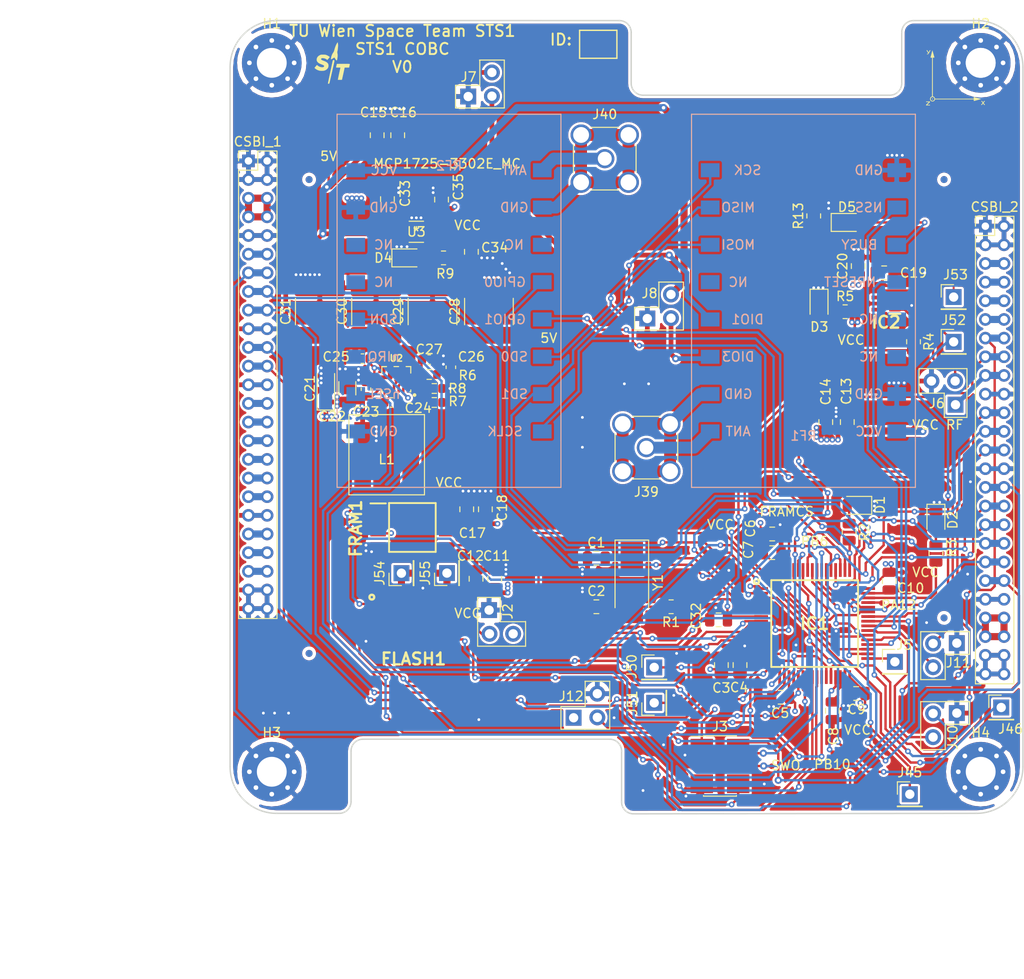
<source format=kicad_pcb>
(kicad_pcb (version 20171130) (host pcbnew "(5.1.10)-1")
  (layers (0 F.Cu signal) (1 In1.Cu power hide) (2 In2.Cu mixed hide) (31 B.Cu signal) (34 B.Paste user hide) (35 F.Paste user hide) (36 B.SilkS user) (37 F.SilkS user) (38 B.Mask user hide) (39 F.Mask user hide) (44 Edge.Cuts user))
  (net 0 "")
  (net 1 GND)
  (net 2 VBUS)
  (net 3 "Net-(CSBI_1-Pad45)")
  (net 4 "Net-(CSBI_1-Pad43)")
  (net 5 "Net-(CSBI_1-Pad41)")
  (net 6 "Net-(CSBI_1-Pad11)")
  (net 7 "Net-(CSBI_2-Pad11)")
  (net 8 "Net-(CSBI_2-Pad10)")
  (net 9 "Net-(CSBI_2-Pad7)")
  (net 10 "Net-(CSBI_2-Pad5)")
  (net 11 "Net-(C1-Pad2)")
  (net 12 "Net-(C2-Pad2)")
  (net 13 +3V3)
  (net 14 "Net-(C8-Pad1)")
  (net 15 +5V)
  (net 16 "Net-(C24-Pad2)")
  (net 17 "Net-(C24-Pad1)")
  (net 18 "Net-(C25-Pad1)")
  (net 19 "Net-(C26-Pad1)")
  (net 20 "Net-(C27-Pad1)")
  (net 21 /STS1_COBC_uC/STM32_NRST)
  (net 22 "Net-(D1-Pad2)")
  (net 23 "Net-(D2-Pad2)")
  (net 24 "Net-(D3-Pad2)")
  (net 25 "Net-(D5-Pad1)")
  (net 26 "Net-(D5-Pad2)")
  (net 27 /STS1_COBC_Memories/Flash_DataOutput)
  (net 28 /STS1_COBC_Memories/Flash_WP)
  (net 29 /STS1_COBC_Memories/Flash_DataInput)
  (net 30 /STS1_COBC_Memories/Flash_CLK)
  (net 31 "Net-(FLASH1-Pad7)")
  (net 32 "Net-(FLASH1-Pad9)")
  (net 33 /STS1_COBC_Memories/FRAM_CS)
  (net 34 /STS1_COBC_Memories/FRAM_DataOutput)
  (net 35 /STS1_COBC_Memories/FRAM_DataInput)
  (net 36 /STS1_COBC_Memories/FRAM_CLK)
  (net 37 "Net-(IC1-Pad6)")
  (net 38 /STS1_COBC_uC/PC0)
  (net 39 /STS1_COBC_uC/PC1)
  (net 40 "Net-(IC1-Pad14)")
  (net 41 /STS1_RF/LoRa_NSS)
  (net 42 "Net-(IC1-Pad29)")
  (net 43 /STS1_RF/RF4463_nSEL)
  (net 44 "Net-(IC1-Pad45)")
  (net 45 /STS1_RF/LoRa_SPI_CLK)
  (net 46 /STS1_RF/LoRa_MISO)
  (net 47 /STS1_RF/LoRa_MOSI)
  (net 48 /STS1_COBC_uC/PB6)
  (net 49 /STS1_COBC_uC/PB7)
  (net 50 "Net-(IC1-Pad60)")
  (net 51 /STS1_COBC_uC/PB9)
  (net 52 "Net-(IC2-Pad1)")
  (net 53 "Net-(R7-Pad2)")
  (net 54 /STS1_RF/LoRa_SMA_GND)
  (net 55 "Net-(J39-Pad1)")
  (net 56 "Net-(J40-Pad1)")
  (net 57 /STS1_RF/RF4463_ANT_GND)
  (net 58 "Net-(IC1-Pad20)")
  (net 59 /STS1_COBC_uC/SPI4_NSS)
  (net 60 /RF4463F30_SDN)
  (net 61 /LoRa_NRESET)
  (net 62 /RF4463F30_GPIO0)
  (net 63 /RF4463F30_GPIO1)
  (net 64 /STS1_COBC_uC/WDT_Clear)
  (net 65 /STS1_COBC_uC/SWDIO)
  (net 66 /STS1_COBC_uC/SWDCLK)
  (net 67 /STS1_COBC_uC/SWO)
  (net 68 "Net-(IC2-Pad3)")
  (net 69 "Net-(J3-Pad7)")
  (net 70 "Net-(J3-Pad8)")
  (net 71 "Net-(J7-Pad2)")
  (net 72 "Net-(J8-Pad2)")
  (net 73 "Net-(J10-Pad2)")
  (net 74 "Net-(J11-Pad2)")
  (net 75 "Net-(RF1-Pad12)")
  (net 76 "Net-(RF1-Pad4)")
  (net 77 "Net-(RF1-Pad3)")
  (net 78 "Net-(RF2-Pad3)")
  (net 79 "Net-(RF2-Pad4)")
  (net 80 "Net-(RF2-Pad14)")
  (net 81 "Net-(C34-Pad1)")
  (net 82 "Net-(D4-Pad2)")
  (net 83 "Net-(R9-Pad1)")
  (net 84 /STS1_Connector/EDU_SPI_6)
  (net 85 /STS1_Connector/EDU_SPI_5)
  (net 86 /STS1_Connector/EDU_SPI_4)
  (net 87 /STS1_Connector/EDU_SPI_3)
  (net 88 /STS1_Connector/EDU_SPI_2)
  (net 89 /STS1_Connector/EDU_SPI_1)
  (net 90 /UART_COBC_EDU_2)
  (net 91 /UART_COBC_EDU_1)
  (net 92 /EDU_UPDATE)
  (net 93 /EDU_EN)
  (net 94 /EDU_Heartbeat)
  (net 95 /UCI_COBC_UART_1)
  (net 96 /UCI_COBC_UART_2)
  (net 97 /EPS_BAT_GOOD)
  (net 98 /EPS_ANT_DEP)
  (net 99 /EPS_CHARGING)
  (net 100 /COBC_SPI_1)
  (net 101 /COBC_SPI_2)
  (net 102 /COBC_SPI_3)
  (net 103 /COBC_SPI_4)
  (net 104 /COBC_SPI_5)
  (net 105 /COBC_SPI_6)
  (net 106 "Net-(RF2-Pad6)")
  (module STS1_DCDC:XAL8080 (layer F.Cu) (at 131.69 88.35)
    (fp_text reference L1 (at 0 0.5) (layer F.SilkS))
    (fp_text value 1uH)
    (pad 1 smd rect (at -2.58 0) (size 1.78 7) (layers F.Cu F.Paste F.Mask) (net 2 VBUS))
    (pad 2 smd rect (at 2.58 0) (size 1.78 7) (layers F.Cu F.Paste F.Mask) (net 16 "Net-(C24-Pad2)"))
  )
  (module Connector_PinHeader_2.54mm:PinHeader_1x01_P2.54mm_Vertical (layer F.Cu) (at 187.77 124.75)
    (fp_text reference J45 (at 0 -2.33) (layer F.SilkS))
    (fp_text value Conn_01x01_Male)
    (pad 1 thru_hole rect (at 0 0) (size 1.7 1.7) (drill 1) (layers *.Cu *.Mask) (net 49 /STS1_COBC_uC/PB7))
  )
  (module spaceteam:STLogoTiny (layer F.Cu) (at 125.87 46.35)
    (fp_text reference G*** hide)
    (fp_text value LOGO hide)
  )
  (module STS:Coordinates (layer F.Cu) (at 192.67 47.95)
    (fp_text reference U1 hide)
    (fp_text value coordinate_system hide)
  )
  (module Fiducial:Fiducial_0.75mm_Mask1.5mm (layer B.Cu) (at 123.37 109.65)
    (fp_text reference FID8 hide)
    (fp_text value Fiducial)
    (pad "" smd circle (at 0 0) (size 0.75 0.75) (layers B.Cu B.Mask) (clearance 0.375))
  )
  (module Fiducial:Fiducial_0.75mm_Mask1.5mm (layer B.Cu) (at 191.442 105.84)
    (fp_text reference FID7 hide)
    (fp_text value Fiducial)
    (pad "" smd circle (at 0 0) (size 0.75 0.75) (layers B.Cu B.Mask) (clearance 0.375))
  )
  (module Fiducial:Fiducial_0.75mm_Mask1.5mm (layer B.Cu) (at 191.442 58.85)
    (fp_text reference FID6 hide)
    (fp_text value Fiducial)
    (pad "" smd circle (at 0 0) (size 0.75 0.75) (layers B.Cu B.Mask) (clearance 0.375))
  )
  (module Fiducial:Fiducial_0.75mm_Mask1.5mm (layer B.Cu) (at 123.37 58.85)
    (fp_text reference FID5 hide)
    (fp_text value Fiducial)
    (pad "" smd circle (at 0 0) (size 0.75 0.75) (layers B.Cu B.Mask) (clearance 0.375))
  )
  (module Fiducial:Fiducial_0.75mm_Mask1.5mm (layer F.Cu) (at 123.37 58.85)
    (fp_text reference FID4 hide)
    (fp_text value Fiducial)
    (pad "" smd circle (at 0 0) (size 0.75 0.75) (layers F.Cu F.Mask) (clearance 0.375))
  )
  (module Fiducial:Fiducial_0.75mm_Mask1.5mm (layer F.Cu) (at 191.442 105.84)
    (fp_text reference FID3 hide)
    (fp_text value Fiducial)
    (pad "" smd circle (at 0 0) (size 0.75 0.75) (layers F.Cu F.Mask) (clearance 0.375))
  )
  (module Fiducial:Fiducial_0.75mm_Mask1.5mm (layer F.Cu) (at 191.442 58.85)
    (fp_text reference FID2 hide)
    (fp_text value Fiducial)
    (pad "" smd circle (at 0 0) (size 0.75 0.75) (layers F.Cu F.Mask) (clearance 0.375))
  )
  (module Fiducial:Fiducial_0.75mm_Mask1.5mm (layer F.Cu) (at 123.37 109.65)
    (fp_text reference FID1 hide)
    (fp_text value Fiducial)
    (pad "" smd circle (at 0 0) (size 0.75 0.75) (layers F.Cu F.Mask) (clearance 0.375))
  )
  (module Mounting_Holes:MountingHole_3.2mm_M3 (layer F.Cu) (at 195.37 46.34)
    (fp_text reference REF** hide)
    (fp_text value MountingHole_3.2mm_M3 hide)
    (pad 1 np_thru_hole circle (at 0 0) (size 3.2 3.2) (drill 3.2) (layers *.Cu *.Mask))
  )
  (module Capacitor_SMD:C_0805_2012Metric (layer F.Cu) (at 154.17 99.45)
    (fp_text reference C1 (at 0 -1.68) (layer F.SilkS))
    (fp_text value 20p)
    (pad 2 smd roundrect (at 0.95 0) (size 1 1.45) (layers F.Cu F.Paste F.Mask) (net 11 "Net-(C1-Pad2)"))
    (pad 1 smd roundrect (at -0.95 0) (size 1 1.45) (layers F.Cu F.Paste F.Mask) (net 1 GND))
  )
  (module Capacitor_SMD:C_0805_2012Metric (layer F.Cu) (at 154.17 104.65)
    (fp_text reference C2 (at 0 -1.68) (layer F.SilkS))
    (fp_text value 20p)
    (pad 1 smd roundrect (at -0.95 0) (size 1 1.45) (layers F.Cu F.Paste F.Mask) (net 1 GND))
    (pad 2 smd roundrect (at 0.95 0) (size 1 1.45) (layers F.Cu F.Paste F.Mask) (net 12 "Net-(C2-Pad2)"))
  )
  (module Capacitor_SMD:C_0805_2012Metric (layer F.Cu) (at 167.57 110.9 90)
    (fp_text reference C3 (at -2.45 0 180) (layer F.SilkS))
    (fp_text value 1u)
    (pad 1 smd roundrect (at -0.95 0 90) (size 1 1.45) (layers F.Cu F.Paste F.Mask) (net 13 +3V3))
    (pad 2 smd roundrect (at 0.95 0 90) (size 1 1.45) (layers F.Cu F.Paste F.Mask) (net 1 GND))
  )
  (module Capacitor_SMD:C_0805_2012Metric (layer F.Cu) (at 169.57 110.9 270)
    (fp_text reference C4 (at 2.4 0.1 180) (layer F.SilkS))
    (fp_text value 100n)
    (pad 1 smd roundrect (at -0.95 0 270) (size 1 1.45) (layers F.Cu F.Paste F.Mask) (net 1 GND))
    (pad 2 smd roundrect (at 0.95 0 270) (size 1 1.45) (layers F.Cu F.Paste F.Mask) (net 13 +3V3))
  )
  (module Capacitor_SMD:C_0805_2012Metric (layer F.Cu) (at 173.92 114.35)
    (fp_text reference C5 (at -0.05 1.7) (layer F.SilkS))
    (fp_text value 100n)
    (pad 2 smd roundrect (at 0.95 0) (size 1 1.45) (layers F.Cu F.Paste F.Mask) (net 13 +3V3))
    (pad 1 smd roundrect (at -0.95 0) (size 1 1.45) (layers F.Cu F.Paste F.Mask) (net 1 GND))
  )
  (module Capacitor_SMD:C_0805_2012Metric (layer F.Cu) (at 173.02 96.85 180)
    (fp_text reference C6 (at 2.35 0.6 270) (layer F.SilkS))
    (fp_text value 4.7u)
    (pad 2 smd roundrect (at 0.95 0 180) (size 1 1.45) (layers F.Cu F.Paste F.Mask) (net 13 +3V3))
    (pad 1 smd roundrect (at -0.95 0 180) (size 1 1.45) (layers F.Cu F.Paste F.Mask) (net 1 GND))
  )
  (module Capacitor_SMD:C_0805_2012Metric (layer F.Cu) (at 173.02 98.85 180)
    (fp_text reference C7 (at 2.55 0.3 270) (layer F.SilkS))
    (fp_text value 100n)
    (pad 2 smd roundrect (at 0.95 0 180) (size 1 1.45) (layers F.Cu F.Paste F.Mask) (net 13 +3V3))
    (pad 1 smd roundrect (at -0.95 0 180) (size 1 1.45) (layers F.Cu F.Paste F.Mask) (net 1 GND))
  )
  (module Capacitor_SMD:C_0805_2012Metric (layer F.Cu) (at 179.47 115.8 270)
    (fp_text reference C8 (at 2.72 -0.12 90) (layer F.SilkS))
    (fp_text value 4.7u)
    (pad 1 smd roundrect (at -0.95 0 270) (size 1 1.45) (layers F.Cu F.Paste F.Mask) (net 14 "Net-(C8-Pad1)"))
    (pad 2 smd roundrect (at 0.95 0 270) (size 1 1.45) (layers F.Cu F.Paste F.Mask) (net 1 GND))
  )
  (module Capacitor_SMD:C_0805_2012Metric (layer F.Cu) (at 182.02 113.95 180)
    (fp_text reference C9 (at -0.05 -1.7) (layer F.SilkS))
    (fp_text value 100n)
    (pad 1 smd roundrect (at -0.95 0 180) (size 1 1.45) (layers F.Cu F.Paste F.Mask) (net 13 +3V3))
    (pad 2 smd roundrect (at 0.95 0 180) (size 1 1.45) (layers F.Cu F.Paste F.Mask) (net 1 GND))
  )
  (module Capacitor_SMD:C_0805_2012Metric (layer F.Cu) (at 185.57 101.9 270)
    (fp_text reference C10 (at 0.75 -2.3 180) (layer F.SilkS))
    (fp_text value 100n)
    (pad 1 smd roundrect (at -0.95 0 270) (size 1 1.45) (layers F.Cu F.Paste F.Mask) (net 13 +3V3))
    (pad 2 smd roundrect (at 0.95 0 270) (size 1 1.45) (layers F.Cu F.Paste F.Mask) (net 1 GND))
  )
  (module Capacitor_SMD:C_0805_2012Metric (layer F.Cu) (at 143.27 101.65 270)
    (fp_text reference C11 (at -2.45 -0.2 180) (layer F.SilkS))
    (fp_text value 100n)
    (pad 1 smd roundrect (at -0.95 0 270) (size 1 1.45) (layers F.Cu F.Paste F.Mask) (net 1 GND))
    (pad 2 smd roundrect (at 0.95 0 270) (size 1 1.45) (layers F.Cu F.Paste F.Mask) (net 13 +3V3))
  )
  (module Capacitor_SMD:C_0805_2012Metric (layer F.Cu) (at 141.27 101.65 270)
    (fp_text reference C12 (at -2.45 0.6 180) (layer F.SilkS))
    (fp_text value 47u)
    (pad 1 smd roundrect (at -0.95 0 270) (size 1 1.45) (layers F.Cu F.Paste F.Mask) (net 1 GND))
    (pad 2 smd roundrect (at 0.95 0 270) (size 1 1.45) (layers F.Cu F.Paste F.Mask) (net 13 +3V3))
  )
  (module Capacitor_SMD:C_0805_2012Metric (layer F.Cu) (at 181.07 84.85 90)
    (fp_text reference C13 (at 3.3 -0.1 90) (layer F.SilkS))
    (fp_text value 100n)
    (pad 1 smd roundrect (at -0.95 0 90) (size 1 1.45) (layers F.Cu F.Paste F.Mask) (net 15 +5V))
    (pad 2 smd roundrect (at 0.95 0 90) (size 1 1.45) (layers F.Cu F.Paste F.Mask) (net 1 GND))
  )
  (module Capacitor_SMD:C_0805_2012Metric (layer F.Cu) (at 178.76 84.85 90)
    (fp_text reference C14 (at 3.25 0 90) (layer F.SilkS))
    (fp_text value 47u)
    (pad 2 smd roundrect (at 0.95 0 90) (size 1 1.45) (layers F.Cu F.Paste F.Mask) (net 1 GND))
    (pad 1 smd roundrect (at -0.95 0 90) (size 1 1.45) (layers F.Cu F.Paste F.Mask) (net 15 +5V))
  )
  (module Capacitor_SMD:C_0805_2012Metric (layer F.Cu) (at 130.67 54.1 90)
    (fp_text reference C15 (at 2.45 -0.4 180) (layer F.SilkS))
    (fp_text value 100n)
    (pad 2 smd roundrect (at 0.95 0 90) (size 1 1.45) (layers F.Cu F.Paste F.Mask) (net 1 GND))
    (pad 1 smd roundrect (at -0.95 0 90) (size 1 1.45) (layers F.Cu F.Paste F.Mask) (net 15 +5V))
  )
  (module Capacitor_SMD:C_0805_2012Metric (layer F.Cu) (at 132.87 54.1 90)
    (fp_text reference C16 (at 2.45 0.6 180) (layer F.SilkS))
    (fp_text value 47u)
    (pad 2 smd roundrect (at 0.95 0 90) (size 1 1.45) (layers F.Cu F.Paste F.Mask) (net 1 GND))
    (pad 1 smd roundrect (at -0.95 0 90) (size 1 1.45) (layers F.Cu F.Paste F.Mask) (net 15 +5V))
  )
  (module Capacitor_SMD:C_0805_2012Metric (layer F.Cu) (at 140.27 94.2 270)
    (fp_text reference C17 (at 2.55 -0.6 180) (layer F.SilkS))
    (fp_text value 100n)
    (pad 1 smd roundrect (at -0.95 0 270) (size 1 1.45) (layers F.Cu F.Paste F.Mask) (net 1 GND))
    (pad 2 smd roundrect (at 0.95 0 270) (size 1 1.45) (layers F.Cu F.Paste F.Mask) (net 13 +3V3))
  )
  (module Capacitor_SMD:C_0805_2012Metric (layer F.Cu) (at 142.27 94.2 270)
    (fp_text reference C18 (at -0.15 -1.8 90) (layer F.SilkS))
    (fp_text value 47u)
    (pad 2 smd roundrect (at 0.95 0 270) (size 1 1.45) (layers F.Cu F.Paste F.Mask) (net 13 +3V3))
    (pad 1 smd roundrect (at -0.95 0 270) (size 1 1.45) (layers F.Cu F.Paste F.Mask) (net 1 GND))
  )
  (module Capacitor_SMD:C_0805_2012Metric (layer F.Cu) (at 185.02 68.85)
    (fp_text reference C19 (at 3.15 0 180) (layer F.SilkS))
    (fp_text value 100n)
    (pad 1 smd roundrect (at -0.95 0) (size 1 1.45) (layers F.Cu F.Paste F.Mask) (net 13 +3V3))
    (pad 2 smd roundrect (at 0.95 0) (size 1 1.45) (layers F.Cu F.Paste F.Mask) (net 1 GND))
  )
  (module Capacitor_SMD:C_0805_2012Metric (layer F.Cu) (at 182.24 68.13 90)
    (fp_text reference C20 (at 0 -1.68 90) (layer F.SilkS))
    (fp_text value 47u)
    (pad 2 smd roundrect (at 0.95 0 90) (size 1 1.45) (layers F.Cu F.Paste F.Mask) (net 1 GND))
    (pad 1 smd roundrect (at -0.95 0 90) (size 1 1.45) (layers F.Cu F.Paste F.Mask) (net 13 +3V3))
  )
  (module Capacitor_Tantalum_SMD:CP_EIA-3216-18_Kemet-A (layer F.Cu) (at 125.17 81.25 90)
    (fp_text reference C21 (at 0 -1.7 270) (layer F.SilkS))
    (fp_text value 47uF)
    (pad 1 smd roundrect (at -1.35 0 90) (size 1.4 1.35) (layers F.Cu F.Paste F.Mask) (roundrect_rratio 0.1851844444444445) (net 2 VBUS))
    (pad 2 smd roundrect (at 1.35 0 90) (size 1.4 1.35) (layers F.Cu F.Paste F.Mask) (roundrect_rratio 0.1851844444444445) (net 1 GND))
  )
  (module Capacitor_SMD:C_1206_3216Metric (layer F.Cu) (at 127.47 81.225 90)
    (fp_text reference C22 (at -3.025 -1.6 180) (layer F.SilkS))
    (fp_text value 10uF)
    (pad 1 smd roundrect (at -1.475 0 90) (size 1.15 1.8) (layers F.Cu F.Paste F.Mask) (roundrect_rratio 0.2173904347826087) (net 2 VBUS))
    (pad 2 smd roundrect (at 1.475 0 90) (size 1.15 1.8) (layers F.Cu F.Paste F.Mask) (roundrect_rratio 0.2173904347826087) (net 1 GND))
  )
  (module Capacitor_SMD:C_0603_1608Metric (layer F.Cu) (at 129.47 81.325 90)
    (fp_text reference C23 (at -2.425 0 180) (layer F.SilkS))
    (fp_text value 100nF)
    (pad 1 smd roundrect (at -0.775 0 90) (size 0.9 0.95) (layers F.Cu F.Paste F.Mask) (net 2 VBUS))
    (pad 2 smd roundrect (at 0.775 0 90) (size 0.9 0.95) (layers F.Cu F.Paste F.Mask) (net 1 GND))
  )
  (module Capacitor_SMD:C_0603_1608Metric (layer F.Cu) (at 132.195 82.75)
    (fp_text reference C24 (at 2.875 0.6) (layer F.SilkS))
    (fp_text value 150nF)
    (pad 2 smd roundrect (at 0.775 0) (size 0.9 0.95) (layers F.Cu F.Paste F.Mask) (net 16 "Net-(C24-Pad2)"))
    (pad 1 smd roundrect (at -0.775 0) (size 0.9 0.95) (layers F.Cu F.Paste F.Mask) (net 17 "Net-(C24-Pad1)"))
  )
  (module Capacitor_SMD:C_0603_1608Metric (layer F.Cu) (at 129.095 78.05 180)
    (fp_text reference C25 (at 2.825 0.2 180) (layer F.SilkS))
    (fp_text value 2.2uF)
    (pad 1 smd roundrect (at -0.775 0 180) (size 0.9 0.95) (layers F.Cu F.Paste F.Mask) (net 18 "Net-(C25-Pad1)"))
    (pad 2 smd roundrect (at 0.775 0 180) (size 0.9 0.95) (layers F.Cu F.Paste F.Mask) (net 1 GND))
  )
  (module Capacitor_SMD:C_0603_1608Metric (layer F.Cu) (at 138.57 78.975 90)
    (fp_text reference C26 (at 1.125 2.2 180) (layer F.SilkS))
    (fp_text value 39nF)
    (pad 2 smd roundrect (at 0.775 0 90) (size 0.9 0.95) (layers F.Cu F.Paste F.Mask) (net 1 GND))
    (pad 1 smd roundrect (at -0.775 0 90) (size 0.9 0.95) (layers F.Cu F.Paste F.Mask) (net 19 "Net-(C26-Pad1)"))
  )
  (module Capacitor_SMD:C_0603_1608Metric (layer F.Cu) (at 136.245 78.15)
    (fp_text reference C27 (at 0 -1.1) (layer F.SilkS))
    (fp_text value 82pF)
    (pad 1 smd roundrect (at -0.775 0) (size 0.9 0.95) (layers F.Cu F.Paste F.Mask) (net 20 "Net-(C27-Pad1)"))
    (pad 2 smd roundrect (at 0.775 0) (size 0.9 0.95) (layers F.Cu F.Paste F.Mask) (net 1 GND))
  )
  (module Capacitor_SMD:C_2220_5650Metric (layer F.Cu) (at 142.65 73 90)
    (fp_text reference C28 (at 0 -3.65 270) (layer F.SilkS))
    (fp_text value 68uF)
    (pad 2 smd roundrect (at 2.55 0 90) (size 1.8 5.4) (layers F.Cu F.Paste F.Mask) (roundrect_rratio 0.1388888888888889) (net 1 GND))
    (pad 1 smd roundrect (at -2.55 0 90) (size 1.8 5.4) (layers F.Cu F.Paste F.Mask) (roundrect_rratio 0.1388888888888889) (net 15 +5V))
  )
  (module Capacitor_SMD:C_2220_5650Metric (layer F.Cu) (at 136.6 73 90)
    (fp_text reference C29 (at 0 -3.65 90) (layer F.SilkS))
    (fp_text value 68uF)
    (pad 1 smd roundrect (at -2.55 0 90) (size 1.8 5.4) (layers F.Cu F.Paste F.Mask) (roundrect_rratio 0.1388888888888889) (net 15 +5V))
    (pad 2 smd roundrect (at 2.55 0 90) (size 1.8 5.4) (layers F.Cu F.Paste F.Mask) (roundrect_rratio 0.1388888888888889) (net 1 GND))
  )
  (module Capacitor_SMD:C_2220_5650Metric (layer F.Cu) (at 130.55 73 90)
    (fp_text reference C30 (at 0 -3.65 90) (layer F.SilkS))
    (fp_text value 68uF)
    (pad 2 smd roundrect (at 2.55 0 90) (size 1.8 5.4) (layers F.Cu F.Paste F.Mask) (roundrect_rratio 0.1388888888888889) (net 1 GND))
    (pad 1 smd roundrect (at -2.55 0 90) (size 1.8 5.4) (layers F.Cu F.Paste F.Mask) (roundrect_rratio 0.1388888888888889) (net 15 +5V))
  )
  (module Capacitor_SMD:C_2220_5650Metric (layer F.Cu) (at 124.52 73 90)
    (fp_text reference C31 (at 0 -3.65 270) (layer F.SilkS))
    (fp_text value 68uF)
    (pad 1 smd roundrect (at -2.55 0 90) (size 1.8 5.4) (layers F.Cu F.Paste F.Mask) (roundrect_rratio 0.1388888888888889) (net 15 +5V))
    (pad 2 smd roundrect (at 2.55 0 90) (size 1.8 5.4) (layers F.Cu F.Paste F.Mask) (roundrect_rratio 0.1388888888888889) (net 1 GND))
  )
  (module Capacitor_SMD:C_0805_2012Metric (layer F.Cu) (at 167.27 106.05)
    (fp_text reference C32 (at -2.4 -0.4 90) (layer F.SilkS))
    (fp_text value 100n)
    (pad 1 smd roundrect (at -0.95 0) (size 1 1.45) (layers F.Cu F.Paste F.Mask) (net 1 GND))
    (pad 2 smd roundrect (at 0.95 0) (size 1 1.45) (layers F.Cu F.Paste F.Mask) (net 21 /STS1_COBC_uC/STM32_NRST))
  )
  (module LED_SMD:LED_0805_2012Metric (layer F.Cu) (at 182 93.78 180)
    (fp_text reference D1 (at -2.57 0.04 90) (layer F.SilkS))
    (fp_text value LED)
    (pad 1 smd roundrect (at -0.9375 0 180) (size 0.975 1.4) (layers F.Cu F.Paste F.Mask) (net 1 GND))
    (pad 2 smd roundrect (at 0.9375 0 180) (size 0.975 1.4) (layers F.Cu F.Paste F.Mask) (net 22 "Net-(D1-Pad2)"))
  )
  (module LED_SMD:LED_0805_2012Metric (layer F.Cu) (at 190.57 95.35 270)
    (fp_text reference D2 (at 0 -1.8 90) (layer F.SilkS))
    (fp_text value LED)
    (pad 2 smd roundrect (at 0.9375 0 270) (size 0.975 1.4) (layers F.Cu F.Paste F.Mask) (net 23 "Net-(D2-Pad2)"))
    (pad 1 smd roundrect (at -0.9375 0 270) (size 0.975 1.4) (layers F.Cu F.Paste F.Mask) (net 1 GND))
  )
  (module LED_SMD:LED_0805_2012Metric (layer F.Cu) (at 178.04 72.2925 270)
    (fp_text reference D3 (at 2.3575 -0.03 180) (layer F.SilkS))
    (fp_text value LED)
    (pad 2 smd roundrect (at 0.9375 0 270) (size 0.975 1.4) (layers F.Cu F.Paste F.Mask) (net 24 "Net-(D3-Pad2)"))
    (pad 1 smd roundrect (at -0.9375 0 270) (size 0.975 1.4) (layers F.Cu F.Paste F.Mask) (net 1 GND))
  )
  (module LED_SMD:LED_0805_2012Metric (layer F.Cu) (at 181.0325 63.45)
    (fp_text reference D5 (at 0 -1.65) (layer F.SilkS))
    (fp_text value LED)
    (pad 1 smd roundrect (at -0.9375 0) (size 0.975 1.4) (layers F.Cu F.Paste F.Mask) (net 25 "Net-(D5-Pad1)"))
    (pad 2 smd roundrect (at 0.9375 0) (size 0.975 1.4) (layers F.Cu F.Paste F.Mask) (net 26 "Net-(D5-Pad2)"))
  )
  (module W25Q01JVZEIQ:SON127P800X600X80-9N-D (layer F.Cu) (at 134.47 106.25)
    (fp_text reference FLASH1 (at 0.1 4) (layer F.SilkS) (effects (font (size 1.27 1.27) (thickness 0.254))))
    (fp_text value W25Q01JVZEIQ hide)
    (pad 1 smd rect (at -3.9 -1.905 90) (size 0.45 0.95) (layers F.Cu F.Paste F.Mask) (net 33 /STS1_COBC_Memories/FRAM_CS))
    (pad 2 smd rect (at -3.9 -0.635 90) (size 0.45 0.95) (layers F.Cu F.Paste F.Mask) (net 27 /STS1_COBC_Memories/Flash_DataOutput))
    (pad 3 smd rect (at -3.9 0.635 90) (size 0.45 0.95) (layers F.Cu F.Paste F.Mask) (net 28 /STS1_COBC_Memories/Flash_WP))
    (pad 4 smd rect (at -3.9 1.905 90) (size 0.45 0.95) (layers F.Cu F.Paste F.Mask) (net 1 GND))
    (pad 5 smd rect (at 3.9 1.905 90) (size 0.45 0.95) (layers F.Cu F.Paste F.Mask) (net 29 /STS1_COBC_Memories/Flash_DataInput))
    (pad 6 smd rect (at 3.9 0.635 90) (size 0.45 0.95) (layers F.Cu F.Paste F.Mask) (net 30 /STS1_COBC_Memories/Flash_CLK))
    (pad 7 smd rect (at 3.9 -0.635 90) (size 0.45 0.95) (layers F.Cu F.Paste F.Mask) (net 31 "Net-(FLASH1-Pad7)"))
    (pad 8 smd rect (at 3.9 -1.905 90) (size 0.45 0.95) (layers F.Cu F.Paste F.Mask) (net 13 +3V3))
    (pad 9 smd rect (at 0 0) (size 3.45 4.35) (layers F.Cu F.Paste F.Mask) (net 32 "Net-(FLASH1-Pad9)"))
  )
  (module CY15B108QN-40SXI:SOIC127P800X203-8N (layer F.Cu) (at 134.445 96.15)
    (fp_text reference FRAM1 (at -6.075 0.1 90) (layer F.SilkS) (effects (font (size 1.27 1.27) (thickness 0.254))))
    (fp_text value CY15B108QN-40SXI hide)
    (pad 1 smd rect (at -3.675 -1.905 90) (size 0.65 1.65) (layers F.Cu F.Paste F.Mask) (net 33 /STS1_COBC_Memories/FRAM_CS))
    (pad 2 smd rect (at -3.675 -0.635 90) (size 0.65 1.65) (layers F.Cu F.Paste F.Mask) (net 34 /STS1_COBC_Memories/FRAM_DataOutput))
    (pad 3 smd rect (at -3.675 0.635 90) (size 0.65 1.65) (layers F.Cu F.Paste F.Mask) (net 13 +3V3))
    (pad 4 smd rect (at -3.675 1.905 90) (size 0.65 1.65) (layers F.Cu F.Paste F.Mask) (net 1 GND))
    (pad 5 smd rect (at 3.675 1.905 90) (size 0.65 1.65) (layers F.Cu F.Paste F.Mask) (net 35 /STS1_COBC_Memories/FRAM_DataInput))
    (pad 6 smd rect (at 3.675 0.635 90) (size 0.65 1.65) (layers F.Cu F.Paste F.Mask) (net 36 /STS1_COBC_Memories/FRAM_CLK))
    (pad 7 smd rect (at 3.675 -0.635 90) (size 0.65 1.65) (layers F.Cu F.Paste F.Mask) (net 13 +3V3))
    (pad 8 smd rect (at 3.675 -1.905 90) (size 0.65 1.65) (layers F.Cu F.Paste F.Mask) (net 13 +3V3))
  )
  (module MountingHole:MountingHole_3.2mm_M3_Pad_Via (layer F.Cu) (at 119.37 46.34)
    (fp_text reference H1 (at 0 -4.2) (layer F.SilkS))
    (fp_text value MountingHole_Pad)
    (pad 1 thru_hole circle (at 1.697056 -1.697056) (size 0.8 0.8) (drill 0.5) (layers *.Cu *.Mask) (net 1 GND))
    (pad 1 thru_hole circle (at 0 -2.4) (size 0.8 0.8) (drill 0.5) (layers *.Cu *.Mask) (net 1 GND))
    (pad 1 thru_hole circle (at -1.697056 -1.697056) (size 0.8 0.8) (drill 0.5) (layers *.Cu *.Mask) (net 1 GND))
    (pad 1 thru_hole circle (at -2.4 0) (size 0.8 0.8) (drill 0.5) (layers *.Cu *.Mask) (net 1 GND))
    (pad 1 thru_hole circle (at -1.697056 1.697056) (size 0.8 0.8) (drill 0.5) (layers *.Cu *.Mask) (net 1 GND))
    (pad 1 thru_hole circle (at 0 2.4) (size 0.8 0.8) (drill 0.5) (layers *.Cu *.Mask) (net 1 GND))
    (pad 1 thru_hole circle (at 1.697056 1.697056) (size 0.8 0.8) (drill 0.5) (layers *.Cu *.Mask) (net 1 GND))
    (pad 1 thru_hole circle (at 2.4 0) (size 0.8 0.8) (drill 0.5) (layers *.Cu *.Mask) (net 1 GND))
    (pad 1 thru_hole circle (at 0 0) (size 6.4 6.4) (drill 3.2) (layers *.Cu *.Mask) (net 1 GND))
  )
  (module MountingHole:MountingHole_3.2mm_M3_Pad_Via (layer F.Cu) (at 195.37 46.34)
    (fp_text reference H2 (at 0 -4.2) (layer F.SilkS))
    (fp_text value MountingHole_Pad)
    (pad 1 thru_hole circle (at 0 0) (size 6.4 6.4) (drill 3.2) (layers *.Cu *.Mask) (net 1 GND))
    (pad 1 thru_hole circle (at 2.4 0) (size 0.8 0.8) (drill 0.5) (layers *.Cu *.Mask) (net 1 GND))
    (pad 1 thru_hole circle (at 1.697056 1.697056) (size 0.8 0.8) (drill 0.5) (layers *.Cu *.Mask) (net 1 GND))
    (pad 1 thru_hole circle (at 0 2.4) (size 0.8 0.8) (drill 0.5) (layers *.Cu *.Mask) (net 1 GND))
    (pad 1 thru_hole circle (at -1.697056 1.697056) (size 0.8 0.8) (drill 0.5) (layers *.Cu *.Mask) (net 1 GND))
    (pad 1 thru_hole circle (at -2.4 0) (size 0.8 0.8) (drill 0.5) (layers *.Cu *.Mask) (net 1 GND))
    (pad 1 thru_hole circle (at -1.697056 -1.697056) (size 0.8 0.8) (drill 0.5) (layers *.Cu *.Mask) (net 1 GND))
    (pad 1 thru_hole circle (at 0 -2.4) (size 0.8 0.8) (drill 0.5) (layers *.Cu *.Mask) (net 1 GND))
    (pad 1 thru_hole circle (at 1.697056 -1.697056) (size 0.8 0.8) (drill 0.5) (layers *.Cu *.Mask) (net 1 GND))
  )
  (module MountingHole:MountingHole_3.2mm_M3_Pad_Via (layer F.Cu) (at 119.37 122.34)
    (fp_text reference H3 (at 0 -4.2) (layer F.SilkS))
    (fp_text value MountingHole_Pad)
    (pad 1 thru_hole circle (at 1.697056 -1.697056) (size 0.8 0.8) (drill 0.5) (layers *.Cu *.Mask) (net 1 GND))
    (pad 1 thru_hole circle (at 0 -2.4) (size 0.8 0.8) (drill 0.5) (layers *.Cu *.Mask) (net 1 GND))
    (pad 1 thru_hole circle (at -1.697056 -1.697056) (size 0.8 0.8) (drill 0.5) (layers *.Cu *.Mask) (net 1 GND))
    (pad 1 thru_hole circle (at -2.4 0) (size 0.8 0.8) (drill 0.5) (layers *.Cu *.Mask) (net 1 GND))
    (pad 1 thru_hole circle (at -1.697056 1.697056) (size 0.8 0.8) (drill 0.5) (layers *.Cu *.Mask) (net 1 GND))
    (pad 1 thru_hole circle (at 0 2.4) (size 0.8 0.8) (drill 0.5) (layers *.Cu *.Mask) (net 1 GND))
    (pad 1 thru_hole circle (at 1.697056 1.697056) (size 0.8 0.8) (drill 0.5) (layers *.Cu *.Mask) (net 1 GND))
    (pad 1 thru_hole circle (at 2.4 0) (size 0.8 0.8) (drill 0.5) (layers *.Cu *.Mask) (net 1 GND))
    (pad 1 thru_hole circle (at 0 0) (size 6.4 6.4) (drill 3.2) (layers *.Cu *.Mask) (net 1 GND))
  )
  (module MountingHole:MountingHole_3.2mm_M3_Pad_Via (layer F.Cu) (at 195.37 122.34)
    (fp_text reference H4 (at 0 -4.2) (layer F.SilkS))
    (fp_text value MountingHole_Pad)
    (pad 1 thru_hole circle (at 0 0) (size 6.4 6.4) (drill 3.2) (layers *.Cu *.Mask) (net 1 GND))
    (pad 1 thru_hole circle (at 2.4 0) (size 0.8 0.8) (drill 0.5) (layers *.Cu *.Mask) (net 1 GND))
    (pad 1 thru_hole circle (at 1.697056 1.697056) (size 0.8 0.8) (drill 0.5) (layers *.Cu *.Mask) (net 1 GND))
    (pad 1 thru_hole circle (at 0 2.4) (size 0.8 0.8) (drill 0.5) (layers *.Cu *.Mask) (net 1 GND))
    (pad 1 thru_hole circle (at -1.697056 1.697056) (size 0.8 0.8) (drill 0.5) (layers *.Cu *.Mask) (net 1 GND))
    (pad 1 thru_hole circle (at -2.4 0) (size 0.8 0.8) (drill 0.5) (layers *.Cu *.Mask) (net 1 GND))
    (pad 1 thru_hole circle (at -1.697056 -1.697056) (size 0.8 0.8) (drill 0.5) (layers *.Cu *.Mask) (net 1 GND))
    (pad 1 thru_hole circle (at 0 -2.4) (size 0.8 0.8) (drill 0.5) (layers *.Cu *.Mask) (net 1 GND))
    (pad 1 thru_hole circle (at 1.697056 -1.697056) (size 0.8 0.8) (drill 0.5) (layers *.Cu *.Mask) (net 1 GND))
  )
  (module STM32F411RET6TR:QFP50P1200X1200X160-64N (layer F.Cu) (at 177.57 106.45)
    (fp_text reference IC1 (at 0 0) (layer F.SilkS) (effects (font (size 1.27 1.27) (thickness 0.254))))
    (fp_text value STM32F411RET6TR hide)
    (pad 1 smd rect (at -5.738 -3.75 90) (size 0.3 1.475) (layers F.Cu F.Paste F.Mask) (net 13 +3V3))
    (pad 2 smd rect (at -5.738 -3.25 90) (size 0.3 1.475) (layers F.Cu F.Paste F.Mask) (net 98 /EPS_ANT_DEP))
    (pad 3 smd rect (at -5.738 -2.75 90) (size 0.3 1.475) (layers F.Cu F.Paste F.Mask) (net 99 /EPS_CHARGING))
    (pad 4 smd rect (at -5.738 -2.25 90) (size 0.3 1.475) (layers F.Cu F.Paste F.Mask) (net 97 /EPS_BAT_GOOD))
    (pad 5 smd rect (at -5.738 -1.75 90) (size 0.3 1.475) (layers F.Cu F.Paste F.Mask) (net 11 "Net-(C1-Pad2)"))
    (pad 6 smd rect (at -5.738 -1.25 90) (size 0.3 1.475) (layers F.Cu F.Paste F.Mask) (net 37 "Net-(IC1-Pad6)"))
    (pad 7 smd rect (at -5.738 -0.75 90) (size 0.3 1.475) (layers F.Cu F.Paste F.Mask) (net 21 /STS1_COBC_uC/STM32_NRST))
    (pad 8 smd rect (at -5.738 -0.25 90) (size 0.3 1.475) (layers F.Cu F.Paste F.Mask) (net 38 /STS1_COBC_uC/PC0))
    (pad 9 smd rect (at -5.738 0.25 90) (size 0.3 1.475) (layers F.Cu F.Paste F.Mask) (net 39 /STS1_COBC_uC/PC1))
    (pad 10 smd rect (at -5.738 0.75 90) (size 0.3 1.475) (layers F.Cu F.Paste F.Mask) (net 34 /STS1_COBC_Memories/FRAM_DataOutput))
    (pad 11 smd rect (at -5.738 1.25 90) (size 0.3 1.475) (layers F.Cu F.Paste F.Mask) (net 35 /STS1_COBC_Memories/FRAM_DataInput))
    (pad 12 smd rect (at -5.738 1.75 90) (size 0.3 1.475) (layers F.Cu F.Paste F.Mask) (net 1 GND))
    (pad 13 smd rect (at -5.738 2.25 90) (size 0.3 1.475) (layers F.Cu F.Paste F.Mask) (net 13 +3V3))
    (pad 14 smd rect (at -5.738 2.75 90) (size 0.3 1.475) (layers F.Cu F.Paste F.Mask) (net 40 "Net-(IC1-Pad14)"))
    (pad 15 smd rect (at -5.738 3.25 90) (size 0.3 1.475) (layers F.Cu F.Paste F.Mask) (net 47 /STS1_RF/LoRa_MOSI))
    (pad 16 smd rect (at -5.738 3.75 90) (size 0.3 1.475) (layers F.Cu F.Paste F.Mask) (net 95 /UCI_COBC_UART_1))
    (pad 17 smd rect (at -3.75 5.738) (size 0.3 1.475) (layers F.Cu F.Paste F.Mask) (net 96 /UCI_COBC_UART_2))
    (pad 18 smd rect (at -3.25 5.738) (size 0.3 1.475) (layers F.Cu F.Paste F.Mask) (net 1 GND))
    (pad 19 smd rect (at -2.75 5.738) (size 0.3 1.475) (layers F.Cu F.Paste F.Mask) (net 13 +3V3))
    (pad 20 smd rect (at -2.25 5.738) (size 0.3 1.475) (layers F.Cu F.Paste F.Mask) (net 58 "Net-(IC1-Pad20)"))
    (pad 21 smd rect (at -1.75 5.738) (size 0.3 1.475) (layers F.Cu F.Paste F.Mask) (net 30 /STS1_COBC_Memories/Flash_CLK))
    (pad 22 smd rect (at -1.25 5.738) (size 0.3 1.475) (layers F.Cu F.Paste F.Mask) (net 27 /STS1_COBC_Memories/Flash_DataOutput))
    (pad 23 smd rect (at -0.75 5.738) (size 0.3 1.475) (layers F.Cu F.Paste F.Mask) (net 29 /STS1_COBC_Memories/Flash_DataInput))
    (pad 24 smd rect (at -0.25 5.738) (size 0.3 1.475) (layers F.Cu F.Paste F.Mask) (net 28 /STS1_COBC_Memories/Flash_WP))
    (pad 25 smd rect (at 0.25 5.738) (size 0.3 1.475) (layers F.Cu F.Paste F.Mask) (net 94 /EDU_Heartbeat))
    (pad 26 smd rect (at 0.75 5.738) (size 0.3 1.475) (layers F.Cu F.Paste F.Mask) (net 93 /EDU_EN))
    (pad 27 smd rect (at 1.25 5.738) (size 0.3 1.475) (layers F.Cu F.Paste F.Mask) (net 92 /EDU_UPDATE))
    (pad 28 smd rect (at 1.75 5.738) (size 0.3 1.475) (layers F.Cu F.Paste F.Mask) (net 1 GND))
    (pad 29 smd rect (at 2.25 5.738) (size 0.3 1.475) (layers F.Cu F.Paste F.Mask) (net 42 "Net-(IC1-Pad29)"))
    (pad 30 smd rect (at 2.75 5.738) (size 0.3 1.475) (layers F.Cu F.Paste F.Mask) (net 14 "Net-(C8-Pad1)"))
    (pad 31 smd rect (at 3.25 5.738) (size 0.3 1.475) (layers F.Cu F.Paste F.Mask) (net 1 GND))
    (pad 32 smd rect (at 3.75 5.738) (size 0.3 1.475) (layers F.Cu F.Paste F.Mask) (net 13 +3V3))
    (pad 33 smd rect (at 5.738 3.75 90) (size 0.3 1.475) (layers F.Cu F.Paste F.Mask) (net 59 /STS1_COBC_uC/SPI4_NSS))
    (pad 34 smd rect (at 5.738 3.25 90) (size 0.3 1.475) (layers F.Cu F.Paste F.Mask) (net 45 /STS1_RF/LoRa_SPI_CLK))
    (pad 35 smd rect (at 5.738 2.75 90) (size 0.3 1.475) (layers F.Cu F.Paste F.Mask) (net 60 /RF4463F30_SDN))
    (pad 36 smd rect (at 5.738 2.25 90) (size 0.3 1.475) (layers F.Cu F.Paste F.Mask) (net 61 /LoRa_NRESET))
    (pad 37 smd rect (at 5.738 1.75 90) (size 0.3 1.475) (layers F.Cu F.Paste F.Mask) (net 62 /RF4463F30_GPIO0))
    (pad 38 smd rect (at 5.738 1.25 90) (size 0.3 1.475) (layers F.Cu F.Paste F.Mask) (net 36 /STS1_COBC_Memories/FRAM_CLK))
    (pad 39 smd rect (at 5.738 0.75 90) (size 0.3 1.475) (layers F.Cu F.Paste F.Mask) (net 63 /RF4463F30_GPIO1))
    (pad 40 smd rect (at 5.738 0.25 90) (size 0.3 1.475) (layers F.Cu F.Paste F.Mask) (net 41 /STS1_RF/LoRa_NSS))
    (pad 41 smd rect (at 5.738 -0.25 90) (size 0.3 1.475) (layers F.Cu F.Paste F.Mask) (net 43 /STS1_RF/RF4463_nSEL))
    (pad 42 smd rect (at 5.738 -0.75 90) (size 0.3 1.475) (layers F.Cu F.Paste F.Mask) (net 64 /STS1_COBC_uC/WDT_Clear))
    (pad 43 smd rect (at 5.738 -1.25 90) (size 0.3 1.475) (layers F.Cu F.Paste F.Mask) (net 90 /UART_COBC_EDU_2))
    (pad 44 smd rect (at 5.738 -1.75 90) (size 0.3 1.475) (layers F.Cu F.Paste F.Mask) (net 46 /STS1_RF/LoRa_MISO))
    (pad 45 smd rect (at 5.738 -2.25 90) (size 0.3 1.475) (layers F.Cu F.Paste F.Mask) (net 44 "Net-(IC1-Pad45)"))
    (pad 46 smd rect (at 5.738 -2.75 90) (size 0.3 1.475) (layers F.Cu F.Paste F.Mask) (net 65 /STS1_COBC_uC/SWDIO))
    (pad 47 smd rect (at 5.738 -3.25 90) (size 0.3 1.475) (layers F.Cu F.Paste F.Mask) (net 1 GND))
    (pad 48 smd rect (at 5.738 -3.75 90) (size 0.3 1.475) (layers F.Cu F.Paste F.Mask) (net 13 +3V3))
    (pad 49 smd rect (at 3.75 -5.738) (size 0.3 1.475) (layers F.Cu F.Paste F.Mask) (net 66 /STS1_COBC_uC/SWDCLK))
    (pad 50 smd rect (at 3.25 -5.738) (size 0.3 1.475) (layers F.Cu F.Paste F.Mask) (net 91 /UART_COBC_EDU_1))
    (pad 51 smd rect (at 2.75 -5.738) (size 0.3 1.475) (layers F.Cu F.Paste F.Mask) (net 100 /COBC_SPI_1))
    (pad 52 smd rect (at 2.25 -5.738) (size 0.3 1.475) (layers F.Cu F.Paste F.Mask) (net 102 /COBC_SPI_3))
    (pad 53 smd rect (at 1.75 -5.738) (size 0.3 1.475) (layers F.Cu F.Paste F.Mask) (net 101 /COBC_SPI_2))
    (pad 54 smd rect (at 1.25 -5.738) (size 0.3 1.475) (layers F.Cu F.Paste F.Mask) (net 103 /COBC_SPI_4))
    (pad 55 smd rect (at 0.75 -5.738) (size 0.3 1.475) (layers F.Cu F.Paste F.Mask) (net 67 /STS1_COBC_uC/SWO))
    (pad 56 smd rect (at 0.25 -5.738) (size 0.3 1.475) (layers F.Cu F.Paste F.Mask) (net 104 /COBC_SPI_5))
    (pad 57 smd rect (at -0.25 -5.738) (size 0.3 1.475) (layers F.Cu F.Paste F.Mask) (net 105 /COBC_SPI_6))
    (pad 58 smd rect (at -0.75 -5.738) (size 0.3 1.475) (layers F.Cu F.Paste F.Mask) (net 48 /STS1_COBC_uC/PB6))
    (pad 59 smd rect (at -1.25 -5.738) (size 0.3 1.475) (layers F.Cu F.Paste F.Mask) (net 49 /STS1_COBC_uC/PB7))
    (pad 60 smd rect (at -1.75 -5.738) (size 0.3 1.475) (layers F.Cu F.Paste F.Mask) (net 50 "Net-(IC1-Pad60)"))
    (pad 61 smd rect (at -2.25 -5.738) (size 0.3 1.475) (layers F.Cu F.Paste F.Mask) (net 51 /STS1_COBC_uC/PB9))
    (pad 62 smd rect (at -2.75 -5.738) (size 0.3 1.475) (layers F.Cu F.Paste F.Mask) (net 33 /STS1_COBC_Memories/FRAM_CS))
    (pad 63 smd rect (at -3.25 -5.738) (size 0.3 1.475) (layers F.Cu F.Paste F.Mask) (net 1 GND))
    (pad 64 smd rect (at -3.75 -5.738) (size 0.3 1.475) (layers F.Cu F.Paste F.Mask) (net 13 +3V3))
  )
  (module SamacSys_Parts:SOT65P210X110-5N (layer F.Cu) (at 185.22 72.15 180)
    (fp_text reference IC2 (at 0 -2) (layer F.SilkS) (effects (font (size 1.27 1.27) (thickness 0.254))))
    (fp_text value STWD100PYW83F hide)
    (pad 1 smd rect (at -0.95 -0.65 270) (size 0.4 1.2) (layers F.Cu F.Paste F.Mask) (net 52 "Net-(IC2-Pad1)"))
    (pad 2 smd rect (at -0.95 0 270) (size 0.4 1.2) (layers F.Cu F.Paste F.Mask) (net 1 GND))
    (pad 3 smd rect (at -0.95 0.65 270) (size 0.4 1.2) (layers F.Cu F.Paste F.Mask) (net 68 "Net-(IC2-Pad3)"))
    (pad 4 smd rect (at 0.95 0.65 270) (size 0.4 1.2) (layers F.Cu F.Paste F.Mask) (net 64 /STS1_COBC_uC/WDT_Clear))
    (pad 5 smd rect (at 0.95 -0.65 270) (size 0.4 1.2) (layers F.Cu F.Paste F.Mask) (net 13 +3V3))
  )
  (module Connector_PinHeader_2.54mm:PinHeader_1x01_P2.54mm_Vertical (layer F.Cu) (at 197.57 115.45)
    (fp_text reference J46 (at 1 2.3 180) (layer F.SilkS))
    (fp_text value Conn_01x01_Male)
    (pad 1 thru_hole rect (at 0 0) (size 1.7 1.7) (drill 1) (layers *.Cu *.Mask) (net 51 /STS1_COBC_uC/PB9))
  )
  (module Connector_PinHeader_2.54mm:PinHeader_1x01_P2.54mm_Vertical (layer F.Cu) (at 160.37 111.15)
    (fp_text reference J50 (at -2.4 -0.1 90) (layer F.SilkS))
    (fp_text value Conn_01x01_Male)
    (pad 1 thru_hole rect (at 0 0) (size 1.7 1.7) (drill 1) (layers *.Cu *.Mask) (net 38 /STS1_COBC_uC/PC0))
  )
  (module Connector_PinHeader_2.54mm:PinHeader_1x01_P2.54mm_Vertical (layer F.Cu) (at 160.37 114.95 90)
    (fp_text reference J51 (at 0 -2.33 90) (layer F.SilkS))
    (fp_text value Conn_01x01_Male)
    (pad 1 thru_hole rect (at 0 0 90) (size 1.7 1.7) (drill 1) (layers *.Cu *.Mask) (net 39 /STS1_COBC_uC/PC1))
  )
  (module Connector_PinHeader_2.54mm:PinHeader_1x01_P2.54mm_Vertical (layer F.Cu) (at 192.47 76.25)
    (fp_text reference J52 (at 0 -2.33) (layer F.SilkS))
    (fp_text value Conn_01x01_Male)
    (pad 1 thru_hole rect (at 0 0) (size 1.7 1.7) (drill 1) (layers *.Cu *.Mask) (net 64 /STS1_COBC_uC/WDT_Clear))
  )
  (module Connector_PinHeader_2.54mm:PinHeader_1x01_P2.54mm_Vertical (layer F.Cu) (at 192.47 71.45)
    (fp_text reference J53 (at 0.2 -2.4 180) (layer F.SilkS))
    (fp_text value Conn_01x01_Male)
    (pad 1 thru_hole rect (at 0 0) (size 1.7 1.7) (drill 1) (layers *.Cu *.Mask) (net 13 +3V3))
  )
  (module Resistor_SMD:R_0805_2012Metric (layer F.Cu) (at 162.1825 104.65 180)
    (fp_text reference R1 (at 0 -1.65) (layer F.SilkS))
    (fp_text value 220)
    (pad 2 smd roundrect (at 0.9125 0 180) (size 1.025 1.4) (layers F.Cu F.Paste F.Mask) (roundrect_rratio 0.2439014634146341) (net 12 "Net-(C2-Pad2)"))
    (pad 1 smd roundrect (at -0.9125 0 180) (size 1.025 1.4) (layers F.Cu F.Paste F.Mask) (roundrect_rratio 0.2439014634146341) (net 37 "Net-(IC1-Pad6)"))
  )
  (module Resistor_SMD:R_0805_2012Metric (layer F.Cu) (at 181.27 96.65 270)
    (fp_text reference R2 (at 0 -1.65 90) (layer F.SilkS))
    (fp_text value 100)
    (pad 1 smd roundrect (at -0.9125 0 270) (size 1.025 1.4) (layers F.Cu F.Paste F.Mask) (roundrect_rratio 0.2439014634146341) (net 22 "Net-(D1-Pad2)"))
    (pad 2 smd roundrect (at 0.9125 0 270) (size 1.025 1.4) (layers F.Cu F.Paste F.Mask) (roundrect_rratio 0.2439014634146341) (net 66 /STS1_COBC_uC/SWDCLK))
  )
  (module Resistor_SMD:R_0805_2012Metric (layer F.Cu) (at 190.57 98.9375 270)
    (fp_text reference R3 (at -0.5875 -1.7 90) (layer F.SilkS))
    (fp_text value 100)
    (pad 1 smd roundrect (at -0.9125 0 270) (size 1.025 1.4) (layers F.Cu F.Paste F.Mask) (roundrect_rratio 0.2439014634146341) (net 23 "Net-(D2-Pad2)"))
    (pad 2 smd roundrect (at 0.9125 0 270) (size 1.025 1.4) (layers F.Cu F.Paste F.Mask) (roundrect_rratio 0.2439014634146341) (net 65 /STS1_COBC_uC/SWDIO))
  )
  (module Resistor_SMD:R_0805_2012Metric (layer F.Cu) (at 188.17 76.2375 270)
    (fp_text reference R4 (at 0 -1.65 90) (layer F.SilkS))
    (fp_text value 4k7)
    (pad 2 smd roundrect (at 0.9125 0 270) (size 1.025 1.4) (layers F.Cu F.Paste F.Mask) (roundrect_rratio 0.2439014634146341) (net 21 /STS1_COBC_uC/STM32_NRST))
    (pad 1 smd roundrect (at -0.9125 0 270) (size 1.025 1.4) (layers F.Cu F.Paste F.Mask) (roundrect_rratio 0.2439014634146341) (net 52 "Net-(IC2-Pad1)"))
  )
  (module Resistor_SMD:R_0805_2012Metric (layer F.Cu) (at 180.84 73.02)
    (fp_text reference R5 (at 0 -1.65) (layer F.SilkS))
    (fp_text value 100)
    (pad 1 smd roundrect (at -0.9125 0) (size 1.025 1.4) (layers F.Cu F.Paste F.Mask) (roundrect_rratio 0.2439014634146341) (net 24 "Net-(D3-Pad2)"))
    (pad 2 smd roundrect (at 0.9125 0) (size 1.025 1.4) (layers F.Cu F.Paste F.Mask) (roundrect_rratio 0.2439014634146341) (net 13 +3V3))
  )
  (module Resistor_SMD:R_0603_1608Metric (layer F.Cu) (at 136.245 79.75)
    (fp_text reference R6 (at 4.125 0.1) (layer F.SilkS))
    (fp_text value 48k7)
    (pad 1 smd roundrect (at -0.825 0) (size 0.8 0.95) (layers F.Cu F.Paste F.Mask) (net 20 "Net-(C27-Pad1)"))
    (pad 2 smd roundrect (at 0.825 0) (size 0.8 0.95) (layers F.Cu F.Paste F.Mask) (net 19 "Net-(C26-Pad1)"))
  )
  (module Resistor_SMD:R_0603_1608Metric (layer F.Cu) (at 136.795 82.75 180)
    (fp_text reference R7 (at -2.495 0.12) (layer F.SilkS))
    (fp_text value 357k)
    (pad 1 smd roundrect (at -0.825 0 180) (size 0.8 0.95) (layers F.Cu F.Paste F.Mask) (net 15 +5V))
    (pad 2 smd roundrect (at 0.825 0 180) (size 0.8 0.95) (layers F.Cu F.Paste F.Mask) (net 53 "Net-(R7-Pad2)"))
  )
  (module Resistor_SMD:R_0603_1608Metric (layer F.Cu) (at 136.795 81.25)
    (fp_text reference R8 (at 2.48 0.01 180) (layer F.SilkS))
    (fp_text value 48k7)
    (pad 2 smd roundrect (at 0.825 0) (size 0.8 0.95) (layers F.Cu F.Paste F.Mask) (net 1 GND))
    (pad 1 smd roundrect (at -0.825 0) (size 0.8 0.95) (layers F.Cu F.Paste F.Mask) (net 53 "Net-(R7-Pad2)"))
  )
  (module Resistor_SMD:R_0805_2012Metric (layer F.Cu) (at 177.47 62.75 90)
    (fp_text reference R13 (at 0 -1.65 90) (layer F.SilkS))
    (fp_text value 15)
    (pad 2 smd roundrect (at 0.9125 0 90) (size 1.025 1.4) (layers F.Cu F.Paste F.Mask) (roundrect_rratio 0.2439014634146341) (net 1 GND))
    (pad 1 smd roundrect (at -0.9125 0 90) (size 1.025 1.4) (layers F.Cu F.Paste F.Mask) (roundrect_rratio 0.2439014634146341) (net 25 "Net-(D5-Pad1)"))
  )
  (module STS1_DCDC:VQFN-HR (layer F.Cu) (at 132.72 80.25 180)
    (fp_text reference U2 (at 0 2.25) (layer F.SilkS) (effects (font (size 0.7 0.7))))
    (fp_text value TPS61288 hide)
    (pad 11 smd rect (at -0.75 -1.175 180) (size 0.25 0.55) (layers F.Cu F.Paste F.Mask) (net 18 "Net-(C25-Pad1)"))
    (pad 10 smd rect (at -0.25 -1.175 180) (size 0.25 0.55) (layers F.Cu F.Paste F.Mask) (net 1 GND))
    (pad 9 smd rect (at 0.25 -1.175 180) (size 0.25 0.55) (layers F.Cu F.Paste F.Mask) (net 16 "Net-(C24-Pad2)"))
    (pad 8 smd rect (at 0.75 -1.175 180) (size 0.25 0.55) (layers F.Cu F.Paste F.Mask) (net 17 "Net-(C24-Pad1)"))
    (pad 7 smd custom (at 1.2375 -0.875 180) (size 0.1 0.1) (layers F.Cu F.Paste F.Mask) (net 2 VBUS) (options (clearance outline) (anchor rect)) (primitives (gr_poly (pts (xy -0.1125 0.125) (xy 0.4625 0.125) (xy 0.4625 -0.125) (xy 0.1125 -0.125) (xy 0.1125 -0.575) (xy -0.1125 -0.575)) (width 0))))
    (pad 1 smd custom (at -1.2375 -0.875 180) (size 0.1 0.1) (layers F.Cu F.Paste F.Mask) (net 53 "Net-(R7-Pad2)") (options (clearance outline) (anchor rect)) (primitives (gr_poly (pts (xy 0.112501 0.125) (xy -0.4625 0.125001) (xy -0.462501 -0.125) (xy -0.112501 -0.125) (xy -0.1125 -0.575) (xy 0.1125 -0.575)) (width 0))))
    (pad 2 smd rect (at -1.425 -0.375 180) (size 0.55 0.25) (layers F.Cu F.Paste F.Mask) (net 20 "Net-(C27-Pad1)"))
    (pad 6 smd rect (at 1.425 -0.375 180) (size 0.55 0.25) (layers F.Cu F.Paste F.Mask) (net 18 "Net-(C25-Pad1)"))
    (pad 5 smd custom (at 0.65 0.2 180) (size 0.1 0.1) (layers F.Cu F.Mask) (net 15 +5V) (options (clearance outline) (anchor rect)) (primitives (gr_poly (pts (xy -0.2 -0.2) (xy 1.05 -0.2) (xy 1.05 0.2) (xy 0.2 0.2) (xy 0.2 1.25) (xy -0.2 1.25)) (width 0))))
    (pad 3 smd custom (at -0.65 0.2 180) (size 0.1 0.1) (layers F.Cu F.Mask) (net 1 GND) (options (clearance outline) (anchor rect)) (primitives (gr_poly (pts (xy 0.2 -0.2) (xy -1.05 -0.2) (xy -1.05 0.2) (xy -0.2 0.2) (xy -0.2 1.25) (xy 0.2 1.25)) (width 0))))
    (pad 4 smd rect (at 0 0.25 180) (size 0.4 1) (layers F.Cu F.Paste F.Mask) (net 16 "Net-(C24-Pad2)"))
  )
  (module Connector_Coaxial:SMA_Amphenol_901-144_Vertical (layer F.Cu) (at 159.53 87.59 180)
    (fp_text reference J39 (at 0 -4.75) (layer F.SilkS))
    (fp_text value Conn_Coaxial)
    (pad 2 thru_hole circle (at -2.54 2.54 180) (size 2.25 2.25) (drill 1.7) (layers *.Cu *.Mask) (net 54 /STS1_RF/LoRa_SMA_GND))
    (pad 2 thru_hole circle (at -2.54 -2.54 180) (size 2.25 2.25) (drill 1.7) (layers *.Cu *.Mask) (net 54 /STS1_RF/LoRa_SMA_GND))
    (pad 2 thru_hole circle (at 2.54 -2.54 180) (size 2.25 2.25) (drill 1.7) (layers *.Cu *.Mask) (net 54 /STS1_RF/LoRa_SMA_GND))
    (pad 2 thru_hole circle (at 2.54 2.54 180) (size 2.25 2.25) (drill 1.7) (layers *.Cu *.Mask) (net 54 /STS1_RF/LoRa_SMA_GND))
    (pad 1 thru_hole circle (at 0 0 180) (size 2.05 2.05) (drill 1.5) (layers *.Cu *.Mask) (net 55 "Net-(J39-Pad1)"))
  )
  (module Connector_Coaxial:SMA_Amphenol_901-144_Vertical (layer F.Cu) (at 155.07 56.61)
    (fp_text reference J40 (at 0 -4.75) (layer F.SilkS))
    (fp_text value Conn_Coaxial)
    (pad 1 thru_hole circle (at 0 0) (size 2.05 2.05) (drill 1.5) (layers *.Cu *.Mask) (net 56 "Net-(J40-Pad1)"))
    (pad 2 thru_hole circle (at 2.54 2.54) (size 2.25 2.25) (drill 1.7) (layers *.Cu *.Mask) (net 57 /STS1_RF/RF4463_ANT_GND))
    (pad 2 thru_hole circle (at 2.54 -2.54) (size 2.25 2.25) (drill 1.7) (layers *.Cu *.Mask) (net 57 /STS1_RF/RF4463_ANT_GND))
    (pad 2 thru_hole circle (at -2.54 -2.54) (size 2.25 2.25) (drill 1.7) (layers *.Cu *.Mask) (net 57 /STS1_RF/RF4463_ANT_GND))
    (pad 2 thru_hole circle (at -2.54 2.54) (size 2.25 2.25) (drill 1.7) (layers *.Cu *.Mask) (net 57 /STS1_RF/RF4463_ANT_GND))
  )
  (module Connector_PinHeader_2.54mm:PinHeader_1x01_P2.54mm_Vertical (layer F.Cu) (at 133.27 101.05 90)
    (fp_text reference J54 (at 0 -2.33 90) (layer F.SilkS))
    (fp_text value Conn_01x01_Male)
    (pad 1 thru_hole rect (at 0 0 90) (size 1.7 1.7) (drill 1) (layers *.Cu *.Mask) (net 32 "Net-(FLASH1-Pad9)"))
  )
  (module Connector_PinHeader_2.54mm:PinHeader_1x01_P2.54mm_Vertical (layer F.Cu) (at 138.15 101.04 90)
    (fp_text reference J55 (at 0 -2.33 90) (layer F.SilkS))
    (fp_text value Conn_01x01_Female)
    (pad 1 thru_hole rect (at 0 0 90) (size 1.7 1.7) (drill 1) (layers *.Cu *.Mask) (net 32 "Net-(FLASH1-Pad9)"))
  )
  (module STS1_RF:LoRa1268F30 (layer B.Cu) (at 186.37 85.85)
    (fp_text reference RF1 (at -10 0.478) (layer B.SilkS) (effects (justify mirror)))
    (fp_text value LoRa1268F30)
    (fp_text user SCK (at -16 -28) (layer B.SilkS) (effects (justify mirror)))
    (fp_text user MISO (at -17 -24) (layer B.SilkS) (effects (justify mirror)))
    (fp_text user MOSI (at -17 -20) (layer B.SilkS) (effects (justify mirror)))
    (fp_text user NC (at -17 -16) (layer B.SilkS) (effects (justify mirror)))
    (fp_text user DIO1 (at -16 -12) (layer B.SilkS) (effects (justify mirror)))
    (fp_text user DIO3 (at -17 -8) (layer B.SilkS) (effects (justify mirror)))
    (fp_text user ANT (at -17 0) (layer B.SilkS) (effects (justify mirror)))
    (fp_text user GND (at -3 -28) (layer B.SilkS) (effects (justify mirror)))
    (fp_text user NSS (at -3 -24) (layer B.SilkS) (effects (justify mirror)))
    (fp_text user BUSY (at -4 -20) (layer B.SilkS) (effects (justify mirror)))
    (fp_text user NRESET (at -5 -16) (layer B.SilkS) (effects (justify mirror)))
    (fp_text user NC (at -3 -12) (layer B.SilkS) (effects (justify mirror)))
    (fp_text user NC (at -3 -8) (layer B.SilkS) (effects (justify mirror)))
    (fp_text user GND (at -17 -4) (layer B.SilkS) (effects (justify mirror)))
    (fp_text user GND (at -3 -4) (layer B.SilkS) (effects (justify mirror)))
    (fp_text user VCC (at -3 0) (layer B.SilkS) (effects (justify mirror)))
    (pad 16 smd rect (at -20 0) (size 2 1.5) (layers B.Cu B.Paste B.Mask) (net 55 "Net-(J39-Pad1)"))
    (pad 15 smd rect (at -20 -4) (size 2 1.5) (layers B.Cu B.Paste B.Mask) (net 54 /STS1_RF/LoRa_SMA_GND))
    (pad 14 smd rect (at -20 -8) (size 2 1.5) (layers B.Cu B.Paste B.Mask) (net 72 "Net-(J8-Pad2)"))
    (pad 13 smd rect (at -20 -12) (size 2 1.5) (layers B.Cu B.Paste B.Mask) (net 71 "Net-(J7-Pad2)"))
    (pad 12 smd rect (at -20 -16) (size 2 1.5) (layers B.Cu B.Paste B.Mask) (net 75 "Net-(RF1-Pad12)"))
    (pad 11 smd rect (at -20 -20) (size 2 1.5) (layers B.Cu B.Paste B.Mask) (net 47 /STS1_RF/LoRa_MOSI))
    (pad 10 smd rect (at -20 -24) (size 2 1.5) (layers B.Cu B.Paste B.Mask) (net 46 /STS1_RF/LoRa_MISO))
    (pad 9 smd rect (at -20 -28) (size 2 1.5) (layers B.Cu B.Paste B.Mask) (net 45 /STS1_RF/LoRa_SPI_CLK))
    (pad 8 smd rect (at 0 -28) (size 2 1.5) (layers B.Cu B.Paste B.Mask) (net 1 GND))
    (pad 7 smd rect (at 0 -24) (size 2 1.5) (layers B.Cu B.Paste B.Mask) (net 41 /STS1_RF/LoRa_NSS))
    (pad 6 smd rect (at 0 -20) (size 2 1.5) (layers B.Cu B.Paste B.Mask) (net 26 "Net-(D5-Pad2)"))
    (pad 5 smd rect (at 0 -16) (size 2 1.5) (layers B.Cu B.Paste B.Mask) (net 61 /LoRa_NRESET))
    (pad 4 smd rect (at 0 -12) (size 2 1.5) (layers B.Cu B.Paste B.Mask) (net 76 "Net-(RF1-Pad4)"))
    (pad 3 smd rect (at 0 -8) (size 2 1.5) (layers B.Cu B.Paste B.Mask) (net 77 "Net-(RF1-Pad3)"))
    (pad 2 smd rect (at 0 -4) (size 2 1.5) (layers B.Cu B.Paste B.Mask) (net 1 GND))
    (pad 1 smd rect (at 0 0) (size 2 1.5) (layers B.Cu B.Paste B.Mask) (net 15 +5V))
  )
  (module STS1_RF:STS1_RF4463F30 (layer B.Cu) (at 128.37 57.85 180)
    (fp_text reference RF2 (at -10 0.478) (layer B.SilkS) (effects (justify mirror)))
    (fp_text value RF4463F30)
    (fp_text user VCC (at -3 0) (layer B.SilkS) (effects (justify mirror)))
    (fp_text user GND (at -3 -4) (layer B.SilkS) (effects (justify mirror)))
    (fp_text user GND (at -17 -4) (layer B.SilkS) (effects (justify mirror)))
    (fp_text user NC (at -3 -8) (layer B.SilkS) (effects (justify mirror)))
    (fp_text user NC (at -3 -12) (layer B.SilkS) (effects (justify mirror)))
    (fp_text user SDN (at -3 -16) (layer B.SilkS) (effects (justify mirror)))
    (fp_text user nIRQ (at -3 -20) (layer B.SilkS) (effects (justify mirror)))
    (fp_text user nSEL (at -3 -24) (layer B.SilkS) (effects (justify mirror)))
    (fp_text user GND (at -3 -28) (layer B.SilkS) (effects (justify mirror)))
    (fp_text user ANT (at -17 0) (layer B.SilkS) (effects (justify mirror)))
    (fp_text user NC (at -17 -8) (layer B.SilkS) (effects (justify mirror)))
    (fp_text user GPIO0 (at -16 -12) (layer B.SilkS) (effects (justify mirror)))
    (fp_text user GPIO1 (at -16 -16) (layer B.SilkS) (effects (justify mirror)))
    (fp_text user SD0 (at -17 -20) (layer B.SilkS) (effects (justify mirror)))
    (fp_text user SD1 (at -17 -24) (layer B.SilkS) (effects (justify mirror)))
    (fp_text user SCLK (at -16 -28) (layer B.SilkS) (effects (justify mirror)))
    (pad 1 smd rect (at 0 0 180) (size 2 1.5) (layers B.Cu B.Paste B.Mask) (net 15 +5V))
    (pad 2 smd rect (at 0 -4 180) (size 2 1.5) (layers B.Cu B.Paste B.Mask) (net 1 GND))
    (pad 3 smd rect (at 0 -8 180) (size 2 1.5) (layers B.Cu B.Paste B.Mask) (net 78 "Net-(RF2-Pad3)"))
    (pad 4 smd rect (at 0 -12 180) (size 2 1.5) (layers B.Cu B.Paste B.Mask) (net 79 "Net-(RF2-Pad4)"))
    (pad 5 smd rect (at 0 -16 180) (size 2 1.5) (layers B.Cu B.Paste B.Mask) (net 60 /RF4463F30_SDN))
    (pad 6 smd rect (at 0 -20 180) (size 2 1.5) (layers B.Cu B.Paste B.Mask) (net 106 "Net-(RF2-Pad6)"))
    (pad 7 smd rect (at 0 -24 180) (size 2 1.5) (layers B.Cu B.Paste B.Mask) (net 43 /STS1_RF/RF4463_nSEL))
    (pad 8 smd rect (at 0 -28 180) (size 2 1.5) (layers B.Cu B.Paste B.Mask) (net 1 GND))
    (pad 9 smd rect (at -20 -28 180) (size 2 1.5) (layers B.Cu B.Paste B.Mask) (net 45 /STS1_RF/LoRa_SPI_CLK))
    (pad 10 smd rect (at -20 -24 180) (size 2 1.5) (layers B.Cu B.Paste B.Mask) (net 47 /STS1_RF/LoRa_MOSI))
    (pad 11 smd rect (at -20 -20 180) (size 2 1.5) (layers B.Cu B.Paste B.Mask) (net 46 /STS1_RF/LoRa_MISO))
    (pad 12 smd rect (at -20 -16 180) (size 2 1.5) (layers B.Cu B.Paste B.Mask) (net 74 "Net-(J11-Pad2)"))
    (pad 13 smd rect (at -20 -12 180) (size 2 1.5) (layers B.Cu B.Paste B.Mask) (net 73 "Net-(J10-Pad2)"))
    (pad 14 smd rect (at -20 -8 180) (size 2 1.5) (layers B.Cu B.Paste B.Mask) (net 80 "Net-(RF2-Pad14)"))
    (pad 15 smd rect (at -20 -4 180) (size 2 1.5) (layers B.Cu B.Paste B.Mask) (net 57 /STS1_RF/RF4463_ANT_GND))
    (pad 16 smd rect (at -20 0 180) (size 2 1.5) (layers B.Cu B.Paste B.Mask) (net 56 "Net-(J40-Pad1)"))
  )
  (module Crystal:Crystal_SMD_5032-2Pin_5.0x3.2mm_HandSoldering (layer F.Cu) (at 157.97 102.05 270)
    (fp_text reference Y1 (at 0 -2.8 90) (layer F.SilkS))
    (fp_text value 12MHz)
    (pad 1 smd rect (at -2.6 0 270) (size 3.5 2.4) (layers F.Cu F.Paste F.Mask) (net 11 "Net-(C1-Pad2)"))
    (pad 2 smd rect (at 2.6 0 270) (size 3.5 2.4) (layers F.Cu F.Paste F.Mask) (net 12 "Net-(C2-Pad2)"))
  )
  (module Connector_PinHeader_1.27mm:PinHeader_2x05_P1.27mm_Vertical_SMD (layer F.Cu) (at 167.42 121.72)
    (fp_text reference J3 (at 0 -4.235) (layer F.SilkS))
    (fp_text value Conn_ARM_JTAG_SWD_10)
    (pad 1 smd rect (at -1.95 -2.54) (size 2.4 0.74) (layers F.Cu F.Paste F.Mask) (net 13 +3V3))
    (pad 2 smd rect (at 1.95 -2.54) (size 2.4 0.74) (layers F.Cu F.Paste F.Mask) (net 65 /STS1_COBC_uC/SWDIO))
    (pad 3 smd rect (at -1.95 -1.27) (size 2.4 0.74) (layers F.Cu F.Paste F.Mask) (net 1 GND))
    (pad 4 smd rect (at 1.95 -1.27) (size 2.4 0.74) (layers F.Cu F.Paste F.Mask) (net 66 /STS1_COBC_uC/SWDCLK))
    (pad 5 smd rect (at -1.95 0) (size 2.4 0.74) (layers F.Cu F.Paste F.Mask) (net 1 GND))
    (pad 6 smd rect (at 1.95 0) (size 2.4 0.74) (layers F.Cu F.Paste F.Mask) (net 67 /STS1_COBC_uC/SWO))
    (pad 7 smd rect (at -1.95 1.27) (size 2.4 0.74) (layers F.Cu F.Paste F.Mask) (net 69 "Net-(J3-Pad7)"))
    (pad 8 smd rect (at 1.95 1.27) (size 2.4 0.74) (layers F.Cu F.Paste F.Mask) (net 70 "Net-(J3-Pad8)"))
    (pad 9 smd rect (at -1.95 2.54) (size 2.4 0.74) (layers F.Cu F.Paste F.Mask) (net 1 GND))
    (pad 10 smd rect (at 1.95 2.54) (size 2.4 0.74) (layers F.Cu F.Paste F.Mask) (net 21 /STS1_COBC_uC/STM32_NRST))
  )
  (module STS1library:PinHeader_1x03_P2.54mm_Vertical_umdieEcke (layer F.Cu) (at 195.17 80.45 270)
    (fp_text reference J6 (at 2.4 4.5 180) (layer F.SilkS))
    (fp_text value Conn_01x03_Male)
    (pad 3 thru_hole oval (at 0 5.08 270) (size 1.7 1.7) (drill 1) (layers *.Cu *.Mask) (net 1 GND))
    (pad 2 thru_hole oval (at 0 2.54 270) (size 1.7 1.7) (drill 1) (layers *.Cu *.Mask) (net 68 "Net-(IC2-Pad3)"))
    (pad 1 thru_hole rect (at 2.54 2.5 270) (size 1.7 1.7) (drill 1) (layers *.Cu *.Mask) (net 13 +3V3))
  )
  (module Capacitor_SMD:C_0805_2012Metric (layer F.Cu) (at 131.77 60.95 270)
    (fp_text reference C33 (at -0.6 -1.9 90) (layer F.SilkS))
    (fp_text value 4.7µF)
    (pad 2 smd roundrect (at 0.95 0 270) (size 1 1.45) (layers F.Cu F.Paste F.Mask) (net 15 +5V))
    (pad 1 smd roundrect (at -0.95 0 270) (size 1 1.45) (layers F.Cu F.Paste F.Mask) (net 1 GND))
  )
  (module Capacitor_SMD:C_0805_2012Metric (layer F.Cu) (at 140.77 66.6 270)
    (fp_text reference C34 (at -0.45 -2.5 180) (layer F.SilkS))
    (fp_text value 0.1µ)
    (pad 1 smd roundrect (at -0.95 0 270) (size 1 1.45) (layers F.Cu F.Paste F.Mask) (net 81 "Net-(C34-Pad1)"))
    (pad 2 smd roundrect (at 0.95 0 270) (size 1 1.45) (layers F.Cu F.Paste F.Mask) (net 1 GND))
  )
  (module Capacitor_SMD:C_0805_2012Metric (layer F.Cu) (at 137.57 61 270)
    (fp_text reference C35 (at -1.35 -1.8 90) (layer F.SilkS))
    (fp_text value 4.7µF)
    (pad 1 smd roundrect (at -0.95 0 270) (size 1 1.45) (layers F.Cu F.Paste F.Mask) (net 1 GND))
    (pad 2 smd roundrect (at 0.95 0 270) (size 1 1.45) (layers F.Cu F.Paste F.Mask) (net 13 +3V3))
  )
  (module LED_SMD:LED_0805_2012Metric (layer F.Cu) (at 133.9325 67.25)
    (fp_text reference D4 (at -2.6 0) (layer F.SilkS))
    (fp_text value LED)
    (pad 1 smd roundrect (at -0.9375 0) (size 0.975 1.4) (layers F.Cu F.Paste F.Mask) (net 1 GND))
    (pad 2 smd roundrect (at 0.9375 0) (size 0.975 1.4) (layers F.Cu F.Paste F.Mask) (net 82 "Net-(D4-Pad2)"))
  )
  (module Resistor_SMD:R_0805_2012Metric (layer F.Cu) (at 137.7825 67.25 180)
    (fp_text reference R9 (at -0.1875 -1.7) (layer F.SilkS))
    (fp_text value 1k)
    (pad 1 smd roundrect (at -0.9125 0 180) (size 1.025 1.4) (layers F.Cu F.Paste F.Mask) (roundrect_rratio 0.2439014634146341) (net 83 "Net-(R9-Pad1)"))
    (pad 2 smd roundrect (at 0.9125 0 180) (size 1.025 1.4) (layers F.Cu F.Paste F.Mask) (roundrect_rratio 0.2439014634146341) (net 82 "Net-(D4-Pad2)"))
  )
  (module STS1_3V3:MCP1725-3302E&slash_MC (layer F.Cu) (at 134.87 64.45)
    (fp_text reference U3 (at 0 0) (layer F.SilkS))
    (fp_text value MCP1725-3302E_MC (at 3.3 -7.3) (layer F.SilkS))
    (fp_text user * (at 0 0) (layer F.SilkS))
    (pad 1 smd rect (at -1.3946 -0.750001) (size 0.807999 0.2548) (layers F.Cu F.Paste F.Mask) (net 15 +5V))
    (pad 2 smd rect (at -1.3946 -0.25) (size 0.807999 0.2548) (layers F.Cu F.Paste F.Mask) (net 15 +5V))
    (pad 3 smd rect (at -1.3946 0.25) (size 0.807999 0.2548) (layers F.Cu F.Paste F.Mask) (net 15 +5V))
    (pad 4 smd rect (at -1.3946 0.750001) (size 0.807999 0.2548) (layers F.Cu F.Paste F.Mask) (net 1 GND))
    (pad 5 smd rect (at 1.3946 0.750001) (size 0.807999 0.2548) (layers F.Cu F.Paste F.Mask) (net 83 "Net-(R9-Pad1)"))
    (pad 6 smd rect (at 1.3946 0.25) (size 0.807999 0.2548) (layers F.Cu F.Paste F.Mask) (net 81 "Net-(C34-Pad1)"))
    (pad 7 smd rect (at 1.3946 -0.25) (size 0.807999 0.2548) (layers F.Cu F.Paste F.Mask) (net 13 +3V3))
    (pad 8 smd rect (at 1.3946 -0.750001) (size 0.807999 0.2548) (layers F.Cu F.Paste F.Mask) (net 13 +3V3))
    (pad 9 smd rect (at 0 0) (size 1.7526 1.5494) (layers F.Cu F.Paste F.Mask) (net 1 GND))
  )
  (module STS1library:PinHeader_1x03_P2.54mm_Vertical_umdieEcke (layer F.Cu) (at 140.17 107.55 90)
    (fp_text reference J2 (at 2.4 4.5 90) (layer F.SilkS))
    (fp_text value Conn_01x03_Male)
    (pad 1 thru_hole rect (at 2.54 2.5 90) (size 1.7 1.7) (drill 1) (layers *.Cu *.Mask) (net 1 GND))
    (pad 2 thru_hole oval (at 0 2.54 90) (size 1.7 1.7) (drill 1) (layers *.Cu *.Mask) (net 31 "Net-(FLASH1-Pad7)"))
    (pad 3 thru_hole oval (at 0 5.08 90) (size 1.7 1.7) (drill 1) (layers *.Cu *.Mask) (net 13 +3V3))
  )
  (module Connector_PinHeader_2.54mm:PinHeader_1x01_P2.54mm_Vertical (layer F.Cu) (at 186.17 110.55)
    (fp_text reference J5 (at 1 -1.8) (layer F.SilkS))
    (fp_text value Conn_01x01_Male)
    (pad 1 thru_hole rect (at 0 0) (size 1.7 1.7) (drill 1) (layers *.Cu *.Mask) (net 59 /STS1_COBC_uC/SPI4_NSS))
  )
  (module STS1library:PinHeader_1x03_P2.54mm_Vertical_umdieEcke (layer F.Cu) (at 142.97 52.45 180)
    (fp_text reference J7 (at 2.5 4.6) (layer F.SilkS))
    (fp_text value Conn_01x03_Male)
    (pad 3 thru_hole oval (at 0 5.08 180) (size 1.7 1.7) (drill 1) (layers *.Cu *.Mask) (net 15 +5V))
    (pad 2 thru_hole oval (at 0 2.54 180) (size 1.7 1.7) (drill 1) (layers *.Cu *.Mask) (net 71 "Net-(J7-Pad2)"))
    (pad 1 thru_hole rect (at 2.54 2.5 180) (size 1.7 1.7) (drill 1) (layers *.Cu *.Mask) (net 1 GND))
  )
  (module STS1library:PinHeader_1x03_P2.54mm_Vertical_umdieEcke (layer F.Cu) (at 162.17 76.25 180)
    (fp_text reference J8 (at 2.3 5.2) (layer F.SilkS))
    (fp_text value Conn_01x03_Male)
    (pad 1 thru_hole rect (at 2.54 2.5 180) (size 1.7 1.7) (drill 1) (layers *.Cu *.Mask) (net 1 GND))
    (pad 2 thru_hole oval (at 0 2.54 180) (size 1.7 1.7) (drill 1) (layers *.Cu *.Mask) (net 72 "Net-(J8-Pad2)"))
    (pad 3 thru_hole oval (at 0 5.08 180) (size 1.7 1.7) (drill 1) (layers *.Cu *.Mask) (net 15 +5V))
  )
  (module STS1library:PinHeader_1x03_P2.54mm_Vertical_umdieEcke (layer F.Cu) (at 190.27 113.55)
    (fp_text reference J10 (at 2.1 5.1 90) (layer F.SilkS))
    (fp_text value Conn_01x03_Male)
    (pad 1 thru_hole rect (at 2.54 2.5) (size 1.7 1.7) (drill 1) (layers *.Cu *.Mask) (net 1 GND))
    (pad 2 thru_hole oval (at 0 2.54) (size 1.7 1.7) (drill 1) (layers *.Cu *.Mask) (net 73 "Net-(J10-Pad2)"))
    (pad 3 thru_hole oval (at 0 5.08) (size 1.7 1.7) (drill 1) (layers *.Cu *.Mask) (net 62 /RF4463F30_GPIO0))
  )
  (module STS1library:PinHeader_1x03_P2.54mm_Vertical_umdieEcke (layer F.Cu) (at 190.27 106.05)
    (fp_text reference J11 (at 2.7 4.6) (layer F.SilkS))
    (fp_text value Conn_01x03_Male)
    (pad 3 thru_hole oval (at 0 5.08) (size 1.7 1.7) (drill 1) (layers *.Cu *.Mask) (net 63 /RF4463F30_GPIO1))
    (pad 2 thru_hole oval (at 0 2.54) (size 1.7 1.7) (drill 1) (layers *.Cu *.Mask) (net 74 "Net-(J11-Pad2)"))
    (pad 1 thru_hole rect (at 2.54 2.5) (size 1.7 1.7) (drill 1) (layers *.Cu *.Mask) (net 1 GND))
  )
  (module STS1library:PinHeader_1x03_P2.54mm_Vertical_umdieEcke (layer F.Cu) (at 154.27 119.05 180)
    (fp_text reference J12 (at 2.8 4.8) (layer F.SilkS))
    (fp_text value Conn_01x03_Male)
    (pad 3 thru_hole oval (at 0 5.08 180) (size 1.7 1.7) (drill 1) (layers *.Cu *.Mask) (net 1 GND))
    (pad 2 thru_hole oval (at 0 2.54 180) (size 1.7 1.7) (drill 1) (layers *.Cu *.Mask) (net 50 "Net-(IC1-Pad60)"))
    (pad 1 thru_hole rect (at 2.54 2.5 180) (size 1.7 1.7) (drill 1) (layers *.Cu *.Mask) (net 13 +3V3))
  )
  (module Connector_PinHeader_2.00mm:PinHeader_2x25_P2.00mm_Vertical (layer F.Cu) (at 116.87 56.85)
    (fp_text reference CSBI_1 (at 1 -2.06) (layer F.SilkS))
    (fp_text value Conn_02x25_Odd_Even)
    (pad 50 thru_hole oval (at 2 48) (size 1.35 1.35) (drill 0.8) (layers *.Cu *.Mask) (net 1 GND))
    (pad 49 thru_hole oval (at 0 48) (size 1.35 1.35) (drill 0.8) (layers *.Cu *.Mask) (net 1 GND))
    (pad 48 thru_hole oval (at 2 46) (size 1.35 1.35) (drill 0.8) (layers *.Cu *.Mask) (net 1 GND))
    (pad 47 thru_hole oval (at 0 46) (size 1.35 1.35) (drill 0.8) (layers *.Cu *.Mask) (net 1 GND))
    (pad 46 thru_hole oval (at 2 44) (size 1.35 1.35) (drill 0.8) (layers *.Cu *.Mask) (net 3 "Net-(CSBI_1-Pad45)"))
    (pad 45 thru_hole oval (at 0 44) (size 1.35 1.35) (drill 0.8) (layers *.Cu *.Mask) (net 3 "Net-(CSBI_1-Pad45)"))
    (pad 44 thru_hole oval (at 2 42) (size 1.35 1.35) (drill 0.8) (layers *.Cu *.Mask) (net 4 "Net-(CSBI_1-Pad43)"))
    (pad 43 thru_hole oval (at 0 42) (size 1.35 1.35) (drill 0.8) (layers *.Cu *.Mask) (net 4 "Net-(CSBI_1-Pad43)"))
    (pad 42 thru_hole oval (at 2 40) (size 1.35 1.35) (drill 0.8) (layers *.Cu *.Mask) (net 5 "Net-(CSBI_1-Pad41)"))
    (pad 41 thru_hole oval (at 0 40) (size 1.35 1.35) (drill 0.8) (layers *.Cu *.Mask) (net 5 "Net-(CSBI_1-Pad41)"))
    (pad 40 thru_hole oval (at 2 38) (size 1.35 1.35) (drill 0.8) (layers *.Cu *.Mask) (net 1 GND))
    (pad 39 thru_hole oval (at 0 38) (size 1.35 1.35) (drill 0.8) (layers *.Cu *.Mask) (net 1 GND))
    (pad 38 thru_hole oval (at 2 36) (size 1.35 1.35) (drill 0.8) (layers *.Cu *.Mask) (net 84 /STS1_Connector/EDU_SPI_6))
    (pad 37 thru_hole oval (at 0 36) (size 1.35 1.35) (drill 0.8) (layers *.Cu *.Mask) (net 84 /STS1_Connector/EDU_SPI_6))
    (pad 36 thru_hole oval (at 2 34) (size 1.35 1.35) (drill 0.8) (layers *.Cu *.Mask) (net 85 /STS1_Connector/EDU_SPI_5))
    (pad 35 thru_hole oval (at 0 34) (size 1.35 1.35) (drill 0.8) (layers *.Cu *.Mask) (net 85 /STS1_Connector/EDU_SPI_5))
    (pad 34 thru_hole oval (at 2 32) (size 1.35 1.35) (drill 0.8) (layers *.Cu *.Mask) (net 86 /STS1_Connector/EDU_SPI_4))
    (pad 33 thru_hole oval (at 0 32) (size 1.35 1.35) (drill 0.8) (layers *.Cu *.Mask) (net 86 /STS1_Connector/EDU_SPI_4))
    (pad 32 thru_hole oval (at 2 30) (size 1.35 1.35) (drill 0.8) (layers *.Cu *.Mask) (net 87 /STS1_Connector/EDU_SPI_3))
    (pad 31 thru_hole oval (at 0 30) (size 1.35 1.35) (drill 0.8) (layers *.Cu *.Mask) (net 87 /STS1_Connector/EDU_SPI_3))
    (pad 30 thru_hole oval (at 2 28) (size 1.35 1.35) (drill 0.8) (layers *.Cu *.Mask) (net 88 /STS1_Connector/EDU_SPI_2))
    (pad 29 thru_hole oval (at 0 28) (size 1.35 1.35) (drill 0.8) (layers *.Cu *.Mask) (net 88 /STS1_Connector/EDU_SPI_2))
    (pad 28 thru_hole oval (at 2 26) (size 1.35 1.35) (drill 0.8) (layers *.Cu *.Mask) (net 89 /STS1_Connector/EDU_SPI_1))
    (pad 27 thru_hole oval (at 0 26) (size 1.35 1.35) (drill 0.8) (layers *.Cu *.Mask) (net 89 /STS1_Connector/EDU_SPI_1))
    (pad 26 thru_hole oval (at 2 24) (size 1.35 1.35) (drill 0.8) (layers *.Cu *.Mask) (net 1 GND))
    (pad 25 thru_hole oval (at 0 24) (size 1.35 1.35) (drill 0.8) (layers *.Cu *.Mask) (net 1 GND))
    (pad 24 thru_hole oval (at 2 22) (size 1.35 1.35) (drill 0.8) (layers *.Cu *.Mask) (net 92 /EDU_UPDATE))
    (pad 23 thru_hole oval (at 0 22) (size 1.35 1.35) (drill 0.8) (layers *.Cu *.Mask) (net 92 /EDU_UPDATE))
    (pad 22 thru_hole oval (at 2 20) (size 1.35 1.35) (drill 0.8) (layers *.Cu *.Mask) (net 93 /EDU_EN))
    (pad 21 thru_hole oval (at 0 20) (size 1.35 1.35) (drill 0.8) (layers *.Cu *.Mask) (net 93 /EDU_EN))
    (pad 20 thru_hole oval (at 2 18) (size 1.35 1.35) (drill 0.8) (layers *.Cu *.Mask) (net 1 GND))
    (pad 19 thru_hole oval (at 0 18) (size 1.35 1.35) (drill 0.8) (layers *.Cu *.Mask) (net 1 GND))
    (pad 18 thru_hole oval (at 2 16) (size 1.35 1.35) (drill 0.8) (layers *.Cu *.Mask) (net 90 /UART_COBC_EDU_2))
    (pad 17 thru_hole oval (at 0 16) (size 1.35 1.35) (drill 0.8) (layers *.Cu *.Mask) (net 90 /UART_COBC_EDU_2))
    (pad 16 thru_hole oval (at 2 14) (size 1.35 1.35) (drill 0.8) (layers *.Cu *.Mask) (net 91 /UART_COBC_EDU_1))
    (pad 15 thru_hole oval (at 0 14) (size 1.35 1.35) (drill 0.8) (layers *.Cu *.Mask) (net 91 /UART_COBC_EDU_1))
    (pad 14 thru_hole oval (at 2 12) (size 1.35 1.35) (drill 0.8) (layers *.Cu *.Mask) (net 94 /EDU_Heartbeat))
    (pad 13 thru_hole oval (at 0 12) (size 1.35 1.35) (drill 0.8) (layers *.Cu *.Mask) (net 94 /EDU_Heartbeat))
    (pad 12 thru_hole oval (at 2 10) (size 1.35 1.35) (drill 0.8) (layers *.Cu *.Mask) (net 6 "Net-(CSBI_1-Pad11)"))
    (pad 11 thru_hole oval (at 0 10) (size 1.35 1.35) (drill 0.8) (layers *.Cu *.Mask) (net 6 "Net-(CSBI_1-Pad11)"))
    (pad 10 thru_hole oval (at 2 8) (size 1.35 1.35) (drill 0.8) (layers *.Cu *.Mask) (net 1 GND))
    (pad 9 thru_hole oval (at 0 8) (size 1.35 1.35) (drill 0.8) (layers *.Cu *.Mask) (net 1 GND))
    (pad 8 thru_hole oval (at 2 6) (size 1.35 1.35) (drill 0.8) (layers *.Cu *.Mask) (net 2 VBUS))
    (pad 7 thru_hole oval (at 0 6) (size 1.35 1.35) (drill 0.8) (layers *.Cu *.Mask) (net 2 VBUS))
    (pad 6 thru_hole oval (at 2 4) (size 1.35 1.35) (drill 0.8) (layers *.Cu *.Mask) (net 2 VBUS))
    (pad 5 thru_hole oval (at 0 4) (size 1.35 1.35) (drill 0.8) (layers *.Cu *.Mask) (net 2 VBUS))
    (pad 4 thru_hole oval (at 2 2) (size 1.35 1.35) (drill 0.8) (layers *.Cu *.Mask) (net 1 GND))
    (pad 3 thru_hole oval (at 0 2) (size 1.35 1.35) (drill 0.8) (layers *.Cu *.Mask) (net 1 GND))
    (pad 2 thru_hole oval (at 2 0) (size 1.35 1.35) (drill 0.8) (layers *.Cu *.Mask) (net 1 GND))
    (pad 1 thru_hole rect (at 0 0) (size 1.35 1.35) (drill 0.8) (layers *.Cu *.Mask) (net 1 GND))
  )
  (module Connector_PinHeader_2.00mm:PinHeader_2x25_P2.00mm_Vertical (layer F.Cu) (at 195.87 63.85)
    (fp_text reference CSBI_2 (at 1 -2.06) (layer F.SilkS))
    (fp_text value Conn_02x25_Odd_Even)
    (pad 1 thru_hole rect (at 0 0) (size 1.35 1.35) (drill 0.8) (layers *.Cu *.Mask) (net 1 GND))
    (pad 2 thru_hole oval (at 2 0) (size 1.35 1.35) (drill 0.8) (layers *.Cu *.Mask) (net 1 GND))
    (pad 3 thru_hole oval (at 0 2) (size 1.35 1.35) (drill 0.8) (layers *.Cu *.Mask) (net 1 GND))
    (pad 4 thru_hole oval (at 2 2) (size 1.35 1.35) (drill 0.8) (layers *.Cu *.Mask) (net 1 GND))
    (pad 5 thru_hole oval (at 0 4) (size 1.35 1.35) (drill 0.8) (layers *.Cu *.Mask) (net 10 "Net-(CSBI_2-Pad5)"))
    (pad 6 thru_hole oval (at 2 4) (size 1.35 1.35) (drill 0.8) (layers *.Cu *.Mask) (net 10 "Net-(CSBI_2-Pad5)"))
    (pad 7 thru_hole oval (at 0 6) (size 1.35 1.35) (drill 0.8) (layers *.Cu *.Mask) (net 9 "Net-(CSBI_2-Pad7)"))
    (pad 8 thru_hole oval (at 2 6) (size 1.35 1.35) (drill 0.8) (layers *.Cu *.Mask) (net 9 "Net-(CSBI_2-Pad7)"))
    (pad 9 thru_hole oval (at 0 8) (size 1.35 1.35) (drill 0.8) (layers *.Cu *.Mask) (net 8 "Net-(CSBI_2-Pad10)"))
    (pad 10 thru_hole oval (at 2 8) (size 1.35 1.35) (drill 0.8) (layers *.Cu *.Mask) (net 8 "Net-(CSBI_2-Pad10)"))
    (pad 11 thru_hole oval (at 0 10) (size 1.35 1.35) (drill 0.8) (layers *.Cu *.Mask) (net 7 "Net-(CSBI_2-Pad11)"))
    (pad 12 thru_hole oval (at 2 10) (size 1.35 1.35) (drill 0.8) (layers *.Cu *.Mask) (net 7 "Net-(CSBI_2-Pad11)"))
    (pad 13 thru_hole oval (at 0 12) (size 1.35 1.35) (drill 0.8) (layers *.Cu *.Mask) (net 95 /UCI_COBC_UART_1))
    (pad 14 thru_hole oval (at 2 12) (size 1.35 1.35) (drill 0.8) (layers *.Cu *.Mask) (net 95 /UCI_COBC_UART_1))
    (pad 15 thru_hole oval (at 0 14) (size 1.35 1.35) (drill 0.8) (layers *.Cu *.Mask) (net 96 /UCI_COBC_UART_2))
    (pad 16 thru_hole oval (at 2 14) (size 1.35 1.35) (drill 0.8) (layers *.Cu *.Mask) (net 96 /UCI_COBC_UART_2))
    (pad 17 thru_hole oval (at 0 16) (size 1.35 1.35) (drill 0.8) (layers *.Cu *.Mask) (net 13 +3V3))
    (pad 18 thru_hole oval (at 2 16) (size 1.35 1.35) (drill 0.8) (layers *.Cu *.Mask) (net 13 +3V3))
    (pad 19 thru_hole oval (at 0 18) (size 1.35 1.35) (drill 0.8) (layers *.Cu *.Mask) (net 1 GND))
    (pad 20 thru_hole oval (at 2 18) (size 1.35 1.35) (drill 0.8) (layers *.Cu *.Mask) (net 1 GND))
    (pad 21 thru_hole oval (at 0 20) (size 1.35 1.35) (drill 0.8) (layers *.Cu *.Mask) (net 97 /EPS_BAT_GOOD))
    (pad 22 thru_hole oval (at 2 20) (size 1.35 1.35) (drill 0.8) (layers *.Cu *.Mask) (net 97 /EPS_BAT_GOOD))
    (pad 23 thru_hole oval (at 0 22) (size 1.35 1.35) (drill 0.8) (layers *.Cu *.Mask) (net 98 /EPS_ANT_DEP))
    (pad 24 thru_hole oval (at 2 22) (size 1.35 1.35) (drill 0.8) (layers *.Cu *.Mask) (net 98 /EPS_ANT_DEP))
    (pad 25 thru_hole oval (at 0 24) (size 1.35 1.35) (drill 0.8) (layers *.Cu *.Mask) (net 99 /EPS_CHARGING))
    (pad 26 thru_hole oval (at 2 24) (size 1.35 1.35) (drill 0.8) (layers *.Cu *.Mask) (net 99 /EPS_CHARGING))
    (pad 27 thru_hole oval (at 0 26) (size 1.35 1.35) (drill 0.8) (layers *.Cu *.Mask) (net 1 GND))
    (pad 28 thru_hole oval (at 2 26) (size 1.35 1.35) (drill 0.8) (layers *.Cu *.Mask) (net 1 GND))
    (pad 29 thru_hole oval (at 0 28) (size 1.35 1.35) (drill 0.8) (layers *.Cu *.Mask) (net 100 /COBC_SPI_1))
    (pad 30 thru_hole oval (at 2 28) (size 1.35 1.35) (drill 0.8) (layers *.Cu *.Mask) (net 100 /COBC_SPI_1))
    (pad 31 thru_hole oval (at 0 30) (size 1.35 1.35) (drill 0.8) (layers *.Cu *.Mask) (net 101 /COBC_SPI_2))
    (pad 32 thru_hole oval (at 2 30) (size 1.35 1.35) (drill 0.8) (layers *.Cu *.Mask) (net 101 /COBC_SPI_2))
    (pad 33 thru_hole oval (at 0 32) (size 1.35 1.35) (drill 0.8) (layers *.Cu *.Mask) (net 102 /COBC_SPI_3))
    (pad 34 thru_hole oval (at 2 32) (size 1.35 1.35) (drill 0.8) (layers *.Cu *.Mask) (net 102 /COBC_SPI_3))
    (pad 35 thru_hole oval (at 0 34) (size 1.35 1.35) (drill 0.8) (layers *.Cu *.Mask) (net 103 /COBC_SPI_4))
    (pad 36 thru_hole oval (at 2 34) (size 1.35 1.35) (drill 0.8) (layers *.Cu *.Mask) (net 103 /COBC_SPI_4))
    (pad 37 thru_hole oval (at 0 36) (size 1.35 1.35) (drill 0.8) (layers *.Cu *.Mask) (net 104 /COBC_SPI_5))
    (pad 38 thru_hole oval (at 2 36) (size 1.35 1.35) (drill 0.8) (layers *.Cu *.Mask) (net 104 /COBC_SPI_5))
    (pad 39 thru_hole oval (at 0 38) (size 1.35 1.35) (drill 0.8) (layers *.Cu *.Mask) (net 105 /COBC_SPI_6))
    (pad 40 thru_hole oval (at 2 38) (size 1.35 1.35) (drill 0.8) (layers *.Cu *.Mask) (net 105 /COBC_SPI_6))
    (pad 41 thru_hole oval (at 0 40) (size 1.35 1.35) (drill 0.8) (layers *.Cu *.Mask) (net 1 GND))
    (pad 42 thru_hole oval (at 2 40) (size 1.35 1.35) (drill 0.8) (layers *.Cu *.Mask) (net 1 GND))
    (pad 43 thru_hole oval (at 0 42) (size 1.35 1.35) (drill 0.8) (layers *.Cu *.Mask) (net 2 VBUS))
    (pad 44 thru_hole oval (at 2 42) (size 1.35 1.35) (drill 0.8) (layers *.Cu *.Mask) (net 2 VBUS))
    (pad 45 thru_hole oval (at 0 44) (size 1.35 1.35) (drill 0.8) (layers *.Cu *.Mask) (net 2 VBUS))
    (pad 46 thru_hole oval (at 2 44) (size 1.35 1.35) (drill 0.8) (layers *.Cu *.Mask) (net 2 VBUS))
    (pad 47 thru_hole oval (at 0 46) (size 1.35 1.35) (drill 0.8) (layers *.Cu *.Mask) (net 1 GND))
    (pad 48 thru_hole oval (at 2 46) (size 1.35 1.35) (drill 0.8) (layers *.Cu *.Mask) (net 1 GND))
    (pad 49 thru_hole oval (at 0 48) (size 1.35 1.35) (drill 0.8) (layers *.Cu *.Mask) (net 1 GND))
    (pad 50 thru_hole oval (at 2 48) (size 1.35 1.35) (drill 0.8) (layers *.Cu *.Mask) (net 1 GND))
  )
  (module STS1library:STS1_Testpoint (layer F.Cu) (at 184.77 104.25)
    (fp_text reference PA12 (at 1.8 0.2) (layer F.SilkS))
    (fp_text value TestPoint)
    (pad 1 smd circle (at 0 0) (size 0.6 0.6) (layers F.Cu F.Paste F.Mask) (net 44 "Net-(IC1-Pad45)"))
  )
  (module STS1library:STS1_Testpoint (layer F.Cu) (at 172.97 121.75)
    (fp_text reference SWO (at 1.5 -0.1) (layer F.SilkS))
    (fp_text value TestPoint)
    (pad 1 smd circle (at 0 0) (size 0.6 0.6) (layers F.Cu F.Paste F.Mask) (net 67 /STS1_COBC_uC/SWO))
  )
  (module STS1library:STS1_Testpoint (layer F.Cu) (at 177.17 99.05)
    (fp_text reference PB6 (at 0.4 -1.4) (layer F.SilkS))
    (fp_text value TestPoint)
    (pad 1 smd circle (at 0 0) (size 0.6 0.6) (layers F.Cu F.Paste F.Mask) (net 48 /STS1_COBC_uC/PB6))
  )
  (module STS1library:STS1_Testpoint (layer F.Cu) (at 174.87 95.45)
    (fp_text reference FRAMCS (at -0.3 -1) (layer F.SilkS))
    (fp_text value TestPoint)
    (pad 1 smd circle (at 0 0) (size 0.6 0.6) (layers F.Cu F.Paste F.Mask) (net 33 /STS1_COBC_Memories/FRAM_CS))
  )
  (module STS1library:STS1_Testpoint (layer F.Cu) (at 179.57 120.35)
    (fp_text reference PB10 (at -0.1 1.2) (layer F.SilkS))
    (fp_text value TestPoint)
    (pad 1 smd circle (at 0 0) (size 0.6 0.6) (layers F.Cu F.Paste F.Mask) (net 42 "Net-(IC1-Pad29)"))
  )
  (module STS1library:STS1_Testpoint (layer F.Cu) (at 140.17 104.25)
    (fp_text reference VCC (at 0.2 1.1) (layer F.SilkS))
    (fp_text value TestPoint)
    (pad 1 smd circle (at 0 0) (size 0.6 0.6) (layers F.Cu F.Paste F.Mask) (net 13 +3V3))
  )
  (module STS1library:STS1_Testpoint (layer F.Cu) (at 138.17 92.75)
    (fp_text reference VCC (at 0.2 -1.4) (layer F.SilkS))
    (fp_text value TestPoint)
    (pad 1 smd circle (at 0 0) (size 0.6 0.6) (layers F.Cu F.Paste F.Mask) (net 13 +3V3))
  )
  (module STS1library:STS1_Testpoint (layer F.Cu) (at 188.87 84.65)
    (fp_text reference "VCC RF" (at 1.9 0.5) (layer F.SilkS))
    (fp_text value TestPoint)
    (pad 1 smd circle (at 0 0) (size 0.6 0.6) (layers F.Cu F.Paste F.Mask) (net 15 +5V))
  )
  (module STS1library:STS1_Testpoint (layer F.Cu) (at 125.47 57.85)
    (fp_text reference 5V (at 0 -1.5) (layer F.SilkS))
    (fp_text value TestPoint)
    (pad 1 smd circle (at 0 0) (size 0.6 0.6) (layers F.Cu F.Paste F.Mask) (net 15 +5V))
  )
  (module STS1library:STS1_Testpoint (layer F.Cu) (at 146.57 75.85)
    (fp_text reference 5V (at 2.5 0) (layer F.SilkS))
    (fp_text value TestPoint)
    (pad 1 smd circle (at 0 0) (size 0.6 0.6) (layers F.Cu F.Paste F.Mask) (net 15 +5V))
  )
  (module STS1library:STS1_Testpoint (layer F.Cu) (at 138.07 63.65)
    (fp_text reference VCC (at 2.3 0.1) (layer F.SilkS))
    (fp_text value TestPoint)
    (pad 1 smd circle (at 0 0) (size 0.6 0.6) (layers F.Cu F.Paste F.Mask) (net 13 +3V3))
  )
  (module STS1library:STS1_Testpoint (layer F.Cu) (at 181.87 74.95 180)
    (fp_text reference VCC (at 0.4 -1.1) (layer F.SilkS))
    (fp_text value TestPoint)
    (pad 1 smd circle (at 0 0 180) (size 0.6 0.6) (layers F.Cu F.Paste F.Mask) (net 13 +3V3))
  )
  (module STS1library:STS1_Testpoint (layer F.Cu) (at 170.77 97.55)
    (fp_text reference VCC (at -3.3 -1.7) (layer F.SilkS))
    (fp_text value TestPoint)
    (pad 1 smd circle (at 0 0) (size 0.6 0.6) (layers F.Cu F.Paste F.Mask) (net 13 +3V3))
  )
  (module STS1library:STS1_Testpoint (layer F.Cu) (at 182.57 116.55)
    (fp_text reference VCC (at -0.4 1.3) (layer F.SilkS))
    (fp_text value TestPoint)
    (pad 1 smd circle (at 0 0) (size 0.6 0.6) (layers F.Cu F.Paste F.Mask) (net 13 +3V3))
  )
  (module STS1library:STS1_Testpoint (layer F.Cu) (at 186.97 100.95)
    (fp_text reference VCC (at 2.5 0) (layer F.SilkS))
    (fp_text value TestPoint)
    (pad 1 smd circle (at 0 0) (size 0.6 0.6) (layers F.Cu F.Paste F.Mask) (net 13 +3V3))
  )
  (gr_line (start 152.37 45.85) (end 152.37 42.85) (layer F.SilkS) (width 0.15))
  (gr_line (start 156.37 45.85) (end 152.37 45.85) (layer F.SilkS) (width 0.15))
  (gr_line (start 156.37 42.85) (end 156.37 45.85) (layer F.SilkS) (width 0.15))
  (gr_line (start 152.37 42.85) (end 156.37 42.85) (layer F.SilkS) (width 0.15))
  (gr_arc (start 129.14 120.12) (end 129.14 118.85) (angle -90) (layer Edge.Cuts) (width 0.15))
  (gr_arc (start 155.6 120.12) (end 156.87 120.12) (angle -90) (layer Edge.Cuts) (width 0.15))
  (gr_arc (start 158.14 125.58) (end 156.87 125.58) (angle -90) (layer Edge.Cuts) (width 0.15))
  (gr_arc (start 126.6 125.53) (end 126.6 126.8) (angle -90) (layer Edge.Cuts) (width 0.15))
  (gr_arc (start 188.17254 43.07636) (end 188.17254 41.80636) (angle -90) (layer Edge.Cuts) (width 0.15))
  (gr_arc (start 156.63254 43.07636) (end 157.90254 43.07636) (angle -90) (layer Edge.Cuts) (width 0.15))
  (gr_arc (start 159.17254 48.53636) (end 157.90254 48.53636) (angle -90) (layer Edge.Cuts) (width 0.15))
  (gr_arc (start 185.63254 48.53636) (end 185.63254 49.80636) (angle -90) (layer Edge.Cuts) (width 0.15))
  (gr_line (start 157.90254 48.53636) (end 157.90254 43.07636) (layer Edge.Cuts) (width 0.15))
  (gr_line (start 185.63254 49.80636) (end 159.17254 49.80636) (layer Edge.Cuts) (width 0.15))
  (gr_line (start 186.90254 43.07636) (end 186.90254 48.53636) (layer Edge.Cuts) (width 0.15))
  (gr_line (start 188.17254 41.80636) (end 194.9 41.8) (layer Edge.Cuts) (width 0.15))
  (gr_line (start 158.14 126.85) (end 194.9 126.8) (layer Edge.Cuts) (width 0.15))
  (gr_line (start 156.87 120.12) (end 156.87 125.58) (layer Edge.Cuts) (width 0.15))
  (gr_line (start 129.14 118.85) (end 155.6 118.85) (layer Edge.Cuts) (width 0.15))
  (gr_line (start 127.87 125.53) (end 127.87 120.12) (layer Edge.Cuts) (width 0.15))
  (gr_arc (start 119.9 46.8) (end 119.9 41.8) (angle -90) (layer Edge.Cuts) (width 0.15))
  (gr_arc (start 194.9 46.8) (end 199.9 46.8) (angle -90) (layer Edge.Cuts) (width 0.15))
  (gr_arc (start 194.9 121.8) (end 194.9 126.8) (angle -90) (layer Edge.Cuts) (width 0.15))
  (gr_arc (start 119.9 121.8) (end 114.9 121.8) (angle -90) (layer Edge.Cuts) (width 0.15))
  (gr_text ID: (at 150.37 43.85) (layer F.SilkS) (effects (font (size 1.2 1.2) (thickness 0.2))))
  (gr_text "TU Wien Space Team STS1\nSTS1 COBC\nV0" (at 133.37 44.85) (layer F.SilkS) (effects (font (size 1.2 1.2) (thickness 0.2))))
  (gr_line (start 119.9 126.8) (end 126.6 126.8) (layer Edge.Cuts) (width 0.15))
  (gr_line (start 156.63254 41.80636) (end 119.9 41.8) (layer Edge.Cuts) (width 0.15))
  (gr_line (start 199.9 121.8) (end 199.9 46.8) (layer Edge.Cuts) (width 0.15))
  (gr_line (start 114.9 46.8) (end 114.9 121.8) (layer Edge.Cuts) (width 0.15))
  (via (at 127.47 60.85) (size 0.6) (drill 0.3) (layers F.Cu B.Cu) (net 0))
  (via (at 127.97 60.85) (size 0.6) (drill 0.3) (layers F.Cu B.Cu) (net 0))
  (via (at 128.47 60.85) (size 0.6) (drill 0.3) (layers F.Cu B.Cu) (net 0))
  (via (at 128.97 60.85) (size 0.6) (drill 0.3) (layers F.Cu B.Cu) (net 0))
  (via (at 124.67 80.15) (size 0.6) (drill 0.3) (layers F.Cu B.Cu) (net 1))
  (via (at 124.67 79.65) (size 0.6) (drill 0.3) (layers F.Cu B.Cu) (net 1))
  (via (at 182.07 103.25) (size 0.6) (drill 0.3) (layers F.Cu B.Cu) (net 1))
  (segment (start 182.12 103.2) (end 182.07 103.25) (width 0.254) (layer F.Cu) (net 1))
  (segment (start 183.308 103.2) (end 182.12 103.2) (width 0.254) (layer F.Cu) (net 1))
  (segment (start 185.22 103.2) (end 185.57 102.85) (width 0.254) (layer F.Cu) (net 1))
  (segment (start 183.308 103.2) (end 185.22 103.2) (width 0.254) (layer F.Cu) (net 1))
  (via (at 174.17 101.95) (size 0.6) (drill 0.3) (layers F.Cu B.Cu) (net 1))
  (segment (start 173.97 96.85) (end 173.97 98.85) (width 0.254) (layer F.Cu) (net 1))
  (segment (start 174.32 99.2) (end 174.32 100.712) (width 0.254) (layer F.Cu) (net 1))
  (segment (start 173.97 98.85) (end 174.32 99.2) (width 0.254) (layer F.Cu) (net 1))
  (segment (start 174.32 101.8) (end 174.17 101.95) (width 0.254) (layer F.Cu) (net 1))
  (segment (start 174.32 100.712) (end 174.32 101.8) (width 0.254) (layer F.Cu) (net 1))
  (segment (start 179.47 116.75) (end 179.77 116.75) (width 0.254) (layer F.Cu) (net 1))
  (segment (start 179.47 116.75) (end 179.47 116.55) (width 0.254) (layer F.Cu) (net 1))
  (segment (start 180.77 114.25) (end 181.07 113.95) (width 0.254) (layer F.Cu) (net 1))
  (segment (start 180.82 113.7) (end 180.82 112.188) (width 0.254) (layer F.Cu) (net 1))
  (segment (start 181.07 113.95) (end 180.82 113.7) (width 0.254) (layer F.Cu) (net 1))
  (via (at 180.67 115.25) (size 0.6) (drill 0.3) (layers F.Cu B.Cu) (net 1))
  (segment (start 179.47 116.75) (end 180.27 116.75) (width 0.254) (layer F.Cu) (net 1))
  (segment (start 180.67 116.35) (end 180.67 115.25) (width 0.254) (layer F.Cu) (net 1))
  (segment (start 180.27 116.75) (end 180.67 116.35) (width 0.254) (layer F.Cu) (net 1))
  (segment (start 180.67 114.35) (end 181.07 113.95) (width 0.254) (layer F.Cu) (net 1))
  (segment (start 180.67 115.25) (end 180.67 114.35) (width 0.254) (layer F.Cu) (net 1))
  (segment (start 174.32 113) (end 174.32 112.188) (width 0.254) (layer F.Cu) (net 1))
  (segment (start 172.97 114.35) (end 174.32 113) (width 0.254) (layer F.Cu) (net 1))
  (via (at 174.07 110.95) (size 0.6) (drill 0.3) (layers F.Cu B.Cu) (net 1))
  (segment (start 174.32 111.2) (end 174.32 112.188) (width 0.254) (layer F.Cu) (net 1))
  (segment (start 174.07 110.95) (end 174.32 111.2) (width 0.254) (layer F.Cu) (net 1))
  (via (at 170.07 108.85) (size 0.6) (drill 0.3) (layers F.Cu B.Cu) (net 1))
  (segment (start 167.57 109.95) (end 169.57 109.95) (width 0.254) (layer F.Cu) (net 1))
  (segment (start 169.57 109.35) (end 170.07 108.85) (width 0.254) (layer F.Cu) (net 1))
  (segment (start 169.57 109.95) (end 169.57 109.35) (width 0.254) (layer F.Cu) (net 1))
  (segment (start 170.866828 108.2) (end 171.832 108.2) (width 0.254) (layer F.Cu) (net 1))
  (segment (start 170.216828 108.85) (end 170.866828 108.2) (width 0.254) (layer F.Cu) (net 1))
  (segment (start 170.07 108.85) (end 170.216828 108.85) (width 0.254) (layer F.Cu) (net 1))
  (via (at 166.97 104.75) (size 0.6) (drill 0.3) (layers F.Cu B.Cu) (net 1))
  (segment (start 166.32 105.4) (end 166.97 104.75) (width 0.254) (layer F.Cu) (net 1))
  (segment (start 166.32 106.05) (end 166.32 105.4) (width 0.254) (layer F.Cu) (net 1))
  (via (at 163.67 120.55) (size 0.6) (drill 0.3) (layers F.Cu B.Cu) (net 1))
  (segment (start 165.37 120.55) (end 165.47 120.45) (width 0.254) (layer F.Cu) (net 1))
  (segment (start 163.67 120.55) (end 165.37 120.55) (width 0.254) (layer F.Cu) (net 1))
  (segment (start 165.47 120.45) (end 165.47 121.72) (width 0.254) (layer F.Cu) (net 1))
  (via (at 163.77 124.95) (size 0.6) (drill 0.3) (layers F.Cu B.Cu) (net 1))
  (segment (start 164.78 124.95) (end 165.47 124.26) (width 0.254) (layer F.Cu) (net 1))
  (segment (start 163.77 124.95) (end 164.78 124.95) (width 0.254) (layer F.Cu) (net 1))
  (via (at 183.97 93.85) (size 0.6) (drill 0.3) (layers F.Cu B.Cu) (net 1))
  (segment (start 183.9 93.78) (end 183.97 93.85) (width 0.254) (layer F.Cu) (net 1))
  (segment (start 182.9375 93.78) (end 183.9 93.78) (width 0.254) (layer F.Cu) (net 1))
  (via (at 190.37 93.45) (size 0.6) (drill 0.3) (layers F.Cu B.Cu) (net 1))
  (segment (start 190.57 93.65) (end 190.37 93.45) (width 0.254) (layer F.Cu) (net 1))
  (segment (start 190.57 94.4125) (end 190.57 93.65) (width 0.254) (layer F.Cu) (net 1))
  (via (at 183.97 93.35) (size 0.6) (drill 0.3) (layers F.Cu B.Cu) (net 1))
  (via (at 183.97 94.35) (size 0.6) (drill 0.3) (layers F.Cu B.Cu) (net 1))
  (via (at 144.47 100.65) (size 0.6) (drill 0.3) (layers F.Cu B.Cu) (net 1))
  (segment (start 143.32 100.65) (end 143.27 100.7) (width 0.254) (layer F.Cu) (net 1))
  (segment (start 144.47 100.65) (end 143.32 100.65) (width 0.254) (layer F.Cu) (net 1))
  (segment (start 141.27 100.7) (end 143.27 100.7) (width 0.254) (layer F.Cu) (net 1))
  (via (at 129.47 108.35) (size 0.6) (drill 0.3) (layers F.Cu B.Cu) (net 1))
  (segment (start 130.375 108.35) (end 130.57 108.155) (width 0.254) (layer F.Cu) (net 1))
  (segment (start 129.47 108.35) (end 130.375 108.35) (width 0.254) (layer F.Cu) (net 1))
  (via (at 144.47 100.15) (size 0.6) (drill 0.3) (layers F.Cu B.Cu) (net 1))
  (via (at 144.47 101.15) (size 0.6) (drill 0.3) (layers F.Cu B.Cu) (net 1))
  (segment (start 140.07 93.05) (end 140.27 93.25) (width 0.254) (layer F.Cu) (net 1))
  (via (at 139.87 92.25) (size 0.6) (drill 0.3) (layers F.Cu B.Cu) (net 1))
  (via (at 140.47 92.25) (size 0.6) (drill 0.3) (layers F.Cu B.Cu) (net 1))
  (via (at 141.07 92.25) (size 0.6) (drill 0.3) (layers F.Cu B.Cu) (net 1))
  (via (at 141.67 92.25) (size 0.6) (drill 0.3) (layers F.Cu B.Cu) (net 1))
  (via (at 142.27 92.25) (size 0.6) (drill 0.3) (layers F.Cu B.Cu) (net 1))
  (via (at 142.87 92.25) (size 0.6) (drill 0.3) (layers F.Cu B.Cu) (net 1))
  (segment (start 140.27 92.65) (end 139.87 92.25) (width 0.254) (layer F.Cu) (net 1))
  (segment (start 140.27 93.25) (end 140.27 92.65) (width 0.254) (layer F.Cu) (net 1))
  (segment (start 140.27 92.45) (end 140.47 92.25) (width 0.254) (layer F.Cu) (net 1))
  (segment (start 140.27 93.25) (end 140.27 92.45) (width 0.254) (layer F.Cu) (net 1))
  (segment (start 140.27 93.05) (end 141.07 92.25) (width 0.254) (layer F.Cu) (net 1))
  (segment (start 140.27 93.25) (end 140.27 93.05) (width 0.254) (layer F.Cu) (net 1))
  (segment (start 142.27 92.85) (end 141.67 92.25) (width 0.254) (layer F.Cu) (net 1))
  (segment (start 142.27 93.25) (end 142.27 92.25) (width 0.254) (layer F.Cu) (net 1))
  (segment (start 142.27 92.85) (end 142.87 92.25) (width 0.254) (layer F.Cu) (net 1))
  (segment (start 142.27 93.25) (end 142.27 92.85) (width 0.254) (layer F.Cu) (net 1))
  (segment (start 142.27 93.25) (end 140.27 93.25) (width 0.254) (layer F.Cu) (net 1))
  (segment (start 142.87 92.25) (end 142.47 92.25) (width 0.254) (layer F.Cu) (net 1))
  (segment (start 141.67 92.25) (end 141.07 92.25) (width 0.254) (layer F.Cu) (net 1))
  (segment (start 140.47 92.25) (end 142.27 92.25) (width 0.254) (layer F.Cu) (net 1))
  (segment (start 142.87 92.25) (end 139.87 92.25) (width 0.254) (layer F.Cu) (net 1))
  (via (at 129.47 98.05) (size 0.6) (drill 0.3) (layers F.Cu B.Cu) (net 1))
  (segment (start 130.765 98.05) (end 130.77 98.055) (width 0.254) (layer F.Cu) (net 1))
  (segment (start 129.47 98.05) (end 130.765 98.05) (width 0.254) (layer F.Cu) (net 1))
  (via (at 129.47 98.65) (size 0.6) (drill 0.3) (layers F.Cu B.Cu) (net 1))
  (via (at 130.07 98.75) (size 0.6) (drill 0.3) (layers F.Cu B.Cu) (net 1))
  (segment (start 129.47 98.65) (end 129.47 98.05) (width 0.254) (layer F.Cu) (net 1))
  (segment (start 129.97 98.65) (end 130.07 98.75) (width 0.254) (layer F.Cu) (net 1))
  (segment (start 129.47 98.65) (end 129.97 98.65) (width 0.254) (layer F.Cu) (net 1))
  (segment (start 130.075 98.75) (end 130.77 98.055) (width 0.254) (layer F.Cu) (net 1))
  (segment (start 130.07 98.75) (end 130.075 98.75) (width 0.254) (layer F.Cu) (net 1))
  (segment (start 130.175 98.65) (end 130.77 98.055) (width 0.254) (layer F.Cu) (net 1))
  (segment (start 129.47 98.65) (end 130.175 98.65) (width 0.254) (layer F.Cu) (net 1))
  (segment (start 137.07 78.2) (end 137.02 78.15) (width 0.254) (layer F.Cu) (net 1))
  (segment (start 138.57 78.2) (end 137.07 78.2) (width 0.254) (layer F.Cu) (net 1))
  (via (at 124.67 79.05) (size 0.6) (drill 0.3) (layers F.Cu B.Cu) (net 1))
  (via (at 128.67 79.15) (size 0.6) (drill 0.3) (layers F.Cu B.Cu) (net 1))
  (via (at 128.67 79.75) (size 0.6) (drill 0.3) (layers F.Cu B.Cu) (net 1))
  (via (at 127.27 79.15) (size 0.6) (drill 0.3) (layers F.Cu B.Cu) (net 1))
  (via (at 124.67 80.65) (size 0.6) (drill 0.3) (layers F.Cu B.Cu) (net 1))
  (via (at 126.67 79.15) (size 0.6) (drill 0.3) (layers F.Cu B.Cu) (net 1))
  (via (at 128.67 80.35) (size 0.6) (drill 0.3) (layers F.Cu B.Cu) (net 1))
  (via (at 137.77 77.75) (size 0.6) (drill 0.3) (layers F.Cu B.Cu) (net 1))
  (via (at 137.77 78.65) (size 0.6) (drill 0.3) (layers F.Cu B.Cu) (net 1))
  (via (at 138.47 81.25) (size 0.6) (drill 0.3) (layers F.Cu B.Cu) (net 1))
  (segment (start 138.47 81.25) (end 137.62 81.25) (width 0.508) (layer F.Cu) (net 1))
  (segment (start 132.97 81.425) (end 132.97 80.95) (width 0.254) (layer F.Cu) (net 1))
  (segment (start 133.37 80.55) (end 133.37 80.05) (width 0.254) (layer F.Cu) (net 1))
  (segment (start 132.97 80.95) (end 133.37 80.55) (width 0.254) (layer F.Cu) (net 1))
  (via (at 121.97 69.05) (size 0.6) (drill 0.3) (layers F.Cu B.Cu) (net 1))
  (via (at 122.47 69.05) (size 0.6) (drill 0.3) (layers F.Cu B.Cu) (net 1))
  (via (at 122.97 69.05) (size 0.6) (drill 0.3) (layers F.Cu B.Cu) (net 1))
  (via (at 123.47 69.05) (size 0.6) (drill 0.3) (layers F.Cu B.Cu) (net 1))
  (via (at 123.97 69.05) (size 0.6) (drill 0.3) (layers F.Cu B.Cu) (net 1))
  (via (at 124.47 69.05) (size 0.6) (drill 0.3) (layers F.Cu B.Cu) (net 1))
  (via (at 133.57 51.25) (size 0.6) (drill 0.3) (layers F.Cu B.Cu) (net 1))
  (via (at 152.67 101.15) (size 0.6) (drill 0.3) (layers F.Cu B.Cu) (net 1))
  (via (at 152.67 102.65) (size 0.6) (drill 0.3) (layers F.Cu B.Cu) (net 1))
  (via (at 152.67 103.05) (size 0.6) (drill 0.3) (layers F.Cu B.Cu) (net 1))
  (via (at 152.67 100.65) (size 0.6) (drill 0.3) (layers F.Cu B.Cu) (net 1))
  (via (at 132.97 59.75) (size 0.6) (drill 0.3) (layers F.Cu B.Cu) (net 1))
  (via (at 132.97 60.25) (size 0.6) (drill 0.3) (layers F.Cu B.Cu) (net 1))
  (via (at 136.67 59.75) (size 0.6) (drill 0.3) (layers F.Cu B.Cu) (net 1))
  (via (at 136.67 60.25) (size 0.6) (drill 0.3) (layers F.Cu B.Cu) (net 1))
  (via (at 134.37 62.95) (size 0.6) (drill 0.3) (layers F.Cu B.Cu) (net 1))
  (via (at 134.87 62.95) (size 0.6) (drill 0.3) (layers F.Cu B.Cu) (net 1))
  (via (at 135.37 62.95) (size 0.6) (drill 0.3) (layers F.Cu B.Cu) (net 1))
  (via (at 132.77 66.05) (size 0.6) (drill 0.3) (layers F.Cu B.Cu) (net 1))
  (via (at 133.27 66.05) (size 0.6) (drill 0.3) (layers F.Cu B.Cu) (net 1))
  (via (at 133.87 66.05) (size 0.6) (drill 0.3) (layers F.Cu B.Cu) (net 1))
  (via (at 141.87 67.25) (size 0.6) (drill 0.3) (layers F.Cu B.Cu) (net 1))
  (via (at 142.47 67.25) (size 0.6) (drill 0.3) (layers F.Cu B.Cu) (net 1))
  (via (at 143.07 67.25) (size 0.6) (drill 0.3) (layers F.Cu B.Cu) (net 1))
  (via (at 144.07 67.85) (size 0.6) (drill 0.3) (layers F.Cu B.Cu) (net 1))
  (via (at 144.47 68.45) (size 0.6) (drill 0.3) (layers F.Cu B.Cu) (net 1))
  (via (at 144.87 68.85) (size 0.6) (drill 0.3) (layers F.Cu B.Cu) (net 1))
  (via (at 142.17 69.35) (size 0.6) (drill 0.3) (layers F.Cu B.Cu) (net 1))
  (via (at 142.67 69.35) (size 0.6) (drill 0.3) (layers F.Cu B.Cu) (net 1))
  (via (at 143.17 69.35) (size 0.6) (drill 0.3) (layers F.Cu B.Cu) (net 1))
  (via (at 143.67 69.35) (size 0.6) (drill 0.3) (layers F.Cu B.Cu) (net 1))
  (via (at 130.57 85.35) (size 0.6) (drill 0.3) (layers F.Cu B.Cu) (net 1))
  (via (at 130.57 85.85) (size 0.6) (drill 0.3) (layers F.Cu B.Cu) (net 1))
  (via (at 130.57 86.35) (size 0.6) (drill 0.3) (layers F.Cu B.Cu) (net 1))
  (via (at 130.57 86.85) (size 0.6) (drill 0.3) (layers F.Cu B.Cu) (net 1))
  (via (at 185.57 80.65) (size 0.6) (drill 0.3) (layers F.Cu B.Cu) (net 1))
  (via (at 186.07 80.65) (size 0.6) (drill 0.3) (layers F.Cu B.Cu) (net 1))
  (via (at 186.57 80.65) (size 0.6) (drill 0.3) (layers F.Cu B.Cu) (net 1))
  (via (at 187.17 80.65) (size 0.6) (drill 0.3) (layers F.Cu B.Cu) (net 1))
  (via (at 173.87 95.85) (size 0.6) (drill 0.3) (layers F.Cu B.Cu) (net 1))
  (segment (start 173.87 96.75) (end 173.97 96.85) (width 0.254) (layer F.Cu) (net 1))
  (segment (start 173.87 95.85) (end 173.87 96.75) (width 0.254) (layer F.Cu) (net 1))
  (via (at 185.37 56.25) (size 0.6) (drill 0.3) (layers F.Cu B.Cu) (net 1))
  (via (at 185.87 56.25) (size 0.6) (drill 0.3) (layers F.Cu B.Cu) (net 1))
  (via (at 186.37 56.25) (size 0.6) (drill 0.3) (layers F.Cu B.Cu) (net 1))
  (via (at 186.97 56.25) (size 0.6) (drill 0.3) (layers F.Cu B.Cu) (net 1))
  (via (at 172.67 115.35) (size 0.6) (drill 0.3) (layers F.Cu B.Cu) (net 1))
  (via (at 173.17 115.35) (size 0.6) (drill 0.3) (layers F.Cu B.Cu) (net 1))
  (via (at 181.17 115.25) (size 0.6) (drill 0.3) (layers F.Cu B.Cu) (net 1))
  (via (at 181.17 115.85) (size 0.6) (drill 0.3) (layers F.Cu B.Cu) (net 1))
  (via (at 190.97 93.45) (size 0.6) (drill 0.3) (layers F.Cu B.Cu) (net 1))
  (via (at 179.87 83.35) (size 0.6) (drill 0.3) (layers F.Cu B.Cu) (net 1))
  (via (at 179.87 83.75) (size 0.6) (drill 0.3) (layers F.Cu B.Cu) (net 1))
  (via (at 179.87 84.25) (size 0.6) (drill 0.3) (layers F.Cu B.Cu) (net 1))
  (segment (start 137.17 77.15) (end 137.77 77.75) (width 0.254) (layer F.Cu) (net 1))
  (segment (start 134.87 77.15) (end 137.17 77.15) (width 0.254) (layer F.Cu) (net 1))
  (segment (start 133.37 78.65) (end 134.87 77.15) (width 0.254) (layer F.Cu) (net 1))
  (segment (start 133.37 80.05) (end 133.37 78.65) (width 0.254) (layer F.Cu) (net 1))
  (segment (start 186.17 72.15) (end 187.77 72.15) (width 0.254) (layer F.Cu) (net 1))
  (segment (start 187.77 72.15) (end 187.97 72.35) (width 0.254) (layer F.Cu) (net 1))
  (segment (start 187.97 72.35) (end 187.97 72.35) (width 0.254) (layer F.Cu) (net 1))
  (via (at 187.97 72.35) (size 0.6) (drill 0.3) (layers F.Cu B.Cu) (net 1))
  (via (at 177.47 70.45) (size 0.6) (drill 0.3) (layers F.Cu B.Cu) (net 1))
  (via (at 177.97 70.45) (size 0.6) (drill 0.3) (layers F.Cu B.Cu) (net 1))
  (via (at 178.47 70.45) (size 0.6) (drill 0.3) (layers F.Cu B.Cu) (net 1))
  (via (at 189.37 68.85) (size 0.6) (drill 0.3) (layers F.Cu B.Cu) (net 1))
  (segment (start 185.97 68.85) (end 189.37 68.85) (width 0.508) (layer F.Cu) (net 1))
  (via (at 181.77 66.35) (size 0.6) (drill 0.3) (layers F.Cu B.Cu) (net 1))
  (via (at 182.27 66.35) (size 0.6) (drill 0.3) (layers F.Cu B.Cu) (net 1))
  (via (at 179.07 61.35) (size 0.6) (drill 0.3) (layers F.Cu B.Cu) (net 1))
  (via (at 179.07 61.95) (size 0.6) (drill 0.3) (layers F.Cu B.Cu) (net 1))
  (segment (start 180.82 111.1965) (end 180.5735 110.95) (width 0.254) (layer F.Cu) (net 1))
  (segment (start 180.82 112.188) (end 180.82 111.1965) (width 0.254) (layer F.Cu) (net 1))
  (segment (start 179.32 111.1965) (end 179.32 112.188) (width 0.254) (layer F.Cu) (net 1))
  (segment (start 179.5665 110.95) (end 179.32 111.1965) (width 0.254) (layer F.Cu) (net 1))
  (segment (start 180.5735 110.95) (end 179.5665 110.95) (width 0.254) (layer F.Cu) (net 1))
  (via (at 133.07 51.25) (size 0.6) (drill 0.3) (layers F.Cu B.Cu) (net 1))
  (via (at 132.57 51.25) (size 0.6) (drill 0.3) (layers F.Cu B.Cu) (net 1))
  (via (at 132.07 51.25) (size 0.6) (drill 0.3) (layers F.Cu B.Cu) (net 1))
  (via (at 131.57 51.25) (size 0.6) (drill 0.3) (layers F.Cu B.Cu) (net 1))
  (via (at 131.07 51.25) (size 0.6) (drill 0.3) (layers F.Cu B.Cu) (net 1))
  (via (at 130.57 51.25) (size 0.6) (drill 0.3) (layers F.Cu B.Cu) (net 1))
  (via (at 130.07 51.25) (size 0.6) (drill 0.3) (layers F.Cu B.Cu) (net 1))
  (segment (start 132.87 51.45) (end 133.07 51.25) (width 0.508) (layer F.Cu) (net 1))
  (segment (start 153.22 99.45) (end 153.22 104.65) (width 0.508) (layer F.Cu) (net 1))
  (via (at 135.57 102.65) (size 0.6) (drill 0.3) (layers F.Cu B.Cu) (net 1))
  (via (at 141.57 116.75) (size 0.6) (drill 0.3) (layers F.Cu B.Cu) (net 1))
  (via (at 156.07 116.55) (size 0.6) (drill 0.3) (layers F.Cu B.Cu) (net 1))
  (via (at 172.17 123.65) (size 0.6) (drill 0.3) (layers F.Cu B.Cu) (net 1))
  (via (at 175.57 108.75) (size 0.6) (drill 0.3) (layers F.Cu B.Cu) (net 1))
  (via (at 168.37 100.75) (size 0.6) (drill 0.3) (layers F.Cu B.Cu) (net 1))
  (via (at 194.27 91.25) (size 0.6) (drill 0.3) (layers F.Cu B.Cu) (net 1))
  (via (at 193.97 101.15) (size 0.6) (drill 0.3) (layers F.Cu B.Cu) (net 1))
  (via (at 189.57 106.35) (size 0.6) (drill 0.3) (layers F.Cu B.Cu) (net 1))
  (via (at 179.87 107.25) (size 0.6) (drill 0.3) (layers F.Cu B.Cu) (net 1))
  (via (at 157.17 80.75) (size 0.6) (drill 0.3) (layers F.Cu B.Cu) (net 1))
  (via (at 152.67 84.35) (size 0.6) (drill 0.3) (layers F.Cu B.Cu) (net 1))
  (via (at 152.67 87.55) (size 0.6) (drill 0.3) (layers F.Cu B.Cu) (net 1))
  (via (at 159.77 80.75) (size 0.6) (drill 0.3) (layers F.Cu B.Cu) (net 1))
  (via (at 159.17 124.35) (size 0.6) (drill 0.3) (layers F.Cu B.Cu) (net 1))
  (via (at 161.37 119.45) (size 0.6) (drill 0.3) (layers F.Cu B.Cu) (net 1))
  (via (at 162.47 114.15) (size 0.6) (drill 0.3) (layers F.Cu B.Cu) (net 1))
  (via (at 162.77 109.65) (size 0.6) (drill 0.3) (layers F.Cu B.Cu) (net 1))
  (via (at 118.47 116.05) (size 0.6) (drill 0.3) (layers F.Cu B.Cu) (net 1))
  (via (at 119.67 116.05) (size 0.6) (drill 0.3) (layers F.Cu B.Cu) (net 1))
  (via (at 121.17 116.05) (size 0.6) (drill 0.3) (layers F.Cu B.Cu) (net 1))
  (segment (start 118.87 62.85) (end 118.87 60.85) (width 0.762) (layer F.Cu) (net 2))
  (segment (start 118.87 60.85) (end 116.87 60.85) (width 0.762) (layer F.Cu) (net 2))
  (segment (start 116.87 60.85) (end 116.87 62.85) (width 0.762) (layer F.Cu) (net 2))
  (segment (start 116.87 62.85) (end 118.87 62.85) (width 0.762) (layer F.Cu) (net 2))
  (segment (start 195.87 105.85) (end 197.87 105.85) (width 0.762) (layer F.Cu) (net 2))
  (segment (start 197.87 105.85) (end 197.87 107.85) (width 0.762) (layer F.Cu) (net 2))
  (segment (start 197.87 107.85) (end 195.87 107.85) (width 0.762) (layer F.Cu) (net 2))
  (segment (start 195.87 107.85) (end 195.87 105.85) (width 0.762) (layer F.Cu) (net 2))
  (segment (start 129.47 82.1) (end 130.12 82.1) (width 0.254) (layer F.Cu) (net 2))
  (segment (start 131.095 81.125) (end 131.4825 81.125) (width 0.254) (layer F.Cu) (net 2))
  (segment (start 130.12 82.1) (end 131.095 81.125) (width 0.254) (layer F.Cu) (net 2))
  (segment (start 128.87 82.7) (end 129.47 82.1) (width 0.254) (layer F.Cu) (net 2))
  (segment (start 127.47 82.7) (end 128.87 82.7) (width 0.508) (layer F.Cu) (net 2))
  (segment (start 125.27 82.7) (end 125.17 82.6) (width 0.254) (layer F.Cu) (net 2))
  (segment (start 127.47 82.7) (end 126.42 82.7) (width 0.254) (layer F.Cu) (net 2))
  (via (at 124.77 84.25) (size 0.6) (drill 0.3) (layers F.Cu B.Cu) (net 2))
  (via (at 125.27 84.25) (size 0.6) (drill 0.3) (layers F.Cu B.Cu) (net 2))
  (via (at 125.77 84.25) (size 0.6) (drill 0.3) (layers F.Cu B.Cu) (net 2))
  (via (at 126.27 84.25) (size 0.6) (drill 0.3) (layers F.Cu B.Cu) (net 2))
  (segment (start 126.42 82.7) (end 125.27 82.7) (width 0.508) (layer F.Cu) (net 2))
  (via (at 126.37 82.7) (size 0.6) (drill 0.3) (layers F.Cu B.Cu) (net 2))
  (via (at 126.37 82.15) (size 0.6) (drill 0.3) (layers F.Cu B.Cu) (net 2))
  (via (at 126.37 83.15) (size 0.6) (drill 0.3) (layers F.Cu B.Cu) (net 2))
  (via (at 129.07 83.15) (size 0.6) (drill 0.3) (layers F.Cu B.Cu) (net 2))
  (via (at 128.67 83.55) (size 0.6) (drill 0.3) (layers F.Cu B.Cu) (net 2))
  (via (at 128.17 83.85) (size 0.6) (drill 0.3) (layers F.Cu B.Cu) (net 2))
  (segment (start 131.4825 81.125) (end 131.47 81.1375) (width 0.254) (layer F.Cu) (net 2))
  (segment (start 131.47 81.1375) (end 131.47 81.85) (width 0.254) (layer F.Cu) (net 2))
  (segment (start 129.11 88.35) (end 128.17 88.35) (width 0.508) (layer F.Cu) (net 2))
  (segment (start 125.17 85.35) (end 125.17 82.6) (width 0.508) (layer F.Cu) (net 2))
  (segment (start 128.17 88.35) (end 125.17 85.35) (width 0.508) (layer F.Cu) (net 2))
  (segment (start 129.11 82.46) (end 129.47 82.1) (width 0.508) (layer F.Cu) (net 2))
  (segment (start 129.11 88.35) (end 129.11 82.46) (width 0.508) (layer F.Cu) (net 2))
  (segment (start 116.87 100.85) (end 118.87 100.85) (width 0.762) (layer B.Cu) (net 3))
  (segment (start 116.87 98.85) (end 118.87 98.85) (width 0.762) (layer B.Cu) (net 4))
  (segment (start 116.87 96.85) (end 118.87 96.85) (width 0.762) (layer B.Cu) (net 5))
  (segment (start 116.87 66.85) (end 118.87 66.85) (width 0.762) (layer B.Cu) (net 6))
  (segment (start 195.87 73.85) (end 197.87 73.85) (width 0.762) (layer B.Cu) (net 7))
  (segment (start 195.87 71.85) (end 197.87 71.85) (width 0.762) (layer B.Cu) (net 8))
  (segment (start 195.87 69.85) (end 197.87 69.85) (width 0.762) (layer B.Cu) (net 9))
  (segment (start 195.87 67.85) (end 197.87 67.85) (width 0.762) (layer B.Cu) (net 10))
  (segment (start 155.12 99.45) (end 157.97 99.45) (width 0.254) (layer F.Cu) (net 11))
  (segment (start 164.67 99.45) (end 157.97 99.45) (width 0.254) (layer F.Cu) (net 11))
  (segment (start 169.92 104.7) (end 164.67 99.45) (width 0.254) (layer F.Cu) (net 11))
  (segment (start 171.832 104.7) (end 169.92 104.7) (width 0.254) (layer F.Cu) (net 11))
  (segment (start 161.27 104.65) (end 157.97 104.65) (width 0.254) (layer F.Cu) (net 12))
  (segment (start 157.97 104.65) (end 155.12 104.65) (width 0.254) (layer F.Cu) (net 12))
  (via (at 171.77 95.65) (size 0.6) (drill 0.3) (layers F.Cu B.Cu) (net 13))
  (segment (start 174.83 112.198) (end 174.82 112.188) (width 0.254) (layer F.Cu) (net 13))
  (segment (start 130.755 96.8) (end 130.77 96.785) (width 0.254) (layer F.Cu) (net 13))
  (segment (start 183.84 69.08) (end 184.07 68.85) (width 0.254) (layer F.Cu) (net 13))
  (segment (start 181.9725 72.8) (end 181.7525 73.02) (width 0.254) (layer F.Cu) (net 13))
  (segment (start 136.2646 63.699999) (end 136.620001 63.699999) (width 0.254) (layer F.Cu) (net 13))
  (segment (start 193.07 83.39) (end 192.67 82.99) (width 0.254) (layer F.Cu) (net 13))
  (segment (start 195.87 79.85) (end 197.87 79.85) (width 0.762) (layer B.Cu) (net 13))
  (segment (start 171.77 96.55) (end 172.07 96.85) (width 0.2032) (layer F.Cu) (net 13))
  (segment (start 171.77 95.65) (end 171.77 96.55) (width 0.2032) (layer F.Cu) (net 13))
  (segment (start 172.07 96.85) (end 172.07 98.85) (width 0.2032) (layer F.Cu) (net 13))
  (segment (start 173.82 100.6) (end 173.82 100.712) (width 0.2032) (layer F.Cu) (net 13))
  (segment (start 172.07 98.85) (end 173.82 100.6) (width 0.2032) (layer F.Cu) (net 13))
  (via (at 185.77 100.05) (size 0.6) (drill 0.3) (layers F.Cu B.Cu) (net 13))
  (segment (start 185.77 100.75) (end 185.57 100.95) (width 0.254) (layer F.Cu) (net 13))
  (segment (start 185.77 99.95) (end 185.77 100.75) (width 0.254) (layer F.Cu) (net 13))
  (segment (start 182.97 113.838) (end 181.32 112.188) (width 0.254) (layer F.Cu) (net 13))
  (segment (start 182.97 113.95) (end 182.97 113.838) (width 0.254) (layer F.Cu) (net 13))
  (segment (start 174.82 114.3) (end 174.87 114.35) (width 0.254) (layer F.Cu) (net 13))
  (segment (start 174.82 112.188) (end 174.82 114.3) (width 0.254) (layer F.Cu) (net 13))
  (via (at 175.47 115.85) (size 0.6) (drill 0.3) (layers F.Cu B.Cu) (net 13))
  (segment (start 175.47 114.95) (end 174.87 114.35) (width 0.254) (layer F.Cu) (net 13))
  (segment (start 175.47 115.85) (end 175.47 114.95) (width 0.254) (layer F.Cu) (net 13))
  (via (at 166.37 111.35) (size 0.6) (drill 0.3) (layers F.Cu B.Cu) (net 13))
  (segment (start 167.07 111.35) (end 167.57 111.85) (width 0.254) (layer F.Cu) (net 13))
  (segment (start 166.37 111.35) (end 167.07 111.35) (width 0.254) (layer F.Cu) (net 13))
  (segment (start 167.57 111.85) (end 169.57 111.85) (width 0.254) (layer F.Cu) (net 13))
  (segment (start 170.941578 108.7) (end 171.832 108.7) (width 0.254) (layer F.Cu) (net 13))
  (segment (start 170.67 108.971578) (end 170.941578 108.7) (width 0.254) (layer F.Cu) (net 13))
  (segment (start 170.67 110.75) (end 170.67 108.971578) (width 0.254) (layer F.Cu) (net 13))
  (segment (start 169.57 111.85) (end 170.67 110.75) (width 0.254) (layer F.Cu) (net 13))
  (via (at 170.67 102.45) (size 0.6) (drill 0.3) (layers F.Cu B.Cu) (net 13))
  (segment (start 171.582 102.45) (end 171.832 102.7) (width 0.254) (layer F.Cu) (net 13))
  (segment (start 170.67 102.45) (end 171.582 102.45) (width 0.254) (layer F.Cu) (net 13))
  (via (at 144.67 103.15) (size 0.6) (drill 0.3) (layers F.Cu B.Cu) (net 13))
  (segment (start 143.82 103.15) (end 143.27 102.6) (width 0.508) (layer F.Cu) (net 13))
  (segment (start 144.67 103.15) (end 143.82 103.15) (width 0.508) (layer F.Cu) (net 13))
  (segment (start 143.27 102.6) (end 141.27 102.6) (width 0.508) (layer F.Cu) (net 13))
  (segment (start 140.115 102.6) (end 138.37 104.345) (width 0.508) (layer F.Cu) (net 13))
  (segment (start 141.27 102.6) (end 140.115 102.6) (width 0.508) (layer F.Cu) (net 13))
  (via (at 143.57 95.75) (size 0.6) (drill 0.3) (layers F.Cu B.Cu) (net 13))
  (segment (start 142.87 95.75) (end 142.27 95.15) (width 0.508) (layer F.Cu) (net 13))
  (segment (start 143.57 95.75) (end 142.87 95.75) (width 0.508) (layer F.Cu) (net 13))
  (segment (start 142.27 95.15) (end 140.27 95.15) (width 0.508) (layer F.Cu) (net 13))
  (segment (start 138.485 95.15) (end 138.12 95.515) (width 0.508) (layer F.Cu) (net 13))
  (segment (start 140.27 95.15) (end 138.485 95.15) (width 0.508) (layer F.Cu) (net 13))
  (segment (start 139.025 95.15) (end 138.12 94.245) (width 0.508) (layer F.Cu) (net 13))
  (segment (start 140.27 95.15) (end 139.025 95.15) (width 0.254) (layer F.Cu) (net 13))
  (via (at 132.17 96.75) (size 0.6) (drill 0.3) (layers F.Cu B.Cu) (net 13))
  (segment (start 132.135 96.785) (end 132.17 96.75) (width 0.254) (layer F.Cu) (net 13))
  (segment (start 130.77 96.785) (end 132.135 96.785) (width 0.254) (layer F.Cu) (net 13))
  (via (at 144.67 102.65) (size 0.6) (drill 0.3) (layers F.Cu B.Cu) (net 13))
  (via (at 144.67 102.25) (size 0.6) (drill 0.3) (layers F.Cu B.Cu) (net 13))
  (via (at 182.99059 115.35) (size 0.6) (drill 0.3) (layers F.Cu B.Cu) (net 13))
  (segment (start 182.97 113.95) (end 182.97 115.32941) (width 0.254) (layer F.Cu) (net 13))
  (segment (start 182.97 115.32941) (end 182.99059 115.35) (width 0.254) (layer F.Cu) (net 13))
  (via (at 182.47 114.95) (size 0.6) (drill 0.3) (layers F.Cu B.Cu) (net 13))
  (segment (start 183.62 102.7) (end 183.308 102.7) (width 0.254) (layer F.Cu) (net 13))
  (segment (start 185.37 100.95) (end 183.62 102.7) (width 0.254) (layer F.Cu) (net 13))
  (segment (start 185.57 100.95) (end 185.37 100.95) (width 0.254) (layer F.Cu) (net 13))
  (via (at 185.17 100.05) (size 0.6) (drill 0.3) (layers F.Cu B.Cu) (net 13))
  (via (at 181.57 74.15) (size 0.6) (drill 0.3) (layers F.Cu B.Cu) (net 13))
  (via (at 182.17 74.15) (size 0.6) (drill 0.3) (layers F.Cu B.Cu) (net 13))
  (via (at 181.67 70.15) (size 0.6) (drill 0.3) (layers F.Cu B.Cu) (net 13))
  (via (at 182.27 70.15) (size 0.6) (drill 0.3) (layers F.Cu B.Cu) (net 13))
  (segment (start 192.73 82.99) (end 195.87 79.85) (width 0.508) (layer B.Cu) (net 13))
  (segment (start 192.67 82.99) (end 192.73 82.99) (width 0.254) (layer B.Cu) (net 13))
  (segment (start 165.47 119.18) (end 165.47 117.05) (width 0.254) (layer F.Cu) (net 13))
  (segment (start 165.47 117.05) (end 166.87 115.65) (width 0.254) (layer F.Cu) (net 13))
  (segment (start 166.87 115.65) (end 166.87 115.65) (width 0.254) (layer F.Cu) (net 13))
  (via (at 166.87 115.65) (size 0.6) (drill 0.3) (layers F.Cu B.Cu) (net 13))
  (via (at 138.97 61.75) (size 0.6) (drill 0.3) (layers F.Cu B.Cu) (net 13))
  (segment (start 138.465 104.25) (end 138.37 104.345) (width 0.254) (layer F.Cu) (net 13))
  (segment (start 140.17 104.25) (end 138.465 104.25) (width 0.508) (layer F.Cu) (net 13))
  (segment (start 138.17 94.195) (end 138.12 94.245) (width 0.254) (layer F.Cu) (net 13))
  (segment (start 138.17 92.75) (end 138.17 94.195) (width 0.508) (layer F.Cu) (net 13))
  (segment (start 181.87 74.45) (end 182.17 74.15) (width 0.254) (layer F.Cu) (net 13))
  (segment (start 181.87 74.95) (end 181.87 74.45) (width 0.254) (layer F.Cu) (net 13))
  (segment (start 170.77 97.55) (end 170.77 98.55) (width 0.254) (layer F.Cu) (net 13))
  (segment (start 171.07 98.85) (end 172.07 98.85) (width 0.254) (layer F.Cu) (net 13))
  (segment (start 170.77 98.55) (end 171.07 98.85) (width 0.254) (layer F.Cu) (net 13))
  (segment (start 182.57 115.77059) (end 182.99059 115.35) (width 0.254) (layer F.Cu) (net 13))
  (segment (start 182.57 116.55) (end 182.57 115.77059) (width 0.254) (layer F.Cu) (net 13))
  (segment (start 186.97 100.95) (end 185.57 100.95) (width 0.254) (layer F.Cu) (net 13))
  (segment (start 184.07 68.85) (end 184.07 67.75) (width 0.2032) (layer F.Cu) (net 13))
  (segment (start 184.07 67.75) (end 184.47 67.35) (width 0.2032) (layer F.Cu) (net 13))
  (segment (start 184.47 67.35) (end 190.67 67.35) (width 0.2032) (layer F.Cu) (net 13))
  (segment (start 192.47 69.15) (end 192.47 71.45) (width 0.2032) (layer F.Cu) (net 13))
  (segment (start 190.67 67.35) (end 192.47 69.15) (width 0.2032) (layer F.Cu) (net 13))
  (segment (start 136.2646 63.699999) (end 136.2646 63.2554) (width 0.508) (layer F.Cu) (net 13))
  (segment (start 136.2646 63.699999) (end 136.2646 64.2) (width 0.508) (layer F.Cu) (net 13))
  (segment (start 138.77 61.95) (end 138.97 61.75) (width 0.508) (layer F.Cu) (net 13))
  (segment (start 137.57 61.95) (end 138.77 61.95) (width 0.508) (layer F.Cu) (net 13))
  (segment (start 137.47 63.05) (end 138.07 63.65) (width 0.508) (layer F.Cu) (net 13))
  (segment (start 136.47 63.05) (end 137.47 63.05) (width 0.508) (layer F.Cu) (net 13))
  (segment (start 136.2646 63.2554) (end 136.47 63.05) (width 0.508) (layer F.Cu) (net 13))
  (segment (start 136.47 63.05) (end 137.57 61.95) (width 0.508) (layer F.Cu) (net 13))
  (segment (start 181.57 73.2025) (end 181.7525 73.02) (width 0.508) (layer F.Cu) (net 13))
  (segment (start 181.57 74.15) (end 181.57 73.2025) (width 0.508) (layer F.Cu) (net 13))
  (segment (start 182.17 73.4375) (end 181.7525 73.02) (width 0.508) (layer F.Cu) (net 13))
  (segment (start 182.17 74.15) (end 182.17 73.4375) (width 0.508) (layer F.Cu) (net 13))
  (segment (start 180.34 112.208) (end 180.32 112.188) (width 0.254) (layer F.Cu) (net 14))
  (segment (start 180.32 113.3) (end 180.32 112.188) (width 0.254) (layer F.Cu) (net 14))
  (segment (start 179.47 114.85) (end 179.47 114.75) (width 0.254) (layer F.Cu) (net 14))
  (segment (start 179.47 114.75) (end 180.07 114.15) (width 0.254) (layer F.Cu) (net 14))
  (segment (start 180.07 113.55) (end 180.32 113.3) (width 0.254) (layer F.Cu) (net 14))
  (segment (start 180.07 114.15) (end 180.07 113.55) (width 0.254) (layer F.Cu) (net 14))
  (segment (start 125.27 59.65) (end 125.27 59.65) (width 0.762) (layer F.Cu) (net 15))
  (segment (start 125.27 59.65) (end 125.27 59.65) (width 0.762) (layer B.Cu) (net 15))
  (via (at 125.27 59.65) (size 0.762) (drill 0.381) (layers F.Cu B.Cu) (net 15))
  (segment (start 132.87 55.05) (end 130.67 55.05) (width 0.508) (layer F.Cu) (net 15))
  (segment (start 124.8538 64.6662) (end 133.4754 64.6662) (width 0.508) (layer F.Cu) (net 15))
  (segment (start 124.8538 64.6662) (end 124.8538 64.6662) (width 0.508) (layer F.Cu) (net 15))
  (via (at 124.8538 64.6662) (size 0.762) (drill 0.381) (layers F.Cu B.Cu) (net 15))
  (segment (start 124.8538 60.0662) (end 125.27 59.65) (width 0.762) (layer B.Cu) (net 15))
  (segment (start 124.8538 64.6662) (end 124.8538 60.0662) (width 0.762) (layer B.Cu) (net 15))
  (segment (start 161.37 51.15) (end 161.37 51.15) (width 0.762) (layer B.Cu) (net 15))
  (via (at 161.37 51.15) (size 0.762) (drill 0.381) (layers F.Cu B.Cu) (net 15))
  (segment (start 132.07 77.07) (end 130.55 75.55) (width 0.508) (layer F.Cu) (net 15))
  (segment (start 132.07 80.05) (end 132.07 77.07) (width 0.508) (layer F.Cu) (net 15))
  (segment (start 142.07 75.55) (end 142.65 75.55) (width 0.508) (layer F.Cu) (net 15))
  (segment (start 140.17 77.45) (end 142.07 75.55) (width 0.508) (layer F.Cu) (net 15))
  (segment (start 140.17 80.85) (end 140.17 77.45) (width 0.508) (layer F.Cu) (net 15))
  (segment (start 138.27 82.75) (end 140.17 80.85) (width 0.508) (layer F.Cu) (net 15))
  (segment (start 137.62 82.75) (end 138.27 82.75) (width 0.508) (layer F.Cu) (net 15))
  (segment (start 124.52 75.55) (end 121.47 75.55) (width 0.508) (layer F.Cu) (net 15))
  (segment (start 120.87 68.65) (end 124.8538 64.6662) (width 0.508) (layer F.Cu) (net 15))
  (segment (start 120.87 74.95) (end 120.87 68.65) (width 0.508) (layer F.Cu) (net 15))
  (segment (start 121.47 75.55) (end 120.87 74.95) (width 0.508) (layer F.Cu) (net 15))
  (segment (start 125.67 59.65) (end 125.27 59.65) (width 0.508) (layer F.Cu) (net 15))
  (segment (start 130.27 55.05) (end 125.67 59.65) (width 0.508) (layer F.Cu) (net 15))
  (segment (start 130.67 55.05) (end 130.27 55.05) (width 0.508) (layer F.Cu) (net 15))
  (segment (start 158.67 51.15) (end 161.37 51.15) (width 0.762) (layer B.Cu) (net 15))
  (segment (start 145.67 51.15) (end 158.67 51.15) (width 0.762) (layer B.Cu) (net 15))
  (segment (start 138.97 57.85) (end 145.67 51.15) (width 0.762) (layer B.Cu) (net 15))
  (segment (start 128.37 57.85) (end 138.97 57.85) (width 0.762) (layer B.Cu) (net 15))
  (segment (start 133.57 55.05) (end 132.87 55.05) (width 0.508) (layer F.Cu) (net 15))
  (segment (start 138.07 50.55) (end 133.57 55.05) (width 0.508) (layer F.Cu) (net 15))
  (segment (start 138.07 48.55) (end 138.07 50.55) (width 0.508) (layer F.Cu) (net 15))
  (segment (start 139.25 47.37) (end 138.07 48.55) (width 0.508) (layer F.Cu) (net 15))
  (segment (start 142.97 47.37) (end 139.25 47.37) (width 0.508) (layer F.Cu) (net 15))
  (segment (start 127.07 57.85) (end 128.37 57.85) (width 0.762) (layer B.Cu) (net 15))
  (segment (start 125.27 59.65) (end 127.07 57.85) (width 0.762) (layer B.Cu) (net 15))
  (via (at 177.77 85.45) (size 0.6) (drill 0.3) (layers F.Cu B.Cu) (net 15))
  (via (at 177.77 85.95) (size 0.6) (drill 0.3) (layers F.Cu B.Cu) (net 15))
  (via (at 177.77 86.45) (size 0.6) (drill 0.3) (layers F.Cu B.Cu) (net 15))
  (via (at 178.27 86.75) (size 0.6) (drill 0.3) (layers F.Cu B.Cu) (net 15))
  (via (at 178.87 86.75) (size 0.6) (drill 0.3) (layers F.Cu B.Cu) (net 15))
  (via (at 179.47 86.75) (size 0.6) (drill 0.3) (layers F.Cu B.Cu) (net 15))
  (via (at 180.07 86.75) (size 0.6) (drill 0.3) (layers F.Cu B.Cu) (net 15))
  (via (at 189.169998 85.85) (size 0.762) (drill 0.381) (layers F.Cu B.Cu) (net 15))
  (segment (start 186.37 85.85) (end 189.169998 85.85) (width 0.762) (layer B.Cu) (net 15))
  (segment (start 189.119998 85.8) (end 189.169998 85.85) (width 0.762) (layer F.Cu) (net 15))
  (segment (start 163.57 69.77) (end 162.17 71.17) (width 0.762) (layer F.Cu) (net 15))
  (segment (start 163.57 53.35) (end 163.57 69.77) (width 0.762) (layer F.Cu) (net 15))
  (segment (start 161.37 51.15) (end 163.57 53.35) (width 0.762) (layer F.Cu) (net 15))
  (segment (start 188.02 85.5) (end 188.02 85.8) (width 0.254) (layer F.Cu) (net 15))
  (segment (start 188.87 84.65) (end 188.02 85.5) (width 0.254) (layer F.Cu) (net 15))
  (segment (start 188.02 85.8) (end 189.119998 85.8) (width 0.762) (layer F.Cu) (net 15))
  (segment (start 181.07 85.8) (end 188.02 85.8) (width 0.762) (layer F.Cu) (net 15))
  (segment (start 125.47 59.45) (end 125.27 59.65) (width 0.254) (layer F.Cu) (net 15))
  (segment (start 125.47 57.85) (end 125.47 59.45) (width 0.254) (layer F.Cu) (net 15))
  (segment (start 142.95 75.85) (end 142.65 75.55) (width 0.254) (layer F.Cu) (net 15))
  (segment (start 146.57 75.85) (end 142.95 75.85) (width 0.254) (layer F.Cu) (net 15))
  (segment (start 178.41 85.45) (end 178.76 85.8) (width 0.508) (layer F.Cu) (net 15))
  (segment (start 177.77 85.45) (end 178.41 85.45) (width 0.508) (layer F.Cu) (net 15))
  (segment (start 178.61 85.95) (end 178.76 85.8) (width 0.508) (layer F.Cu) (net 15))
  (segment (start 177.77 85.95) (end 178.61 85.95) (width 0.508) (layer F.Cu) (net 15))
  (segment (start 178.11 86.45) (end 178.76 85.8) (width 0.508) (layer F.Cu) (net 15))
  (segment (start 177.77 86.45) (end 178.11 86.45) (width 0.508) (layer F.Cu) (net 15))
  (segment (start 180.07 86.05) (end 179.82 85.8) (width 0.508) (layer F.Cu) (net 15))
  (segment (start 180.07 86.75) (end 180.07 86.05) (width 0.508) (layer F.Cu) (net 15))
  (segment (start 179.82 85.8) (end 178.76 85.8) (width 0.762) (layer F.Cu) (net 15))
  (segment (start 181.07 85.8) (end 179.82 85.8) (width 0.762) (layer F.Cu) (net 15))
  (segment (start 179.47 86.51) (end 178.76 85.8) (width 0.508) (layer F.Cu) (net 15))
  (segment (start 179.47 86.75) (end 179.47 86.51) (width 0.508) (layer F.Cu) (net 15))
  (segment (start 178.87 85.91) (end 178.76 85.8) (width 0.508) (layer F.Cu) (net 15))
  (segment (start 178.87 86.75) (end 178.87 85.91) (width 0.508) (layer F.Cu) (net 15))
  (segment (start 178.27 86.29) (end 178.76 85.8) (width 0.508) (layer F.Cu) (net 15))
  (segment (start 178.27 86.75) (end 178.27 86.29) (width 0.508) (layer F.Cu) (net 15))
  (segment (start 132.47 82.25) (end 132.47 81.425) (width 0.254) (layer F.Cu) (net 16))
  (segment (start 132.97 82.75) (end 132.47 82.25) (width 0.254) (layer F.Cu) (net 16))
  (segment (start 134.27 88.35) (end 134.27 87.15) (width 0.508) (layer F.Cu) (net 16))
  (segment (start 132.97 85.85) (end 132.97 82.75) (width 0.508) (layer F.Cu) (net 16))
  (segment (start 134.27 87.15) (end 132.97 85.85) (width 0.508) (layer F.Cu) (net 16))
  (segment (start 132.47 80.87525) (end 132.47 81.425) (width 0.254) (layer F.Cu) (net 16))
  (segment (start 132.72 80.62525) (end 132.47 80.87525) (width 0.254) (layer F.Cu) (net 16))
  (segment (start 132.72 80) (end 132.72 80.62525) (width 0.254) (layer F.Cu) (net 16))
  (segment (start 131.97 82.2) (end 131.97 81.425) (width 0.254) (layer F.Cu) (net 17))
  (segment (start 131.42 82.75) (end 131.97 82.2) (width 0.254) (layer F.Cu) (net 17))
  (segment (start 129.87 78.05) (end 129.87 78.55) (width 0.254) (layer F.Cu) (net 18))
  (segment (start 129.87 78.55) (end 130.27 78.95) (width 0.254) (layer F.Cu) (net 18))
  (segment (start 130.27 78.95) (end 130.37 79.05) (width 0.254) (layer F.Cu) (net 18))
  (segment (start 130.37 79.05) (end 130.37 79.05) (width 0.254) (layer F.Cu) (net 18))
  (via (at 130.37 79.05) (size 0.6) (drill 0.3) (layers F.Cu B.Cu) (net 18))
  (segment (start 133.47 81.425) (end 133.47 81.75) (width 0.254) (layer F.Cu) (net 18))
  (segment (start 133.47 81.75) (end 133.87 82.15) (width 0.254) (layer F.Cu) (net 18))
  (segment (start 133.87 82.15) (end 133.97 82.25) (width 0.254) (layer F.Cu) (net 18))
  (segment (start 133.97 82.25) (end 133.97 82.25) (width 0.254) (layer F.Cu) (net 18))
  (via (at 133.97 82.25) (size 0.6) (drill 0.3) (layers F.Cu B.Cu) (net 18))
  (segment (start 130.77 79.05) (end 130.37 79.05) (width 0.254) (layer B.Cu) (net 18))
  (segment (start 133.97 82.25) (end 130.77 79.05) (width 0.254) (layer B.Cu) (net 18))
  (segment (start 130.645 80.625) (end 131.295 80.625) (width 0.254) (layer F.Cu) (net 18))
  (segment (start 130.37 80.35) (end 130.645 80.625) (width 0.254) (layer F.Cu) (net 18))
  (segment (start 130.37 79.05) (end 130.37 80.35) (width 0.254) (layer F.Cu) (net 18))
  (segment (start 137.07 79.75) (end 138.57 79.75) (width 0.254) (layer F.Cu) (net 19))
  (segment (start 134.145 80.625) (end 134.895 80.625) (width 0.254) (layer F.Cu) (net 20))
  (segment (start 135.42 80.1) (end 135.42 79.75) (width 0.254) (layer F.Cu) (net 20))
  (segment (start 134.895 80.625) (end 135.42 80.1) (width 0.254) (layer F.Cu) (net 20))
  (segment (start 135.42 78.2) (end 135.47 78.15) (width 0.254) (layer F.Cu) (net 20))
  (segment (start 135.42 79.75) (end 135.42 78.2) (width 0.254) (layer F.Cu) (net 20))
  (segment (start 168.57 105.7) (end 168.22 106.05) (width 0.254) (layer F.Cu) (net 21))
  (segment (start 171.832 105.7) (end 168.57 105.7) (width 0.254) (layer F.Cu) (net 21))
  (segment (start 168.67 125.85) (end 168.67 125.85) (width 0.254) (layer F.Cu) (net 21))
  (segment (start 168.22 106.05) (end 168.22 105) (width 0.254) (layer F.Cu) (net 21))
  (segment (start 168.22 105) (end 168.22 104.7) (width 0.254) (layer F.Cu) (net 21))
  (segment (start 168.22 104.7) (end 168.22 104.6) (width 0.254) (layer F.Cu) (net 21))
  (segment (start 168.22 104.6) (end 168.22 104.6) (width 0.254) (layer F.Cu) (net 21))
  (segment (start 168.67 125.85) (end 168.67 125.85) (width 0.254) (layer F.Cu) (net 21))
  (segment (start 168.67 125.85) (end 168.67 125.85) (width 0.254) (layer F.Cu) (net 21))
  (via (at 168.67 125.85) (size 0.6) (drill 0.3) (layers F.Cu B.Cu) (net 21))
  (segment (start 168.22 104.6) (end 168.22 104.6) (width 0.254) (layer F.Cu) (net 21))
  (via (at 168.22 104.6) (size 0.6) (drill 0.3) (layers F.Cu B.Cu) (net 21))
  (segment (start 168.22 104.6) (end 168.22 102.7) (width 0.254) (layer B.Cu) (net 21))
  (segment (start 168.22 102.7) (end 168.42 102.5) (width 0.254) (layer B.Cu) (net 21))
  (segment (start 163.07 125.85) (end 162.27 125.05) (width 0.254) (layer B.Cu) (net 21))
  (segment (start 168.67 125.85) (end 163.07 125.85) (width 0.254) (layer B.Cu) (net 21))
  (segment (start 156.47 111.45) (end 157.47 112.45) (width 0.254) (layer B.Cu) (net 21))
  (segment (start 156.47 108.65) (end 156.47 111.45) (width 0.254) (layer B.Cu) (net 21))
  (segment (start 158.27 117.25) (end 162.27 121.25) (width 0.254) (layer B.Cu) (net 21))
  (segment (start 157.47 116.45) (end 158.27 117.25) (width 0.254) (layer B.Cu) (net 21))
  (segment (start 158.77 106.35) (end 156.47 108.65) (width 0.254) (layer B.Cu) (net 21))
  (segment (start 164.57 106.35) (end 158.77 106.35) (width 0.254) (layer B.Cu) (net 21))
  (segment (start 157.47 112.45) (end 157.47 116.45) (width 0.254) (layer B.Cu) (net 21))
  (segment (start 168.42 102.5) (end 164.57 106.35) (width 0.254) (layer B.Cu) (net 21))
  (segment (start 162.27 125.05) (end 162.27 121.25) (width 0.254) (layer B.Cu) (net 21))
  (segment (start 169.37 125.15) (end 168.67 125.85) (width 0.254) (layer F.Cu) (net 21))
  (segment (start 169.37 124.26) (end 169.37 125.15) (width 0.254) (layer F.Cu) (net 21))
  (via (at 169.402605 95.017395) (size 0.6) (drill 0.3) (layers F.Cu B.Cu) (net 21))
  (segment (start 168.42 102.5) (end 169.402605 101.517395) (width 0.254) (layer B.Cu) (net 21))
  (segment (start 169.402605 101.517395) (end 169.402605 95.017395) (width 0.254) (layer B.Cu) (net 21))
  (segment (start 188.17 77.15) (end 180.17 77.15) (width 0.254) (layer F.Cu) (net 21))
  (segment (start 180.17 77.15) (end 169.402605 87.917395) (width 0.254) (layer F.Cu) (net 21))
  (segment (start 169.402605 87.917395) (end 169.402605 95.017395) (width 0.254) (layer F.Cu) (net 21))
  (segment (start 181.27 93.9875) (end 181.0625 93.78) (width 0.254) (layer F.Cu) (net 22))
  (segment (start 181.27 95.7375) (end 181.27 93.9875) (width 0.254) (layer F.Cu) (net 22))
  (segment (start 190.57 98.025) (end 190.57 96.2875) (width 0.254) (layer F.Cu) (net 23))
  (segment (start 178.25 73.02) (end 178.04 73.23) (width 0.254) (layer F.Cu) (net 24))
  (segment (start 179.9275 73.02) (end 178.25 73.02) (width 0.254) (layer F.Cu) (net 24))
  (segment (start 179.8825 63.6625) (end 180.095 63.45) (width 0.254) (layer F.Cu) (net 25))
  (segment (start 177.47 63.6625) (end 179.8825 63.6625) (width 0.254) (layer F.Cu) (net 25))
  (segment (start 181.97 63.45) (end 189.37 63.45) (width 0.254) (layer F.Cu) (net 26))
  (segment (start 189.37 63.45) (end 189.37 63.45) (width 0.254) (layer F.Cu) (net 26))
  (via (at 189.37 63.45) (size 0.6) (drill 0.3) (layers F.Cu B.Cu) (net 26))
  (segment (start 187.07 65.85) (end 186.37 65.85) (width 0.254) (layer B.Cu) (net 26))
  (segment (start 189.37 63.55) (end 187.07 65.85) (width 0.254) (layer B.Cu) (net 26))
  (segment (start 189.37 63.45) (end 189.37 63.55) (width 0.254) (layer B.Cu) (net 26))
  (segment (start 131.57 112.25) (end 131.57 112.25) (width 0.254) (layer F.Cu) (net 27))
  (via (at 131.57 112.25) (size 0.6) (drill 0.3) (layers F.Cu B.Cu) (net 27))
  (segment (start 176.32 113.542486) (end 176.527514 113.75) (width 0.254) (layer F.Cu) (net 27))
  (segment (start 176.32 112.188) (end 176.32 113.542486) (width 0.254) (layer F.Cu) (net 27))
  (segment (start 176.527514 113.75) (end 176.527514 114.807514) (width 0.254) (layer F.Cu) (net 27))
  (segment (start 176.527514 114.807514) (end 176.527514 114.807514) (width 0.254) (layer F.Cu) (net 27))
  (via (at 176.527514 114.807514) (size 0.6) (drill 0.3) (layers F.Cu B.Cu) (net 27))
  (segment (start 163.17 119.05) (end 163.17 119.05) (width 0.254) (layer B.Cu) (net 27))
  (segment (start 131.67 116.35) (end 131.67 116.35) (width 0.254) (layer F.Cu) (net 27))
  (segment (start 173.37 119.05) (end 162.969998 119.05) (width 0.254) (layer B.Cu) (net 27))
  (segment (start 176.527514 115.892486) (end 173.37 119.05) (width 0.254) (layer B.Cu) (net 27))
  (segment (start 176.527514 114.807514) (end 176.527514 115.892486) (width 0.254) (layer B.Cu) (net 27))
  (via (at 162.969998 119.05) (size 0.6) (drill 0.3) (layers F.Cu B.Cu) (net 27))
  (segment (start 162.069998 118.15) (end 133.444591 118.15) (width 0.254) (layer F.Cu) (net 27))
  (segment (start 133.444591 118.15) (end 131.67 116.375409) (width 0.254) (layer F.Cu) (net 27))
  (segment (start 162.969998 119.05) (end 162.069998 118.15) (width 0.254) (layer F.Cu) (net 27))
  (segment (start 131.57 116.275409) (end 131.67 116.375409) (width 0.254) (layer B.Cu) (net 27))
  (segment (start 131.57 112.25) (end 131.57 116.275409) (width 0.254) (layer B.Cu) (net 27))
  (via (at 131.67 116.375409) (size 0.6) (drill 0.3) (layers F.Cu B.Cu) (net 27))
  (segment (start 131.37 112.25) (end 131.57 112.25) (width 0.254) (layer F.Cu) (net 27))
  (segment (start 128.77 109.65) (end 131.37 112.25) (width 0.254) (layer F.Cu) (net 27))
  (segment (start 128.77 106.35) (end 128.77 109.65) (width 0.254) (layer F.Cu) (net 27))
  (segment (start 129.505 105.615) (end 128.77 106.35) (width 0.254) (layer F.Cu) (net 27))
  (segment (start 130.57 105.615) (end 129.505 105.615) (width 0.254) (layer F.Cu) (net 27))
  (segment (start 160.77 122.65) (end 160.77 122.65) (width 0.254) (layer F.Cu) (net 28))
  (via (at 160.77 122.65) (size 0.6) (drill 0.3) (layers F.Cu B.Cu) (net 28))
  (segment (start 130.57 106.885) (end 131.305 106.885) (width 0.254) (layer F.Cu) (net 28))
  (segment (start 131.305 106.885) (end 131.87 107.45) (width 0.254) (layer F.Cu) (net 28))
  (segment (start 131.87 107.45) (end 131.87 110.75) (width 0.254) (layer F.Cu) (net 28))
  (segment (start 131.87 110.75) (end 133.47 112.35) (width 0.254) (layer F.Cu) (net 28))
  (segment (start 133.47 112.35) (end 133.47 112.35) (width 0.254) (layer F.Cu) (net 28))
  (via (at 133.47 112.35) (size 0.6) (drill 0.3) (layers F.Cu B.Cu) (net 28))
  (segment (start 139.02 117.9) (end 133.47 112.35) (width 0.254) (layer B.Cu) (net 28))
  (segment (start 157.22 117.9) (end 139.02 117.9) (width 0.254) (layer B.Cu) (net 28))
  (segment (start 160.77 121.45) (end 157.22 117.9) (width 0.254) (layer B.Cu) (net 28))
  (segment (start 160.77 122.65) (end 160.77 121.45) (width 0.254) (layer B.Cu) (net 28))
  (segment (start 160.77 123.85) (end 160.77 122.65) (width 0.254) (layer F.Cu) (net 28))
  (segment (start 163.349401 126.429401) (end 160.77 123.85) (width 0.254) (layer F.Cu) (net 28))
  (segment (start 172.090599 126.429401) (end 163.349401 126.429401) (width 0.254) (layer F.Cu) (net 28))
  (segment (start 177.32 121.2) (end 172.090599 126.429401) (width 0.254) (layer F.Cu) (net 28))
  (segment (start 177.32 112.188) (end 177.32 121.2) (width 0.254) (layer F.Cu) (net 28))
  (segment (start 138.37 108.155) (end 139.875 108.155) (width 0.254) (layer F.Cu) (net 29))
  (segment (start 139.875 108.155) (end 140.07 108.35) (width 0.254) (layer F.Cu) (net 29))
  (segment (start 140.07 108.35) (end 140.07 108.35) (width 0.254) (layer F.Cu) (net 29))
  (via (at 140.07 108.35) (size 0.6) (drill 0.3) (layers F.Cu B.Cu) (net 29))
  (segment (start 151.87 110.45) (end 151.87 110.45) (width 0.254) (layer B.Cu) (net 29))
  (via (at 151.87 110.45) (size 0.6) (drill 0.3) (layers F.Cu B.Cu) (net 29))
  (segment (start 151.87 110.45) (end 156.57 110.45) (width 0.254) (layer F.Cu) (net 29))
  (segment (start 156.57 110.45) (end 157.17 111.05) (width 0.254) (layer F.Cu) (net 29))
  (segment (start 157.17 111.05) (end 157.17 111.05) (width 0.254) (layer F.Cu) (net 29))
  (via (at 157.17 111.05) (size 0.6) (drill 0.3) (layers F.Cu B.Cu) (net 29))
  (segment (start 157.17 111.05) (end 158.27 112.15) (width 0.254) (layer B.Cu) (net 29))
  (segment (start 158.27 112.15) (end 158.27 112.45) (width 0.254) (layer B.Cu) (net 29))
  (segment (start 158.27 112.45) (end 158.87 113.05) (width 0.254) (layer B.Cu) (net 29))
  (segment (start 158.87 113.05) (end 162.57 113.05) (width 0.254) (layer B.Cu) (net 29))
  (segment (start 162.57 113.05) (end 162.649401 112.970599) (width 0.254) (layer B.Cu) (net 29))
  (segment (start 162.649401 112.970599) (end 163.67 111.95) (width 0.254) (layer B.Cu) (net 29))
  (segment (start 163.67 111.95) (end 171.97 111.95) (width 0.254) (layer B.Cu) (net 29))
  (segment (start 171.97 111.95) (end 172.07 111.85) (width 0.254) (layer B.Cu) (net 29))
  (segment (start 172.07 111.85) (end 172.07 111.85) (width 0.254) (layer B.Cu) (net 29))
  (via (at 172.07 111.85) (size 0.6) (drill 0.3) (layers F.Cu B.Cu) (net 29))
  (segment (start 176.749401 112.117401) (end 176.82 112.188) (width 0.254) (layer F.Cu) (net 29))
  (segment (start 176.749401 111.226979) (end 176.749401 112.117401) (width 0.254) (layer F.Cu) (net 29))
  (segment (start 173.47 110.45) (end 175.082 110.45) (width 0.254) (layer F.Cu) (net 29))
  (segment (start 172.07 111.85) (end 173.47 110.45) (width 0.254) (layer F.Cu) (net 29))
  (segment (start 175.082 110.45) (end 175.803099 111.171099) (width 0.254) (layer F.Cu) (net 29))
  (segment (start 175.803099 111.171099) (end 176.693521 111.171099) (width 0.254) (layer F.Cu) (net 29))
  (segment (start 176.693521 111.171099) (end 176.749401 111.226979) (width 0.254) (layer F.Cu) (net 29))
  (segment (start 151.67 110.65) (end 151.87 110.45) (width 0.254) (layer B.Cu) (net 29))
  (segment (start 141.47 110.65) (end 151.67 110.65) (width 0.254) (layer B.Cu) (net 29))
  (segment (start 140.07 109.25) (end 141.47 110.65) (width 0.254) (layer B.Cu) (net 29))
  (segment (start 140.07 108.35) (end 140.07 109.25) (width 0.254) (layer B.Cu) (net 29))
  (segment (start 141.17 112.25) (end 141.17 112.25) (width 0.254) (layer F.Cu) (net 30))
  (via (at 141.17 112.25) (size 0.6) (drill 0.3) (layers F.Cu B.Cu) (net 30))
  (segment (start 141.17 112.25) (end 149.77 112.25) (width 0.254) (layer B.Cu) (net 30))
  (segment (start 149.77 112.25) (end 149.77 112.25) (width 0.254) (layer B.Cu) (net 30))
  (via (at 149.77 112.25) (size 0.6) (drill 0.3) (layers F.Cu B.Cu) (net 30))
  (segment (start 149.77 112.25) (end 157.07 112.25) (width 0.254) (layer F.Cu) (net 30))
  (segment (start 157.07 112.25) (end 157.87 113.05) (width 0.254) (layer F.Cu) (net 30))
  (segment (start 175.82 112.188) (end 175.82 113.9) (width 0.254) (layer F.Cu) (net 30))
  (segment (start 175.82 113.9) (end 175.82 113.9) (width 0.254) (layer F.Cu) (net 30))
  (via (at 175.82 113.9) (size 0.6) (drill 0.3) (layers F.Cu B.Cu) (net 30))
  (via (at 169.27 116.35) (size 0.6) (drill 0.3) (layers F.Cu B.Cu) (net 30))
  (segment (start 157.87 113.05) (end 162.67 113.05) (width 0.254) (layer F.Cu) (net 30))
  (segment (start 162.67 113.05) (end 163.17 113.55) (width 0.254) (layer F.Cu) (net 30))
  (segment (start 163.17 113.55) (end 163.17 113.55) (width 0.254) (layer F.Cu) (net 30))
  (via (at 163.17 113.55) (size 0.6) (drill 0.3) (layers F.Cu B.Cu) (net 30))
  (segment (start 165.97 116.35) (end 163.17 113.55) (width 0.254) (layer B.Cu) (net 30))
  (segment (start 169.27 116.35) (end 165.97 116.35) (width 0.254) (layer B.Cu) (net 30))
  (segment (start 140.97 112.05) (end 141.17 112.25) (width 0.254) (layer F.Cu) (net 30))
  (segment (start 140.97 108.05) (end 140.97 112.05) (width 0.254) (layer F.Cu) (net 30))
  (segment (start 139.805 106.885) (end 140.97 108.05) (width 0.254) (layer F.Cu) (net 30))
  (segment (start 138.37 106.885) (end 139.805 106.885) (width 0.254) (layer F.Cu) (net 30))
  (segment (start 169.27 116.35) (end 172.27 116.35) (width 0.254) (layer F.Cu) (net 30))
  (segment (start 173.37 116.35) (end 172.27 116.35) (width 0.254) (layer B.Cu) (net 30))
  (via (at 172.27 116.35) (size 0.6) (drill 0.3) (layers F.Cu B.Cu) (net 30))
  (segment (start 175.82 113.9) (end 173.37 116.35) (width 0.254) (layer B.Cu) (net 30))
  (segment (start 138.37 105.615) (end 139.935 105.615) (width 0.254) (layer F.Cu) (net 31))
  (segment (start 141.87 107.55) (end 142.71 107.55) (width 0.2032) (layer F.Cu) (net 31))
  (segment (start 139.935 105.615) (end 141.87 107.55) (width 0.254) (layer F.Cu) (net 31))
  (segment (start 138.14 101.05) (end 138.15 101.04) (width 0.762) (layer F.Cu) (net 32))
  (segment (start 133.27 101.05) (end 138.14 101.05) (width 0.762) (layer F.Cu) (net 32))
  (segment (start 133.27 105.05) (end 134.47 106.25) (width 0.762) (layer F.Cu) (net 32))
  (segment (start 133.27 101.05) (end 133.27 105.05) (width 0.762) (layer F.Cu) (net 32))
  (segment (start 138.15 102.57) (end 134.47 106.25) (width 0.762) (layer F.Cu) (net 32))
  (segment (start 138.15 101.04) (end 138.15 102.57) (width 0.762) (layer F.Cu) (net 32))
  (segment (start 130.77 94.245) (end 127.875 94.245) (width 0.254) (layer F.Cu) (net 33))
  (segment (start 127.875 94.245) (end 127.47 94.65) (width 0.254) (layer F.Cu) (net 33))
  (segment (start 127.47 94.65) (end 127.47 94.65) (width 0.254) (layer F.Cu) (net 33))
  (segment (start 172.27 94.35) (end 172.27 94.35) (width 0.254) (layer B.Cu) (net 33))
  (via (at 172.27 94.35) (size 0.6) (drill 0.3) (layers F.Cu B.Cu) (net 33))
  (segment (start 127.47 94.65) (end 127.47 94.65) (width 0.254) (layer F.Cu) (net 33))
  (via (at 127.47 94.65) (size 0.6) (drill 0.3) (layers F.Cu B.Cu) (net 33))
  (segment (start 174.82 97.2) (end 174.82 100.712) (width 0.254) (layer F.Cu) (net 33))
  (segment (start 174.17 94.35) (end 174.82 95) (width 0.254) (layer F.Cu) (net 33))
  (segment (start 174.82 95) (end 174.82 97.2) (width 0.254) (layer F.Cu) (net 33))
  (segment (start 172.27 94.35) (end 174.17 94.35) (width 0.254) (layer F.Cu) (net 33))
  (segment (start 127.47 95.85) (end 127.47 94.65) (width 0.254) (layer B.Cu) (net 33))
  (segment (start 138.47 97.35) (end 128.97 97.35) (width 0.254) (layer B.Cu) (net 33))
  (segment (start 163.77 99.15) (end 161.17 101.75) (width 0.254) (layer B.Cu) (net 33))
  (segment (start 170.62 93.3) (end 167.12 93.3) (width 0.254) (layer B.Cu) (net 33))
  (segment (start 128.97 97.35) (end 127.47 95.85) (width 0.254) (layer B.Cu) (net 33))
  (segment (start 161.17 101.75) (end 142.87 101.75) (width 0.254) (layer B.Cu) (net 33))
  (segment (start 163.77 96.65) (end 163.77 99.15) (width 0.254) (layer B.Cu) (net 33))
  (segment (start 171.67 94.35) (end 170.62 93.3) (width 0.254) (layer B.Cu) (net 33))
  (segment (start 142.87 101.75) (end 138.47 97.35) (width 0.254) (layer B.Cu) (net 33))
  (segment (start 167.12 93.3) (end 163.77 96.65) (width 0.254) (layer B.Cu) (net 33))
  (segment (start 172.27 94.35) (end 171.67 94.35) (width 0.254) (layer B.Cu) (net 33))
  (segment (start 128.97 97.35) (end 128.07 98.25) (width 0.254) (layer B.Cu) (net 33))
  (segment (start 128.07 98.25) (end 128.07 103.65) (width 0.254) (layer B.Cu) (net 33))
  (segment (start 128.07 103.65) (end 128.77 104.35) (width 0.254) (layer B.Cu) (net 33))
  (segment (start 128.77 104.35) (end 128.77 104.35) (width 0.254) (layer B.Cu) (net 33))
  (via (at 128.77 104.35) (size 0.6) (drill 0.3) (layers F.Cu B.Cu) (net 33))
  (segment (start 130.565 104.35) (end 130.57 104.345) (width 0.254) (layer F.Cu) (net 33))
  (segment (start 128.77 104.35) (end 130.565 104.35) (width 0.254) (layer F.Cu) (net 33))
  (segment (start 171.832 107.2) (end 170.62 107.2) (width 0.254) (layer F.Cu) (net 34))
  (segment (start 170.62 107.2) (end 169.97 107.85) (width 0.254) (layer F.Cu) (net 34))
  (segment (start 166.97 107.85) (end 166.77 108.05) (width 0.254) (layer F.Cu) (net 34))
  (segment (start 169.97 107.85) (end 166.97 107.85) (width 0.254) (layer F.Cu) (net 34))
  (segment (start 166.77 108.05) (end 166.77 108.05) (width 0.254) (layer F.Cu) (net 34))
  (segment (start 166.77 108.05) (end 166.77 108.05) (width 0.254) (layer F.Cu) (net 34))
  (via (at 166.77 108.05) (size 0.6) (drill 0.3) (layers F.Cu B.Cu) (net 34))
  (segment (start 166.77 108.05) (end 160.17 108.05) (width 0.254) (layer B.Cu) (net 34))
  (segment (start 160.17 108.05) (end 160.17 108.05) (width 0.254) (layer B.Cu) (net 34))
  (via (at 160.17 108.05) (size 0.6) (drill 0.3) (layers F.Cu B.Cu) (net 34))
  (segment (start 160.17 108.05) (end 148.27 108.05) (width 0.254) (layer F.Cu) (net 34))
  (segment (start 148.27 108.05) (end 143.17 113.15) (width 0.254) (layer F.Cu) (net 34))
  (segment (start 143.17 113.15) (end 131.57 113.15) (width 0.254) (layer F.Cu) (net 34))
  (segment (start 131.57 113.15) (end 125.97 107.55) (width 0.254) (layer F.Cu) (net 34))
  (segment (start 125.97 107.55) (end 125.97 97.75) (width 0.254) (layer F.Cu) (net 34))
  (segment (start 128.205 95.515) (end 130.77 95.515) (width 0.254) (layer F.Cu) (net 34))
  (segment (start 125.97 97.75) (end 128.205 95.515) (width 0.254) (layer F.Cu) (net 34))
  (segment (start 165.97 108.95) (end 165.97 108.95) (width 0.254) (layer F.Cu) (net 35))
  (via (at 165.97 108.95) (size 0.6) (drill 0.3) (layers F.Cu B.Cu) (net 35))
  (segment (start 165.97 108.95) (end 160.212486 108.95) (width 0.254) (layer B.Cu) (net 35))
  (segment (start 160.212486 108.95) (end 159.67 108.95) (width 0.254) (layer B.Cu) (net 35))
  (segment (start 159.67 108.95) (end 158.87 108.15) (width 0.254) (layer B.Cu) (net 35))
  (segment (start 158.87 108.15) (end 158.87 107.45) (width 0.254) (layer B.Cu) (net 35))
  (segment (start 158.87 107.45) (end 158.87 107.45) (width 0.254) (layer B.Cu) (net 35))
  (via (at 158.87 107.45) (size 0.6) (drill 0.3) (layers F.Cu B.Cu) (net 35))
  (segment (start 158.87 107.45) (end 151.57 107.45) (width 0.254) (layer F.Cu) (net 35))
  (segment (start 151.57 107.45) (end 147.97 103.85) (width 0.254) (layer F.Cu) (net 35))
  (segment (start 147.97 103.85) (end 147.97 100.65) (width 0.254) (layer F.Cu) (net 35))
  (segment (start 145.375 98.055) (end 138.12 98.055) (width 0.254) (layer F.Cu) (net 35))
  (segment (start 147.97 100.65) (end 145.375 98.055) (width 0.254) (layer F.Cu) (net 35))
  (segment (start 170.72 107.7) (end 170.47 107.95) (width 0.254) (layer F.Cu) (net 35))
  (segment (start 171.832 107.7) (end 170.72 107.7) (width 0.254) (layer F.Cu) (net 35))
  (segment (start 170.16359 108.25641) (end 170.47 107.95) (width 0.254) (layer F.Cu) (net 35))
  (segment (start 167.56359 108.25641) (end 170.16359 108.25641) (width 0.254) (layer F.Cu) (net 35))
  (segment (start 167.17 108.65) (end 167.56359 108.25641) (width 0.254) (layer F.Cu) (net 35))
  (segment (start 166.27 108.65) (end 167.17 108.65) (width 0.254) (layer F.Cu) (net 35))
  (segment (start 165.97 108.95) (end 166.27 108.65) (width 0.254) (layer F.Cu) (net 35))
  (segment (start 182.525081 107.7) (end 183.308 107.7) (width 0.254) (layer F.Cu) (net 36))
  (segment (start 178.962507 107.842507) (end 182.382574 107.842507) (width 0.254) (layer F.Cu) (net 36))
  (segment (start 182.382574 107.842507) (end 182.525081 107.7) (width 0.254) (layer F.Cu) (net 36))
  (segment (start 167.87 96.75) (end 178.962507 107.842507) (width 0.254) (layer F.Cu) (net 36))
  (segment (start 138.37 96.75) (end 167.87 96.75) (width 0.254) (layer F.Cu) (net 36))
  (segment (start 163.895 103.85) (end 163.095 104.65) (width 0.254) (layer F.Cu) (net 37))
  (segment (start 168.87 104.25) (end 168.47 103.85) (width 0.254) (layer F.Cu) (net 37))
  (segment (start 168.87 104.85) (end 168.87 104.25) (width 0.254) (layer F.Cu) (net 37))
  (segment (start 171.832 105.2) (end 169.22 105.2) (width 0.254) (layer F.Cu) (net 37))
  (segment (start 168.47 103.85) (end 163.895 103.85) (width 0.254) (layer F.Cu) (net 37))
  (segment (start 169.22 105.2) (end 168.87 104.85) (width 0.254) (layer F.Cu) (net 37))
  (segment (start 160.37 111.15) (end 163.27 111.15) (width 0.254) (layer F.Cu) (net 38))
  (segment (start 163.27 111.15) (end 163.27 111.15) (width 0.254) (layer F.Cu) (net 38))
  (via (at 163.27 111.15) (size 0.6) (drill 0.3) (layers F.Cu B.Cu) (net 38))
  (segment (start 171.832 106.2) (end 170.12 106.2) (width 0.254) (layer F.Cu) (net 38))
  (segment (start 170.12 106.2) (end 169.87 106.45) (width 0.254) (layer F.Cu) (net 38))
  (segment (start 169.87 106.45) (end 169.87 106.45) (width 0.254) (layer F.Cu) (net 38))
  (via (at 169.87 106.45) (size 0.6) (drill 0.3) (layers F.Cu B.Cu) (net 38))
  (segment (start 165.17 111.15) (end 169.87 106.45) (width 0.254) (layer B.Cu) (net 38))
  (segment (start 163.27 111.15) (end 165.17 111.15) (width 0.254) (layer B.Cu) (net 38))
  (segment (start 163.27 114.95) (end 163.27 114.95) (width 0.254) (layer F.Cu) (net 39))
  (segment (start 163.27 114.95) (end 160.37 114.95) (width 0.254) (layer F.Cu) (net 39))
  (segment (start 165.97 107.35) (end 164.07 109.25) (width 0.254) (layer F.Cu) (net 39))
  (segment (start 164.07 109.25) (end 164.07 114.15) (width 0.254) (layer F.Cu) (net 39))
  (segment (start 169.799401 107.35) (end 165.97 107.35) (width 0.254) (layer F.Cu) (net 39))
  (segment (start 170.449401 106.7) (end 169.799401 107.35) (width 0.254) (layer F.Cu) (net 39))
  (segment (start 164.07 114.15) (end 163.27 114.95) (width 0.254) (layer F.Cu) (net 39))
  (segment (start 171.832 106.7) (end 170.449401 106.7) (width 0.254) (layer F.Cu) (net 39))
  (segment (start 186.12 106.8) (end 186.09059 106.8) (width 0.254) (layer F.Cu) (net 41))
  (segment (start 186.17 106.85) (end 186.12 106.8) (width 0.254) (layer F.Cu) (net 41))
  (segment (start 185.99059 106.7) (end 186.09059 106.8) (width 0.254) (layer F.Cu) (net 41))
  (via (at 186.09059 106.8) (size 0.6) (drill 0.3) (layers F.Cu B.Cu) (net 41))
  (segment (start 183.308 106.7) (end 185.99059 106.7) (width 0.254) (layer F.Cu) (net 41))
  (segment (start 186.09059 105.62941) (end 186.09059 106.8) (width 0.254) (layer B.Cu) (net 41))
  (segment (start 186.87 91.45) (end 186.87 104.85) (width 0.254) (layer B.Cu) (net 41))
  (segment (start 186.87 104.85) (end 186.09059 105.62941) (width 0.254) (layer B.Cu) (net 41))
  (segment (start 183.27 87.85) (end 186.87 91.45) (width 0.254) (layer B.Cu) (net 41))
  (segment (start 183.27 64.95) (end 183.27 87.85) (width 0.254) (layer B.Cu) (net 41))
  (segment (start 186.37 61.85) (end 183.27 64.95) (width 0.254) (layer B.Cu) (net 41))
  (segment (start 179.57 120.35) (end 179.17 119.95) (width 0.254) (layer F.Cu) (net 42))
  (segment (start 179.17 119.95) (end 179.17 119.95) (width 0.254) (layer F.Cu) (net 42))
  (via (at 179.17 119.95) (size 0.6) (drill 0.3) (layers F.Cu B.Cu) (net 42))
  (segment (start 179.17 119.95) (end 179.17 113.85) (width 0.254) (layer B.Cu) (net 42))
  (segment (start 179.17 113.85) (end 179.37 113.65) (width 0.254) (layer B.Cu) (net 42))
  (segment (start 179.37 113.65) (end 179.37 113.65) (width 0.254) (layer B.Cu) (net 42))
  (via (at 179.37 113.65) (size 0.6) (drill 0.3) (layers F.Cu B.Cu) (net 42))
  (segment (start 179.82 113.2) (end 179.82 112.188) (width 0.254) (layer F.Cu) (net 42))
  (segment (start 179.37 113.65) (end 179.82 113.2) (width 0.254) (layer F.Cu) (net 42))
  (segment (start 186.52 106.2) (end 183.308 106.2) (width 0.254) (layer F.Cu) (net 43))
  (segment (start 181.37 122.55) (end 181.37 122.55) (width 0.254) (layer B.Cu) (net 43))
  (via (at 181.37 122.55) (size 0.6) (drill 0.3) (layers F.Cu B.Cu) (net 43))
  (segment (start 181.37 122.55) (end 181.37 125.65) (width 0.254) (layer F.Cu) (net 43))
  (segment (start 181.37 125.65) (end 180.97 126.05) (width 0.254) (layer F.Cu) (net 43))
  (segment (start 180.97 126.05) (end 180.97 126.05) (width 0.254) (layer F.Cu) (net 43))
  (via (at 180.97 126.05) (size 0.6) (drill 0.3) (layers F.Cu B.Cu) (net 43))
  (segment (start 131.07 81.85) (end 128.37 81.85) (width 0.254) (layer B.Cu) (net 43))
  (segment (start 132.07 82.85) (end 131.07 81.85) (width 0.254) (layer B.Cu) (net 43))
  (segment (start 127.77 91.45) (end 130.97 91.45) (width 0.254) (layer B.Cu) (net 43))
  (segment (start 180.97 126.05) (end 172.07 126.05) (width 0.254) (layer B.Cu) (net 43))
  (segment (start 156.97 116.65) (end 156.97 112.65) (width 0.254) (layer B.Cu) (net 43))
  (segment (start 124.87 94.35) (end 127.77 91.45) (width 0.254) (layer B.Cu) (net 43))
  (segment (start 172.07 126.05) (end 171.690599 126.429401) (width 0.254) (layer B.Cu) (net 43))
  (segment (start 162.949401 126.429401) (end 161.77 125.25) (width 0.254) (layer B.Cu) (net 43))
  (segment (start 132.07 90.35) (end 132.07 82.85) (width 0.254) (layer B.Cu) (net 43))
  (segment (start 171.690599 126.429401) (end 162.949401 126.429401) (width 0.254) (layer B.Cu) (net 43))
  (segment (start 124.87 106.45) (end 124.87 94.35) (width 0.254) (layer B.Cu) (net 43))
  (segment (start 130.97 91.45) (end 132.07 90.35) (width 0.254) (layer B.Cu) (net 43))
  (segment (start 158.07 117.75) (end 156.97 116.65) (width 0.254) (layer B.Cu) (net 43))
  (segment (start 156.97 112.65) (end 155.97 111.65) (width 0.254) (layer B.Cu) (net 43))
  (segment (start 155.97 111.65) (end 130.07 111.65) (width 0.254) (layer B.Cu) (net 43))
  (segment (start 130.07 111.65) (end 124.87 106.45) (width 0.254) (layer B.Cu) (net 43))
  (segment (start 186.52 106.2) (end 187.62 106.2) (width 0.254) (layer F.Cu) (net 43))
  (segment (start 187.62 106.2) (end 187.62 106.2) (width 0.254) (layer F.Cu) (net 43))
  (via (at 187.62 106.2) (size 0.6) (drill 0.3) (layers F.Cu B.Cu) (net 43))
  (segment (start 187.67 106.25) (end 187.62 106.2) (width 0.254) (layer B.Cu) (net 43))
  (segment (start 187.67 116.85) (end 187.67 106.25) (width 0.254) (layer B.Cu) (net 43))
  (segment (start 181.97 122.55) (end 187.67 116.85) (width 0.254) (layer B.Cu) (net 43))
  (segment (start 181.37 122.55) (end 181.97 122.55) (width 0.254) (layer B.Cu) (net 43))
  (segment (start 158.07 117.75) (end 161.77 121.45) (width 0.254) (layer B.Cu) (net 43))
  (segment (start 161.77 125.25) (end 161.77 121.45) (width 0.254) (layer B.Cu) (net 43))
  (segment (start 184.72 104.2) (end 184.77 104.25) (width 0.254) (layer F.Cu) (net 44))
  (segment (start 183.308 104.2) (end 184.72 104.2) (width 0.254) (layer F.Cu) (net 44))
  (segment (start 157.67 71.85) (end 157.67 71.85) (width 0.254) (layer B.Cu) (net 45))
  (via (at 157.67 71.85) (size 0.6) (drill 0.3) (layers F.Cu B.Cu) (net 45))
  (segment (start 183.308 109.7) (end 181.42 109.7) (width 0.254) (layer F.Cu) (net 45))
  (segment (start 181.42 109.7) (end 181.27 109.85) (width 0.254) (layer F.Cu) (net 45))
  (segment (start 181.27 109.85) (end 181.27 109.85) (width 0.254) (layer F.Cu) (net 45))
  (via (at 181.27 109.85) (size 0.6) (drill 0.3) (layers F.Cu B.Cu) (net 45))
  (segment (start 178.37 96.05) (end 178.37 96.05) (width 0.254) (layer B.Cu) (net 45))
  (via (at 178.37 96.05) (size 0.6) (drill 0.3) (layers F.Cu B.Cu) (net 45))
  (segment (start 153.62 75.9) (end 157.67 71.85) (width 0.254) (layer B.Cu) (net 45))
  (segment (start 166.37 57.85) (end 166.37 59.350008) (width 0.254) (layer B.Cu) (net 45))
  (segment (start 166.37 59.350008) (end 157.67 68.050008) (width 0.254) (layer B.Cu) (net 45))
  (via (at 157.67 68.050008) (size 0.6) (drill 0.3) (layers F.Cu B.Cu) (net 45))
  (segment (start 157.67 71.85) (end 157.67 71.425736) (width 0.254) (layer F.Cu) (net 45))
  (segment (start 157.67 71.425736) (end 157.67 68.050008) (width 0.254) (layer F.Cu) (net 45))
  (segment (start 152.27 77.25) (end 153.62 75.9) (width 0.254) (layer B.Cu) (net 45))
  (segment (start 152.27 81.55) (end 152.27 77.25) (width 0.254) (layer B.Cu) (net 45))
  (segment (start 148.37 85.45) (end 152.27 81.55) (width 0.254) (layer B.Cu) (net 45))
  (segment (start 148.37 85.85) (end 148.37 85.45) (width 0.254) (layer B.Cu) (net 45))
  (via (at 173.170006 92.55) (size 0.6) (drill 0.3) (layers F.Cu B.Cu) (net 45))
  (segment (start 153.62 75.9) (end 171.22 75.9) (width 0.254) (layer B.Cu) (net 45))
  (segment (start 174.87 92.55) (end 173.170006 92.55) (width 0.254) (layer F.Cu) (net 45))
  (segment (start 171.22 75.9) (end 173.170006 77.850006) (width 0.254) (layer B.Cu) (net 45))
  (segment (start 173.170006 77.850006) (end 173.170006 92.55) (width 0.254) (layer B.Cu) (net 45))
  (segment (start 178.37 96.05) (end 174.87 92.55) (width 0.254) (layer F.Cu) (net 45))
  (segment (start 179.67 96.05) (end 178.37 96.05) (width 0.254) (layer B.Cu) (net 45))
  (segment (start 184.37 100.75) (end 179.67 96.05) (width 0.254) (layer B.Cu) (net 45))
  (segment (start 182.17 104.15) (end 184.37 101.95) (width 0.254) (layer B.Cu) (net 45))
  (segment (start 181.67 104.15) (end 182.17 104.15) (width 0.254) (layer B.Cu) (net 45))
  (segment (start 184.37 101.95) (end 184.37 100.75) (width 0.254) (layer B.Cu) (net 45))
  (segment (start 181.27 104.55) (end 181.67 104.15) (width 0.254) (layer B.Cu) (net 45))
  (segment (start 181.27 109.85) (end 181.27 104.55) (width 0.254) (layer B.Cu) (net 45))
  (segment (start 148.37 77.85) (end 150.27 77.85) (width 0.254) (layer B.Cu) (net 46))
  (segment (start 150.27 77.85) (end 155.72 72.4) (width 0.254) (layer B.Cu) (net 46))
  (segment (start 155.72 71.6) (end 155.72 72.4) (width 0.254) (layer B.Cu) (net 46))
  (via (at 155.72 71.6) (size 0.6) (drill 0.3) (layers F.Cu B.Cu) (net 46))
  (segment (start 155.72 71.6) (end 155.72 72.2) (width 0.254) (layer F.Cu) (net 46))
  (segment (start 155.72 72.2) (end 158.07 74.55) (width 0.254) (layer F.Cu) (net 46))
  (segment (start 158.07 74.55) (end 158.07 76.25) (width 0.254) (layer F.Cu) (net 46))
  (segment (start 158.07 76.25) (end 158.47 76.65) (width 0.254) (layer F.Cu) (net 46))
  (segment (start 158.47 76.65) (end 158.77 76.65) (width 0.254) (layer F.Cu) (net 46))
  (segment (start 158.77 76.65) (end 158.77 76.65) (width 0.254) (layer F.Cu) (net 46))
  (via (at 158.77 76.65) (size 0.6) (drill 0.3) (layers F.Cu B.Cu) (net 46))
  (segment (start 183.27 96.15) (end 183.27 96.15) (width 0.254) (layer F.Cu) (net 46))
  (via (at 183.27 96.15) (size 0.6) (drill 0.3) (layers F.Cu B.Cu) (net 46))
  (segment (start 165.07 61.85) (end 155.72 71.2) (width 0.254) (layer B.Cu) (net 46))
  (segment (start 155.72 71.2) (end 155.72 71.6) (width 0.254) (layer B.Cu) (net 46))
  (segment (start 166.37 61.85) (end 165.07 61.85) (width 0.254) (layer B.Cu) (net 46))
  (segment (start 180.36359 93.24359) (end 175.919917 93.24359) (width 0.254) (layer B.Cu) (net 46))
  (segment (start 183.27 96.15) (end 180.36359 93.24359) (width 0.254) (layer B.Cu) (net 46))
  (segment (start 172.76359 93.24359) (end 175.919917 93.24359) (width 0.254) (layer B.Cu) (net 46))
  (segment (start 172.27 92.75) (end 172.76359 93.24359) (width 0.254) (layer B.Cu) (net 46))
  (segment (start 172.27 77.65) (end 172.27 92.75) (width 0.254) (layer B.Cu) (net 46))
  (segment (start 171.27 76.65) (end 172.27 77.65) (width 0.254) (layer B.Cu) (net 46))
  (segment (start 158.77 76.65) (end 171.27 76.65) (width 0.254) (layer B.Cu) (net 46))
  (segment (start 182.87 98.35) (end 182.87 96.55) (width 0.254) (layer F.Cu) (net 46))
  (segment (start 182.57 98.65) (end 182.87 98.35) (width 0.254) (layer F.Cu) (net 46))
  (segment (start 182.57 99.15) (end 182.57 98.65) (width 0.254) (layer F.Cu) (net 46))
  (segment (start 182.87 96.55) (end 183.27 96.15) (width 0.254) (layer F.Cu) (net 46))
  (segment (start 182.37 99.35) (end 182.57 99.15) (width 0.254) (layer F.Cu) (net 46))
  (segment (start 181.47 102.75) (end 182.37 101.85) (width 0.254) (layer F.Cu) (net 46))
  (segment (start 181.47 103.689515) (end 181.47 102.75) (width 0.254) (layer F.Cu) (net 46))
  (segment (start 182.37 101.85) (end 182.37 99.35) (width 0.254) (layer F.Cu) (net 46))
  (segment (start 182.480485 104.7) (end 181.47 103.689515) (width 0.254) (layer F.Cu) (net 46))
  (segment (start 183.308 104.7) (end 182.480485 104.7) (width 0.254) (layer F.Cu) (net 46))
  (segment (start 148.37 81.85) (end 147.37 81.85) (width 0.254) (layer B.Cu) (net 47))
  (segment (start 147.37 81.85) (end 145.07 84.15) (width 0.254) (layer B.Cu) (net 47))
  (segment (start 145.07 84.15) (end 145.07 92.05) (width 0.254) (layer B.Cu) (net 47))
  (segment (start 145.07 92.05) (end 145.47 92.45) (width 0.254) (layer B.Cu) (net 47))
  (segment (start 145.47 92.45) (end 151.07 98.05) (width 0.254) (layer B.Cu) (net 47))
  (segment (start 151.07 98.05) (end 154.17 98.05) (width 0.254) (layer B.Cu) (net 47))
  (segment (start 171.832 109.7) (end 174.12 109.7) (width 0.254) (layer F.Cu) (net 47))
  (segment (start 174.12 109.7) (end 174.12 109.7) (width 0.254) (layer F.Cu) (net 47))
  (via (at 174.12 109.7) (size 0.6) (drill 0.3) (layers F.Cu B.Cu) (net 47))
  (segment (start 154.17 98.05) (end 159.07 98.05) (width 0.254) (layer B.Cu) (net 47))
  (segment (start 159.07 98.05) (end 160.97 98.05) (width 0.254) (layer B.Cu) (net 47))
  (segment (start 160.97 98.05) (end 161.27 97.75) (width 0.254) (layer B.Cu) (net 47))
  (segment (start 161.27 97.75) (end 161.27 97.75) (width 0.254) (layer B.Cu) (net 47))
  (via (at 161.27 97.75) (size 0.6) (drill 0.3) (layers F.Cu B.Cu) (net 47))
  (segment (start 171.27 101.65) (end 171.27 101.65) (width 0.254) (layer B.Cu) (net 47))
  (via (at 171.27 101.65) (size 0.6) (drill 0.3) (layers F.Cu B.Cu) (net 47))
  (segment (start 171.27 101.65) (end 168.47 98.85) (width 0.254) (layer F.Cu) (net 47))
  (segment (start 168.47 98.85) (end 166.87 98.85) (width 0.254) (layer F.Cu) (net 47))
  (segment (start 165.77 97.75) (end 161.27 97.75) (width 0.254) (layer F.Cu) (net 47))
  (segment (start 166.87 98.85) (end 165.77 97.75) (width 0.254) (layer F.Cu) (net 47))
  (segment (start 174.12 109.7) (end 174.12 104.5) (width 0.254) (layer B.Cu) (net 47))
  (segment (start 174.12 104.5) (end 171.27 101.65) (width 0.254) (layer B.Cu) (net 47))
  (segment (start 151.67 77.15) (end 151.67 78.55) (width 0.254) (layer B.Cu) (net 47))
  (segment (start 151.67 78.55) (end 148.37 81.85) (width 0.254) (layer B.Cu) (net 47))
  (segment (start 156.87 71.95) (end 151.67 77.15) (width 0.254) (layer B.Cu) (net 47))
  (segment (start 156.87 70.75) (end 156.87 71.95) (width 0.254) (layer B.Cu) (net 47))
  (segment (start 161.77 65.85) (end 156.87 70.75) (width 0.254) (layer B.Cu) (net 47))
  (segment (start 166.37 65.85) (end 161.77 65.85) (width 0.254) (layer B.Cu) (net 47))
  (segment (start 176.82 99.4) (end 177.17 99.05) (width 0.254) (layer F.Cu) (net 48))
  (segment (start 176.82 100.712) (end 176.82 99.4) (width 0.254) (layer F.Cu) (net 48))
  (segment (start 183.57 117.05) (end 183.57 117.05) (width 0.254) (layer F.Cu) (net 49))
  (via (at 183.57 117.05) (size 0.6) (drill 0.3) (layers F.Cu B.Cu) (net 49))
  (segment (start 183.57 117.65) (end 183.57 117.05) (width 0.254) (layer F.Cu) (net 49))
  (segment (start 187.77 121.85) (end 183.57 117.65) (width 0.254) (layer F.Cu) (net 49))
  (segment (start 187.77 124.75) (end 187.77 121.85) (width 0.254) (layer F.Cu) (net 49))
  (via (at 178.89941 105.47059) (size 0.6) (drill 0.3) (layers F.Cu B.Cu) (net 49))
  (segment (start 178.89941 109.32941) (end 178.89941 105.47059) (width 0.254) (layer B.Cu) (net 49))
  (segment (start 183.57 114) (end 178.89941 109.32941) (width 0.254) (layer B.Cu) (net 49))
  (segment (start 183.57 117.05) (end 183.57 114) (width 0.254) (layer B.Cu) (net 49))
  (segment (start 178.89941 104.87941) (end 178.89941 105.47059) (width 0.254) (layer F.Cu) (net 49))
  (segment (start 176.32 102.3) (end 178.89941 104.87941) (width 0.254) (layer F.Cu) (net 49))
  (segment (start 176.32 100.712) (end 176.32 102.3) (width 0.254) (layer F.Cu) (net 49))
  (segment (start 163.27 117.65) (end 163.27 117.65) (width 0.254) (layer B.Cu) (net 50))
  (segment (start 175.82 100.712) (end 175.82 99.7) (width 0.254) (layer F.Cu) (net 50))
  (segment (start 175.82 99.7) (end 176.27 99.25) (width 0.254) (layer F.Cu) (net 50))
  (segment (start 176.27 99.25) (end 176.27 99.05) (width 0.254) (layer F.Cu) (net 50))
  (segment (start 176.27 99.05) (end 176.27 99.05) (width 0.254) (layer F.Cu) (net 50))
  (via (at 176.27 99.05) (size 0.6) (drill 0.3) (layers F.Cu B.Cu) (net 50))
  (segment (start 154.27 116.51) (end 155.435409 117.675409) (width 0.254) (layer F.Cu) (net 50))
  (segment (start 155.435409 117.675409) (end 163.27 117.675409) (width 0.254) (layer F.Cu) (net 50))
  (via (at 163.27 117.675409) (size 0.6) (drill 0.3) (layers F.Cu B.Cu) (net 50))
  (segment (start 169.244591 117.675409) (end 163.27 117.675409) (width 0.254) (layer B.Cu) (net 50))
  (segment (start 169.97 115.492484) (end 169.97 116.95) (width 0.254) (layer B.Cu) (net 50))
  (segment (start 171.241886 114.220598) (end 169.97 115.492484) (width 0.254) (layer B.Cu) (net 50))
  (segment (start 173.299402 114.220598) (end 171.241886 114.220598) (width 0.254) (layer B.Cu) (net 50))
  (segment (start 176.27 106.336621) (end 176.27 111.25) (width 0.254) (layer B.Cu) (net 50))
  (segment (start 175.970001 106.036622) (end 176.27 106.336621) (width 0.254) (layer B.Cu) (net 50))
  (segment (start 169.97 116.95) (end 169.244591 117.675409) (width 0.254) (layer B.Cu) (net 50))
  (segment (start 175.970001 99.349999) (end 175.970001 106.036622) (width 0.254) (layer B.Cu) (net 50))
  (segment (start 176.27 111.25) (end 173.299402 114.220598) (width 0.254) (layer B.Cu) (net 50))
  (segment (start 176.27 99.05) (end 175.970001 99.349999) (width 0.254) (layer B.Cu) (net 50))
  (segment (start 197.57 115.45) (end 196.87 115.45) (width 0.254) (layer B.Cu) (net 51))
  (segment (start 196.87 115.45) (end 190.07 122.25) (width 0.254) (layer B.Cu) (net 51))
  (segment (start 190.07 122.25) (end 189.97 122.35) (width 0.254) (layer B.Cu) (net 51))
  (segment (start 189.97 122.35) (end 184.97 122.35) (width 0.254) (layer B.Cu) (net 51))
  (segment (start 184.97 122.35) (end 184.97 122.35) (width 0.254) (layer B.Cu) (net 51))
  (via (at 184.97 122.35) (size 0.6) (drill 0.3) (layers F.Cu B.Cu) (net 51))
  (segment (start 184.97 122.35) (end 183.27 122.35) (width 0.254) (layer F.Cu) (net 51))
  (segment (start 183.27 122.35) (end 180.07 119.15) (width 0.254) (layer F.Cu) (net 51))
  (segment (start 180.07 119.15) (end 180.07 119.15) (width 0.254) (layer F.Cu) (net 51))
  (via (at 180.07 119.15) (size 0.6) (drill 0.3) (layers F.Cu B.Cu) (net 51))
  (segment (start 180.07 119.15) (end 180.07 111.65) (width 0.254) (layer B.Cu) (net 51))
  (segment (start 180.07 111.65) (end 180.07 111.15) (width 0.254) (layer B.Cu) (net 51))
  (segment (start 180.07 111.15) (end 179.37 110.45) (width 0.254) (layer B.Cu) (net 51))
  (segment (start 179.37 110.45) (end 179.17 110.45) (width 0.254) (layer B.Cu) (net 51))
  (segment (start 179.17 110.45) (end 179.17 110.45) (width 0.254) (layer B.Cu) (net 51))
  (via (at 179.17 110.45) (size 0.6) (drill 0.3) (layers F.Cu B.Cu) (net 51))
  (segment (start 179.17 110.45) (end 177.07 108.35) (width 0.254) (layer F.Cu) (net 51))
  (segment (start 177.07 108.35) (end 177.02 108.3) (width 0.254) (layer F.Cu) (net 51))
  (segment (start 177.02 108.3) (end 176.97 108.25) (width 0.254) (layer F.Cu) (net 51))
  (via (at 177.02 108.3) (size 0.6) (drill 0.3) (layers F.Cu B.Cu) (net 51))
  (segment (start 177.02 104.4) (end 177.02 104.4) (width 0.254) (layer B.Cu) (net 51))
  (segment (start 176.87 104.25) (end 176.87 103.45) (width 0.254) (layer F.Cu) (net 51))
  (segment (start 175.32 101.9) (end 175.32 100.712) (width 0.254) (layer F.Cu) (net 51))
  (segment (start 176.87 103.45) (end 175.32 101.9) (width 0.254) (layer F.Cu) (net 51))
  (segment (start 176.87 104.25) (end 176.937784 104.317784) (width 0.2032) (layer F.Cu) (net 51))
  (via (at 176.937785 104.317784) (size 0.6) (drill 0.3) (layers F.Cu B.Cu) (net 51))
  (segment (start 176.937784 104.317784) (end 176.937785 104.317784) (width 0.2032) (layer F.Cu) (net 51))
  (segment (start 176.937785 104.562443) (end 176.937785 104.317784) (width 0.254) (layer B.Cu) (net 51))
  (segment (start 176.937785 106.429655) (end 176.937785 104.562443) (width 0.254) (layer B.Cu) (net 51))
  (segment (start 177.02 108.3) (end 177.02 106.51187) (width 0.254) (layer B.Cu) (net 51))
  (segment (start 177.02 106.51187) (end 176.937785 106.429655) (width 0.254) (layer B.Cu) (net 51))
  (segment (start 188.17 75.325) (end 188.17 73.75) (width 0.254) (layer F.Cu) (net 52))
  (segment (start 187.22 72.8) (end 186.17 72.8) (width 0.254) (layer F.Cu) (net 52))
  (segment (start 188.17 73.75) (end 187.22 72.8) (width 0.254) (layer F.Cu) (net 52))
  (segment (start 135.845 81.125) (end 135.97 81.25) (width 0.254) (layer F.Cu) (net 53))
  (segment (start 133.9575 81.125) (end 135.845 81.125) (width 0.254) (layer F.Cu) (net 53))
  (segment (start 135.97 81.25) (end 135.97 82.75) (width 0.254) (layer F.Cu) (net 53))
  (segment (start 165.27 81.85) (end 162.07 85.05) (width 1.27) (layer B.Cu) (net 54))
  (segment (start 166.37 81.85) (end 165.27 81.85) (width 1.27) (layer B.Cu) (net 54))
  (segment (start 156.99 85.05) (end 162.07 85.05) (width 1.27) (layer F.Cu) (net 54))
  (segment (start 156.99 85.05) (end 156.99 90.13) (width 1.27) (layer F.Cu) (net 54))
  (segment (start 156.99 90.13) (end 162.07 90.13) (width 1.27) (layer F.Cu) (net 54))
  (segment (start 162.07 85.05) (end 162.07 90.13) (width 1.27) (layer F.Cu) (net 54))
  (segment (start 164.63 87.59) (end 159.53 87.59) (width 1.27) (layer B.Cu) (net 55))
  (segment (start 166.37 85.85) (end 164.63 87.59) (width 1.27) (layer B.Cu) (net 55))
  (segment (start 149.61 56.61) (end 155.07 56.61) (width 1.27) (layer B.Cu) (net 56))
  (segment (start 148.37 57.85) (end 149.61 56.61) (width 1.27) (layer B.Cu) (net 56))
  (segment (start 149.83 61.85) (end 152.53 59.15) (width 1.27) (layer B.Cu) (net 57))
  (segment (start 148.37 61.85) (end 149.83 61.85) (width 1.27) (layer B.Cu) (net 57))
  (segment (start 152.53 54.07) (end 152.53 59.15) (width 1.27) (layer F.Cu) (net 57))
  (segment (start 152.53 54.07) (end 157.61 54.07) (width 1.27) (layer F.Cu) (net 57))
  (segment (start 157.61 54.07) (end 157.61 59.15) (width 1.27) (layer F.Cu) (net 57))
  (segment (start 157.61 59.15) (end 152.53 59.15) (width 1.27) (layer F.Cu) (net 57))
  (segment (start 185.82 110.2) (end 186.17 110.55) (width 0.254) (layer F.Cu) (net 59))
  (segment (start 183.308 110.2) (end 185.82 110.2) (width 0.254) (layer F.Cu) (net 59))
  (segment (start 183.308 109.2) (end 179.72 109.2) (width 0.254) (layer F.Cu) (net 60))
  (segment (start 179.72 109.2) (end 172.17 101.65) (width 0.254) (layer F.Cu) (net 60))
  (segment (start 172.17 101.65) (end 168.57 98.05) (width 0.254) (layer F.Cu) (net 60))
  (segment (start 168.57 98.05) (end 167.47 98.05) (width 0.254) (layer F.Cu) (net 60))
  (segment (start 167.47 98.05) (end 167.47 98.05) (width 0.254) (layer F.Cu) (net 60))
  (via (at 167.47 98.05) (size 0.6) (drill 0.3) (layers F.Cu B.Cu) (net 60))
  (segment (start 166.17 98.05) (end 167.47 98.05) (width 0.254) (layer B.Cu) (net 60))
  (segment (start 130.37 111.15) (end 153.07 111.15) (width 0.254) (layer B.Cu) (net 60))
  (segment (start 125.37 106.15) (end 130.37 111.15) (width 0.254) (layer B.Cu) (net 60))
  (segment (start 125.37 94.65) (end 125.37 106.15) (width 0.254) (layer B.Cu) (net 60))
  (segment (start 153.07 111.15) (end 166.17 98.05) (width 0.254) (layer B.Cu) (net 60))
  (segment (start 127.97 92.05) (end 125.37 94.65) (width 0.254) (layer B.Cu) (net 60))
  (segment (start 131.97 92.05) (end 127.97 92.05) (width 0.254) (layer B.Cu) (net 60))
  (segment (start 137.57 80.45) (end 137.57 86.45) (width 0.254) (layer B.Cu) (net 60))
  (segment (start 130.97 73.85) (end 137.57 80.45) (width 0.254) (layer B.Cu) (net 60))
  (segment (start 137.57 86.45) (end 131.97 92.05) (width 0.254) (layer B.Cu) (net 60))
  (segment (start 128.37 73.85) (end 130.97 73.85) (width 0.254) (layer B.Cu) (net 60))
  (segment (start 183.308 108.7) (end 185.62 108.7) (width 0.254) (layer F.Cu) (net 61))
  (segment (start 185.62 108.7) (end 185.77 108.55) (width 0.254) (layer F.Cu) (net 61))
  (segment (start 185.77 108.55) (end 185.77 108.55) (width 0.254) (layer F.Cu) (net 61))
  (via (at 185.77 108.55) (size 0.6) (drill 0.3) (layers F.Cu B.Cu) (net 61))
  (segment (start 184.57 69.85) (end 186.37 69.85) (width 0.254) (layer B.Cu) (net 61))
  (segment (start 183.87 70.55) (end 184.57 69.85) (width 0.254) (layer B.Cu) (net 61))
  (segment (start 187.37 91.15) (end 183.87 87.65) (width 0.254) (layer B.Cu) (net 61))
  (segment (start 186.67 105.75) (end 187.37 105.05) (width 0.254) (layer B.Cu) (net 61))
  (segment (start 187.37 105.05) (end 187.37 91.15) (width 0.254) (layer B.Cu) (net 61))
  (segment (start 183.87 87.65) (end 183.87 70.55) (width 0.254) (layer B.Cu) (net 61))
  (segment (start 186.67 107.65) (end 186.67 105.75) (width 0.254) (layer B.Cu) (net 61))
  (segment (start 185.77 108.55) (end 186.67 107.65) (width 0.254) (layer B.Cu) (net 61))
  (segment (start 184.98435 107.95) (end 184.73435 108.2) (width 0.254) (layer F.Cu) (net 62))
  (segment (start 187.57 108.95) (end 186.57 107.95) (width 0.254) (layer F.Cu) (net 62))
  (segment (start 186.17 113.15) (end 187.57 111.75) (width 0.254) (layer F.Cu) (net 62))
  (segment (start 187.57 111.75) (end 187.57 108.95) (width 0.254) (layer F.Cu) (net 62))
  (segment (start 186.17 117.35) (end 186.17 113.15) (width 0.254) (layer F.Cu) (net 62))
  (segment (start 187.45 118.63) (end 186.17 117.35) (width 0.254) (layer F.Cu) (net 62))
  (segment (start 184.73435 108.2) (end 183.308 108.2) (width 0.254) (layer F.Cu) (net 62))
  (segment (start 186.57 107.95) (end 184.98435 107.95) (width 0.254) (layer F.Cu) (net 62))
  (segment (start 190.27 118.63) (end 187.45 118.63) (width 0.254) (layer F.Cu) (net 62))
  (segment (start 184.0955 107.2) (end 183.308 107.2) (width 0.254) (layer F.Cu) (net 63))
  (segment (start 184.299501 107.404001) (end 184.0955 107.2) (width 0.254) (layer F.Cu) (net 63))
  (segment (start 186.724001 107.404001) (end 184.299501 107.404001) (width 0.254) (layer F.Cu) (net 63))
  (segment (start 190.27 110.95) (end 186.724001 107.404001) (width 0.254) (layer F.Cu) (net 63))
  (segment (start 190.27 111.13) (end 190.27 110.95) (width 0.254) (layer F.Cu) (net 63))
  (segment (start 191.87 102.55) (end 191.87 92.75) (width 0.254) (layer F.Cu) (net 64))
  (segment (start 191.87 92.75) (end 191.87 92.75) (width 0.254) (layer F.Cu) (net 64))
  (via (at 191.87 92.75) (size 0.6) (drill 0.3) (layers F.Cu B.Cu) (net 64))
  (segment (start 183.308 105.7) (end 187.22 105.7) (width 0.254) (layer F.Cu) (net 64))
  (segment (start 187.22 105.7) (end 187.57 105.35) (width 0.254) (layer F.Cu) (net 64))
  (segment (start 189.07 105.35) (end 191.87 102.55) (width 0.254) (layer F.Cu) (net 64))
  (segment (start 187.57 105.35) (end 189.07 105.35) (width 0.254) (layer F.Cu) (net 64))
  (segment (start 190.17 73.95) (end 192.47 76.25) (width 0.254) (layer F.Cu) (net 64))
  (segment (start 190.17 72.55) (end 190.17 73.95) (width 0.254) (layer F.Cu) (net 64))
  (segment (start 188.37 70.75) (end 190.17 72.55) (width 0.254) (layer F.Cu) (net 64))
  (segment (start 184.32 71.5) (end 185.07 70.75) (width 0.254) (layer F.Cu) (net 64))
  (segment (start 185.07 70.75) (end 188.37 70.75) (width 0.254) (layer F.Cu) (net 64))
  (segment (start 184.27 71.5) (end 184.32 71.5) (width 0.254) (layer F.Cu) (net 64))
  (segment (start 191.87 85.25) (end 191.87 92.75) (width 0.254) (layer B.Cu) (net 64))
  (segment (start 188.67 82.05) (end 191.87 85.25) (width 0.254) (layer B.Cu) (net 64))
  (segment (start 188.67 79.35) (end 188.67 82.05) (width 0.254) (layer B.Cu) (net 64))
  (segment (start 191.77 76.25) (end 188.67 79.35) (width 0.254) (layer B.Cu) (net 64))
  (segment (start 192.47 76.25) (end 191.77 76.25) (width 0.254) (layer B.Cu) (net 64))
  (segment (start 183.308 103.7) (end 186.52 103.7) (width 0.254) (layer F.Cu) (net 65))
  (segment (start 190.57 103.15) (end 190.57 99.85) (width 0.254) (layer F.Cu) (net 65))
  (segment (start 190.02 103.7) (end 190.57 103.15) (width 0.254) (layer F.Cu) (net 65))
  (segment (start 186.52 103.7) (end 188.22 103.7) (width 0.254) (layer F.Cu) (net 65))
  (segment (start 169.37 119.18) (end 172.5 119.18) (width 0.254) (layer F.Cu) (net 65))
  (segment (start 172.5 119.18) (end 173.67 120.35) (width 0.254) (layer F.Cu) (net 65))
  (segment (start 173.67 120.35) (end 173.67 122.35) (width 0.254) (layer F.Cu) (net 65))
  (segment (start 173.67 122.35) (end 173.67 123.25) (width 0.254) (layer F.Cu) (net 65))
  (segment (start 173.67 123.25) (end 173.67 123.25) (width 0.254) (layer F.Cu) (net 65))
  (via (at 173.67 123.25) (size 0.762) (drill 0.381) (layers F.Cu B.Cu) (net 65))
  (segment (start 188.22 103.7) (end 188.62 103.7) (width 0.254) (layer F.Cu) (net 65))
  (segment (start 188.62 103.7) (end 190.02 103.7) (width 0.254) (layer F.Cu) (net 65))
  (segment (start 173.67 123.25) (end 181.97 123.25) (width 0.254) (layer B.Cu) (net 65))
  (segment (start 188.22 103.7) (end 188.22 103.7) (width 0.254) (layer F.Cu) (net 65))
  (via (at 188.22 103.7) (size 0.6) (drill 0.3) (layers F.Cu B.Cu) (net 65))
  (segment (start 188.22 117) (end 188.17 117.05) (width 0.254) (layer B.Cu) (net 65))
  (segment (start 188.22 103.7) (end 188.22 117) (width 0.254) (layer B.Cu) (net 65))
  (segment (start 181.97 123.25) (end 188.17 117.05) (width 0.254) (layer B.Cu) (net 65))
  (segment (start 181.32 97.6125) (end 181.27 97.5625) (width 0.254) (layer F.Cu) (net 66))
  (segment (start 181.32 100.712) (end 181.32 98.9) (width 0.254) (layer F.Cu) (net 66))
  (segment (start 181.32 98.9) (end 181.32 97.6125) (width 0.254) (layer F.Cu) (net 66))
  (via (at 181.32 98.9) (size 0.6) (drill 0.3) (layers F.Cu B.Cu) (net 66))
  (segment (start 172.07 120.35) (end 172.07 120.35) (width 0.254) (layer B.Cu) (net 66))
  (via (at 172.07 120.35) (size 0.762) (drill 0.381) (layers F.Cu B.Cu) (net 66))
  (segment (start 169.47 120.35) (end 169.37 120.45) (width 0.254) (layer F.Cu) (net 66))
  (segment (start 172.07 120.35) (end 169.47 120.35) (width 0.254) (layer F.Cu) (net 66))
  (segment (start 179.07 96.65) (end 181.020001 98.600001) (width 0.254) (layer B.Cu) (net 66))
  (segment (start 181.020001 98.600001) (end 181.32 98.9) (width 0.254) (layer B.Cu) (net 66))
  (segment (start 177.87 96.65) (end 179.07 96.65) (width 0.254) (layer B.Cu) (net 66))
  (segment (start 176.97 98.75) (end 176.97 97.55) (width 0.254) (layer B.Cu) (net 66))
  (segment (start 177.77 99.55) (end 176.97 98.75) (width 0.254) (layer B.Cu) (net 66))
  (segment (start 177.77 116.05) (end 177.77 99.55) (width 0.254) (layer B.Cu) (net 66))
  (segment (start 176.97 97.55) (end 177.87 96.65) (width 0.254) (layer B.Cu) (net 66))
  (segment (start 173.47 120.35) (end 177.77 116.05) (width 0.254) (layer B.Cu) (net 66))
  (segment (start 172.07 120.35) (end 173.47 120.35) (width 0.254) (layer B.Cu) (net 66))
  (segment (start 178.32 100.712) (end 178.32 98.9) (width 0.254) (layer F.Cu) (net 67))
  (segment (start 178.32 98.9) (end 178.32 98.9) (width 0.254) (layer F.Cu) (net 67))
  (via (at 178.32 98.9) (size 0.6) (drill 0.3) (layers F.Cu B.Cu) (net 67))
  (segment (start 169.37 121.72) (end 172.1 121.72) (width 0.254) (layer F.Cu) (net 67))
  (segment (start 172.1 121.72) (end 172.1 121.72) (width 0.254) (layer F.Cu) (net 67))
  (via (at 172.1 121.72) (size 0.762) (drill 0.381) (layers F.Cu B.Cu) (net 67))
  (segment (start 173.6 121.72) (end 178.32 117) (width 0.254) (layer B.Cu) (net 67))
  (segment (start 172.1 121.72) (end 173.6 121.72) (width 0.254) (layer B.Cu) (net 67))
  (segment (start 178.32 117) (end 178.32 99.324264) (width 0.254) (layer B.Cu) (net 67))
  (segment (start 178.32 99.324264) (end 178.32 98.9) (width 0.254) (layer B.Cu) (net 67))
  (segment (start 172.13 121.75) (end 172.1 121.72) (width 0.254) (layer F.Cu) (net 67))
  (segment (start 172.97 121.75) (end 172.13 121.75) (width 0.254) (layer F.Cu) (net 67))
  (segment (start 189.67 72.85) (end 188.32 71.5) (width 0.254) (layer F.Cu) (net 68))
  (segment (start 189.67 74.25) (end 189.67 72.85) (width 0.254) (layer F.Cu) (net 68))
  (segment (start 190.27 74.85) (end 189.67 74.25) (width 0.254) (layer F.Cu) (net 68))
  (segment (start 188.32 71.5) (end 186.17 71.5) (width 0.254) (layer F.Cu) (net 68))
  (segment (start 190.27 78.05) (end 190.27 74.85) (width 0.254) (layer F.Cu) (net 68))
  (segment (start 191.97 78.55) (end 190.77 78.55) (width 0.254) (layer F.Cu) (net 68))
  (segment (start 190.77 78.55) (end 190.27 78.05) (width 0.254) (layer F.Cu) (net 68))
  (segment (start 192.63 79.21) (end 191.97 78.55) (width 0.254) (layer F.Cu) (net 68))
  (segment (start 192.63 80.45) (end 192.63 79.21) (width 0.254) (layer F.Cu) (net 68))
  (segment (start 161.97 66.95) (end 161.97 66.95) (width 0.762) (layer F.Cu) (net 71))
  (via (at 161.97 66.95) (size 0.762) (drill 0.381) (layers F.Cu B.Cu) (net 71))
  (segment (start 163.87 71.35) (end 166.37 73.85) (width 0.508) (layer B.Cu) (net 71))
  (segment (start 163.87 68.85) (end 163.87 71.35) (width 0.508) (layer B.Cu) (net 71))
  (segment (start 161.97 66.95) (end 163.87 68.85) (width 0.508) (layer B.Cu) (net 71))
  (segment (start 151.07 66.95) (end 161.97 66.95) (width 0.508) (layer F.Cu) (net 71))
  (segment (start 142.97 58.85) (end 151.07 66.95) (width 0.508) (layer F.Cu) (net 71))
  (segment (start 142.97 49.91) (end 142.97 58.85) (width 0.508) (layer F.Cu) (net 71))
  (via (at 162.67 78.05) (size 0.762) (drill 0.381) (layers F.Cu B.Cu) (net 72))
  (segment (start 162.17 77.55) (end 162.67 78.05) (width 0.508) (layer F.Cu) (net 72))
  (segment (start 162.17 73.71) (end 162.17 77.55) (width 0.508) (layer F.Cu) (net 72))
  (segment (start 166.17 78.05) (end 166.37 77.85) (width 0.508) (layer B.Cu) (net 72))
  (segment (start 162.67 78.05) (end 166.17 78.05) (width 0.508) (layer B.Cu) (net 72))
  (segment (start 188.07 120.65) (end 187.57 120.15) (width 0.254) (layer B.Cu) (net 73))
  (segment (start 187.57 120.15) (end 187.57 120.15) (width 0.2032) (layer B.Cu) (net 73))
  (via (at 187.57 120.15) (size 0.6) (drill 0.3) (layers F.Cu B.Cu) (net 73))
  (segment (start 183.97 111.95) (end 183.97 111.95) (width 0.254) (layer F.Cu) (net 73))
  (via (at 183.97 111.95) (size 0.6) (drill 0.3) (layers F.Cu B.Cu) (net 73))
  (segment (start 188.07 120.65) (end 190.27 120.65) (width 0.254) (layer B.Cu) (net 73))
  (segment (start 191.6 119.32) (end 191.6 117.42) (width 0.254) (layer B.Cu) (net 73))
  (segment (start 190.27 120.65) (end 191.6 119.32) (width 0.254) (layer B.Cu) (net 73))
  (segment (start 190.27 116.09) (end 191.6 117.42) (width 0.254) (layer B.Cu) (net 73))
  (segment (start 183.97 111.95) (end 184.07 111.95) (width 0.254) (layer F.Cu) (net 73))
  (segment (start 185.17 113.15) (end 183.97 111.95) (width 0.254) (layer F.Cu) (net 73))
  (segment (start 185.17 117.75) (end 185.17 113.15) (width 0.254) (layer F.Cu) (net 73))
  (segment (start 187.57 120.15) (end 185.17 117.75) (width 0.254) (layer F.Cu) (net 73))
  (segment (start 183.97 111.95) (end 183.97 107.107514) (width 0.254) (layer B.Cu) (net 73))
  (segment (start 144.57 73.65) (end 148.37 69.85) (width 0.254) (layer B.Cu) (net 73))
  (segment (start 186.37 98.85) (end 185.07 97.55) (width 0.254) (layer B.Cu) (net 73))
  (segment (start 185.07 97.55) (end 183.712486 97.55) (width 0.254) (layer B.Cu) (net 73))
  (segment (start 183.97 107.107514) (end 186.37 104.707514) (width 0.254) (layer B.Cu) (net 73))
  (segment (start 166.92 92.8) (end 163.27 96.45) (width 0.254) (layer B.Cu) (net 73))
  (segment (start 179.812486 93.65) (end 172.17 93.65) (width 0.254) (layer B.Cu) (net 73))
  (segment (start 163.27 96.45) (end 163.27 97.75) (width 0.254) (layer B.Cu) (net 73))
  (segment (start 172.17 93.65) (end 171.32 92.8) (width 0.254) (layer B.Cu) (net 73))
  (segment (start 186.37 104.707514) (end 186.37 98.85) (width 0.254) (layer B.Cu) (net 73))
  (segment (start 150.87 98.55) (end 144.57 92.25) (width 0.254) (layer B.Cu) (net 73))
  (segment (start 162.47 98.55) (end 150.87 98.55) (width 0.254) (layer B.Cu) (net 73))
  (segment (start 163.27 97.75) (end 162.47 98.55) (width 0.254) (layer B.Cu) (net 73))
  (segment (start 183.712486 97.55) (end 179.812486 93.65) (width 0.254) (layer B.Cu) (net 73))
  (segment (start 144.57 92.25) (end 144.57 73.65) (width 0.254) (layer B.Cu) (net 73))
  (segment (start 171.32 92.8) (end 166.92 92.8) (width 0.254) (layer B.Cu) (net 73))
  (segment (start 157.37 74.95) (end 157.37 74.95) (width 0.2032) (layer B.Cu) (net 74))
  (via (at 157.37 74.95) (size 0.6) (drill 0.3) (layers F.Cu B.Cu) (net 74))
  (segment (start 157.37 74.95) (end 154.37 74.95) (width 0.254) (layer F.Cu) (net 74))
  (segment (start 154.37 74.95) (end 153.17 73.75) (width 0.254) (layer F.Cu) (net 74))
  (segment (start 153.17 73.75) (end 153.17 73.75) (width 0.2032) (layer F.Cu) (net 74))
  (via (at 153.17 73.75) (size 0.6) (drill 0.3) (layers F.Cu B.Cu) (net 74))
  (segment (start 148.47 73.75) (end 148.37 73.85) (width 0.2032) (layer B.Cu) (net 74))
  (segment (start 153.17 73.75) (end 148.47 73.75) (width 0.254) (layer B.Cu) (net 74))
  (segment (start 157.669999 75.249999) (end 157.37 74.95) (width 0.254) (layer B.Cu) (net 74))
  (segment (start 171.47 75.25) (end 157.669999 75.249999) (width 0.254) (layer B.Cu) (net 74))
  (segment (start 173.87 77.65) (end 171.47 75.25) (width 0.254) (layer B.Cu) (net 74))
  (segment (start 174.77 90.75) (end 174.77 90.75) (width 0.254) (layer F.Cu) (net 74))
  (via (at 174.77 90.75) (size 0.6) (drill 0.3) (layers F.Cu B.Cu) (net 74))
  (segment (start 174.77 90.75) (end 173.87 89.85) (width 0.254) (layer B.Cu) (net 74))
  (segment (start 173.87 89.85) (end 173.87 89.75) (width 0.254) (layer B.Cu) (net 74))
  (segment (start 173.87 89.75) (end 173.87 77.65) (width 0.254) (layer B.Cu) (net 74))
  (segment (start 191.31 107.55) (end 190.27 108.59) (width 0.254) (layer F.Cu) (net 74))
  (segment (start 192.37 106.49) (end 191.31 107.55) (width 0.254) (layer F.Cu) (net 74))
  (segment (start 192.37 93.25) (end 192.37 106.49) (width 0.254) (layer F.Cu) (net 74))
  (segment (start 192.57 93.05) (end 192.37 93.25) (width 0.254) (layer F.Cu) (net 74))
  (segment (start 192.57 91.65) (end 192.57 93.05) (width 0.254) (layer F.Cu) (net 74))
  (segment (start 191.67 90.75) (end 192.57 91.65) (width 0.254) (layer F.Cu) (net 74))
  (segment (start 174.77 90.75) (end 191.67 90.75) (width 0.254) (layer F.Cu) (net 74))
  (segment (start 140.32 64.7) (end 136.2646 64.7) (width 0.254) (layer F.Cu) (net 81))
  (segment (start 140.77 65.15) (end 140.32 64.7) (width 0.254) (layer F.Cu) (net 81))
  (segment (start 140.77 65.65) (end 140.77 65.15) (width 0.254) (layer F.Cu) (net 81))
  (segment (start 136.87 67.25) (end 134.87 67.25) (width 0.254) (layer F.Cu) (net 82))
  (segment (start 138.695 67.25) (end 138.695 65.775) (width 0.254) (layer F.Cu) (net 83))
  (segment (start 138.120001 65.200001) (end 136.2646 65.200001) (width 0.254) (layer F.Cu) (net 83))
  (segment (start 138.695 65.775) (end 138.120001 65.200001) (width 0.254) (layer F.Cu) (net 83))
  (segment (start 116.87 92.85) (end 118.87 92.85) (width 0.762) (layer B.Cu) (net 84))
  (segment (start 116.87 90.85) (end 118.87 90.85) (width 0.762) (layer B.Cu) (net 85))
  (segment (start 116.87 88.85) (end 118.87 88.85) (width 0.762) (layer B.Cu) (net 86))
  (segment (start 116.87 86.85) (end 118.87 86.85) (width 0.762) (layer B.Cu) (net 87))
  (segment (start 118.87 84.85) (end 116.87 84.85) (width 0.762) (layer B.Cu) (net 88))
  (segment (start 116.87 82.85) (end 118.87 82.85) (width 0.762) (layer B.Cu) (net 89))
  (segment (start 116.87 72.85) (end 118.87 72.85) (width 0.762) (layer B.Cu) (net 90))
  (segment (start 164.47 107.15) (end 164.47 107.15) (width 0.254) (layer F.Cu) (net 90))
  (via (at 164.47 107.15) (size 0.6) (drill 0.3) (layers F.Cu B.Cu) (net 90))
  (segment (start 164.47 107.15) (end 165.37 106.25) (width 0.254) (layer B.Cu) (net 90))
  (segment (start 165.749401 105.870599) (end 172.990599 105.870599) (width 0.254) (layer B.Cu) (net 90))
  (segment (start 165.37 106.25) (end 165.749401 105.870599) (width 0.254) (layer B.Cu) (net 90))
  (segment (start 172.990599 105.870599) (end 173.27 106.15) (width 0.254) (layer B.Cu) (net 90))
  (segment (start 173.27 106.15) (end 173.27 106.15) (width 0.254) (layer B.Cu) (net 90))
  (segment (start 173.27 106.15) (end 173.27 107.05) (width 0.254) (layer B.Cu) (net 90))
  (segment (start 173.27 107.05) (end 173.37 107.15) (width 0.254) (layer B.Cu) (net 90))
  (segment (start 173.37 107.15) (end 173.37 107.15) (width 0.254) (layer B.Cu) (net 90))
  (via (at 173.37 107.15) (size 0.6) (drill 0.3) (layers F.Cu B.Cu) (net 90))
  (segment (start 174.77 107.05) (end 174.77 107.05) (width 0.254) (layer B.Cu) (net 90))
  (segment (start 174.77 102.65) (end 174.77 102.65) (width 0.254) (layer B.Cu) (net 90))
  (via (at 174.77 102.65) (size 0.6) (drill 0.3) (layers F.Cu B.Cu) (net 90))
  (segment (start 174.77 102.75) (end 174.77 102.65) (width 0.254) (layer F.Cu) (net 90))
  (via (at 174.770002 107.150002) (size 0.6) (drill 0.3) (layers F.Cu B.Cu) (net 90))
  (segment (start 173.37 107.15) (end 174.77 107.15) (width 0.254) (layer F.Cu) (net 90))
  (segment (start 174.77 102.65) (end 174.77 107.05) (width 0.254) (layer B.Cu) (net 90))
  (segment (start 174.770002 107.050002) (end 174.770002 107.150002) (width 0.254) (layer B.Cu) (net 90))
  (segment (start 174.77 107.05) (end 174.770002 107.050002) (width 0.254) (layer B.Cu) (net 90))
  (segment (start 174.77 107.15) (end 174.770002 107.150002) (width 0.254) (layer F.Cu) (net 90))
  (segment (start 174.77 103.074264) (end 174.77 102.65) (width 0.254) (layer F.Cu) (net 90))
  (segment (start 177.745736 106.05) (end 174.77 103.074264) (width 0.254) (layer F.Cu) (net 90))
  (segment (start 179.202975 106.05) (end 177.745736 106.05) (width 0.254) (layer F.Cu) (net 90))
  (segment (start 179.711174 105.541801) (end 179.202975 106.05) (width 0.254) (layer F.Cu) (net 90))
  (segment (start 182.13969 105.541801) (end 179.711174 105.541801) (width 0.254) (layer F.Cu) (net 90))
  (segment (start 182.481491 105.2) (end 182.13969 105.541801) (width 0.254) (layer F.Cu) (net 90))
  (segment (start 183.308 105.2) (end 182.481491 105.2) (width 0.254) (layer F.Cu) (net 90))
  (via (at 130.37 113.85) (size 0.6) (drill 0.3) (layers F.Cu B.Cu) (net 90))
  (segment (start 164.47 107.15) (end 162.87 108.75) (width 0.254) (layer F.Cu) (net 90))
  (segment (start 162.87 108.75) (end 148.37 108.75) (width 0.254) (layer F.Cu) (net 90))
  (segment (start 148.37 108.75) (end 143.27 113.85) (width 0.254) (layer F.Cu) (net 90))
  (segment (start 143.27 113.85) (end 130.37 113.85) (width 0.254) (layer F.Cu) (net 90))
  (segment (start 124.07 107.55) (end 130.37 113.85) (width 0.254) (layer B.Cu) (net 90))
  (segment (start 124.07 75.85) (end 124.07 107.55) (width 0.254) (layer B.Cu) (net 90))
  (segment (start 121.07 72.85) (end 124.07 75.85) (width 0.254) (layer B.Cu) (net 90))
  (segment (start 118.87 72.85) (end 121.07 72.85) (width 0.254) (layer B.Cu) (net 90))
  (segment (start 116.87 70.85) (end 118.87 70.85) (width 0.762) (layer B.Cu) (net 91))
  (segment (start 118.87 70.85) (end 119.57 71.55) (width 0.254) (layer B.Cu) (net 91))
  (segment (start 119.57 71.55) (end 137.97 71.55) (width 0.254) (layer B.Cu) (net 91))
  (segment (start 137.97 71.55) (end 143.87 77.45) (width 0.254) (layer B.Cu) (net 91))
  (segment (start 143.87 77.45) (end 143.87 92.45) (width 0.254) (layer B.Cu) (net 91))
  (segment (start 143.87 92.45) (end 151.57 100.15) (width 0.254) (layer B.Cu) (net 91))
  (segment (start 151.57 100.15) (end 160.57 100.15) (width 0.254) (layer B.Cu) (net 91))
  (segment (start 160.57 100.15) (end 160.57 100.15) (width 0.254) (layer B.Cu) (net 91))
  (via (at 160.57 100.15) (size 0.6) (drill 0.3) (layers F.Cu B.Cu) (net 91))
  (segment (start 160.57 100.15) (end 164.37 100.15) (width 0.254) (layer F.Cu) (net 91))
  (segment (start 164.37 100.15) (end 165.57 101.35) (width 0.254) (layer F.Cu) (net 91))
  (segment (start 165.57 101.35) (end 165.57 101.35) (width 0.254) (layer F.Cu) (net 91))
  (via (at 165.57 101.35) (size 0.6) (drill 0.3) (layers F.Cu B.Cu) (net 91))
  (segment (start 165.57 101.35) (end 166.27 101.35) (width 0.254) (layer B.Cu) (net 91))
  (segment (start 166.27 101.35) (end 168.67 98.95) (width 0.254) (layer B.Cu) (net 91))
  (segment (start 168.67 98.95) (end 168.67 96.65) (width 0.254) (layer B.Cu) (net 91))
  (segment (start 168.67 96.65) (end 168.67 96.65) (width 0.254) (layer B.Cu) (net 91))
  (via (at 168.67 96.65) (size 0.6) (drill 0.3) (layers F.Cu B.Cu) (net 91))
  (segment (start 168.67 96.65) (end 168.97 96.65) (width 0.254) (layer F.Cu) (net 91))
  (segment (start 180.82 99.257514) (end 180.82 100.712) (width 0.254) (layer F.Cu) (net 91))
  (segment (start 168.97 96.65) (end 171.97 93.65) (width 0.254) (layer F.Cu) (net 91))
  (segment (start 177.62 96.75) (end 178.312486 96.75) (width 0.254) (layer F.Cu) (net 91))
  (segment (start 171.97 93.65) (end 174.52 93.65) (width 0.254) (layer F.Cu) (net 91))
  (segment (start 174.52 93.65) (end 177.62 96.75) (width 0.254) (layer F.Cu) (net 91))
  (segment (start 178.312486 96.75) (end 180.82 99.257514) (width 0.254) (layer F.Cu) (net 91))
  (segment (start 116.87 78.85) (end 118.87 78.85) (width 0.762) (layer B.Cu) (net 92))
  (segment (start 149.07 115.35) (end 149.07 115.35) (width 0.2032) (layer F.Cu) (net 92))
  (segment (start 175.37 109.95) (end 175.37 109.95) (width 0.2032) (layer B.Cu) (net 92))
  (segment (start 169.87 114.55) (end 169.87 114.55) (width 0.254) (layer F.Cu) (net 92))
  (via (at 169.87 114.55) (size 0.6) (drill 0.3) (layers F.Cu B.Cu) (net 92))
  (segment (start 178.82 112.188) (end 178.82 111) (width 0.254) (layer F.Cu) (net 92))
  (via (at 175.371197 109.947922) (size 0.6) (drill 0.3) (layers F.Cu B.Cu) (net 92))
  (segment (start 173.02 113.8) (end 175.371197 111.448803) (width 0.254) (layer B.Cu) (net 92))
  (segment (start 175.371197 111.448803) (end 175.371197 109.947922) (width 0.254) (layer B.Cu) (net 92))
  (segment (start 169.87 114.55) (end 170.62 113.8) (width 0.254) (layer B.Cu) (net 92))
  (segment (start 177.767922 109.947922) (end 175.371197 109.947922) (width 0.254) (layer F.Cu) (net 92))
  (segment (start 170.62 113.8) (end 173.02 113.8) (width 0.254) (layer B.Cu) (net 92))
  (segment (start 178.82 111) (end 177.767922 109.947922) (width 0.254) (layer F.Cu) (net 92))
  (segment (start 163.77 116.55) (end 165.77 114.55) (width 0.254) (layer F.Cu) (net 92))
  (segment (start 158.07 116.55) (end 163.77 116.55) (width 0.254) (layer F.Cu) (net 92))
  (segment (start 156.77 115.25) (end 158.07 116.55) (width 0.254) (layer F.Cu) (net 92))
  (segment (start 149.17 115.25) (end 156.77 115.25) (width 0.254) (layer F.Cu) (net 92))
  (segment (start 148.87 115.55) (end 149.17 115.25) (width 0.254) (layer F.Cu) (net 92))
  (segment (start 120.67 111.35) (end 124.87 115.55) (width 0.254) (layer F.Cu) (net 92))
  (segment (start 165.77 114.55) (end 169.87 114.55) (width 0.254) (layer F.Cu) (net 92))
  (segment (start 120.67 80.65) (end 120.67 111.35) (width 0.254) (layer F.Cu) (net 92))
  (segment (start 124.87 115.55) (end 148.87 115.55) (width 0.254) (layer F.Cu) (net 92))
  (segment (start 118.87 78.85) (end 120.67 80.65) (width 0.254) (layer F.Cu) (net 92))
  (segment (start 116.87 76.85) (end 118.87 76.85) (width 0.762) (layer B.Cu) (net 93))
  (segment (start 178.32 112.188) (end 178.32 120.6) (width 0.254) (layer F.Cu) (net 93))
  (segment (start 178.32 120.6) (end 178.32 120.7) (width 0.2032) (layer F.Cu) (net 93))
  (segment (start 178.32 120.7) (end 178.32 120.7) (width 0.2032) (layer F.Cu) (net 93))
  (via (at 178.32 120.7) (size 0.6) (drill 0.3) (layers F.Cu B.Cu) (net 93))
  (segment (start 178.32 120.7) (end 175.92 120.7) (width 0.254) (layer B.Cu) (net 93))
  (segment (start 175.92 120.7) (end 175.92 120.7) (width 0.2032) (layer B.Cu) (net 93))
  (via (at 175.92 120.7) (size 0.6) (drill 0.3) (layers F.Cu B.Cu) (net 93))
  (segment (start 175.92 120.7) (end 173.17 117.95) (width 0.254) (layer F.Cu) (net 93))
  (segment (start 173.17 117.95) (end 172.37 117.95) (width 0.254) (layer F.Cu) (net 93))
  (segment (start 172.37 117.95) (end 171.77 117.95) (width 0.254) (layer F.Cu) (net 93))
  (segment (start 171.77 117.95) (end 170.87 117.05) (width 0.254) (layer F.Cu) (net 93))
  (segment (start 170.87 117.05) (end 168.77 117.05) (width 0.254) (layer F.Cu) (net 93))
  (segment (start 168.77 117.05) (end 168.77 117.05) (width 0.254) (layer F.Cu) (net 93))
  (via (at 168.77 117.05) (size 0.6) (drill 0.3) (layers F.Cu B.Cu) (net 93))
  (segment (start 168.77 117.05) (end 164.27 117.05) (width 0.254) (layer B.Cu) (net 93))
  (segment (start 164.27 117.05) (end 163.97 116.75) (width 0.254) (layer B.Cu) (net 93))
  (segment (start 163.97 116.75) (end 158.47 116.75) (width 0.254) (layer B.Cu) (net 93))
  (segment (start 158.47 116.75) (end 158.17 116.45) (width 0.254) (layer B.Cu) (net 93))
  (segment (start 158.17 116.45) (end 158.17 114.65) (width 0.254) (layer B.Cu) (net 93))
  (segment (start 158.17 114.65) (end 158.17 114.65) (width 0.254) (layer B.Cu) (net 93))
  (via (at 158.17 114.65) (size 0.6) (drill 0.3) (layers F.Cu B.Cu) (net 93))
  (segment (start 158.17 114.65) (end 156.47 114.65) (width 0.254) (layer F.Cu) (net 93))
  (segment (start 156.47 114.65) (end 156.37 114.55) (width 0.254) (layer F.Cu) (net 93))
  (segment (start 156.37 114.55) (end 156.37 114.55) (width 0.254) (layer F.Cu) (net 93))
  (via (at 156.37 114.55) (size 0.6) (drill 0.3) (layers F.Cu B.Cu) (net 93))
  (segment (start 146.769999 115.349999) (end 146.07 114.65) (width 0.254) (layer B.Cu) (net 93))
  (via (at 146.07 114.65) (size 0.6) (drill 0.3) (layers F.Cu B.Cu) (net 93))
  (segment (start 156.37 114.55) (end 155.570001 115.349999) (width 0.254) (layer B.Cu) (net 93))
  (segment (start 155.570001 115.349999) (end 146.769999 115.349999) (width 0.254) (layer B.Cu) (net 93))
  (via (at 129.970006 114.65) (size 0.6) (drill 0.3) (layers F.Cu B.Cu) (net 93))
  (segment (start 146.07 114.65) (end 129.970006 114.65) (width 0.254) (layer F.Cu) (net 93))
  (segment (start 118.87 76.85) (end 120.17 78.15) (width 0.254) (layer B.Cu) (net 93))
  (segment (start 120.17 78.15) (end 120.17 104.849994) (width 0.254) (layer B.Cu) (net 93))
  (segment (start 120.17 104.849994) (end 129.970006 114.65) (width 0.254) (layer B.Cu) (net 93))
  (segment (start 116.87 68.85) (end 118.87 68.85) (width 0.762) (layer B.Cu) (net 94))
  (segment (start 163.07 123.85) (end 163.07 123.85) (width 0.254) (layer B.Cu) (net 94))
  (via (at 163.07 123.85) (size 0.6) (drill 0.3) (layers F.Cu B.Cu) (net 94))
  (segment (start 159.17 121.05) (end 159.17 121.05) (width 0.254) (layer F.Cu) (net 94))
  (via (at 159.17 121.05) (size 0.6) (drill 0.3) (layers F.Cu B.Cu) (net 94))
  (segment (start 115.37 70.35) (end 116.87 68.85) (width 0.254) (layer B.Cu) (net 94))
  (segment (start 115.37 115.75) (end 115.37 70.35) (width 0.254) (layer B.Cu) (net 94))
  (segment (start 117.97 118.35) (end 115.37 115.75) (width 0.254) (layer B.Cu) (net 94))
  (segment (start 156.47 118.35) (end 117.97 118.35) (width 0.254) (layer B.Cu) (net 94))
  (segment (start 159.17 121.05) (end 156.47 118.35) (width 0.254) (layer B.Cu) (net 94))
  (segment (start 159.67 121.05) (end 159.17 121.05) (width 0.254) (layer F.Cu) (net 94))
  (segment (start 160.27 121.05) (end 159.67 121.05) (width 0.254) (layer F.Cu) (net 94))
  (segment (start 163.07 123.85) (end 160.27 121.05) (width 0.254) (layer F.Cu) (net 94))
  (segment (start 163.569999 124.349999) (end 175.470001 124.349999) (width 0.254) (layer B.Cu) (net 94))
  (segment (start 163.07 123.85) (end 163.569999 124.349999) (width 0.254) (layer B.Cu) (net 94))
  (segment (start 175.470001 124.349999) (end 175.87 123.95) (width 0.254) (layer B.Cu) (net 94))
  (via (at 175.87 123.95) (size 0.6) (drill 0.3) (layers F.Cu B.Cu) (net 94))
  (segment (start 175.87 123.25) (end 175.87 123.95) (width 0.254) (layer F.Cu) (net 94))
  (segment (start 177.740599 121.379401) (end 175.87 123.25) (width 0.254) (layer F.Cu) (net 94))
  (segment (start 177.740599 113.258901) (end 177.740599 121.379401) (width 0.254) (layer F.Cu) (net 94))
  (segment (start 177.82 113.1795) (end 177.740599 113.258901) (width 0.254) (layer F.Cu) (net 94))
  (segment (start 177.82 112.188) (end 177.82 113.1795) (width 0.254) (layer F.Cu) (net 94))
  (segment (start 195.87 75.85) (end 197.87 75.85) (width 0.762) (layer B.Cu) (net 95))
  (segment (start 195.87 75.85) (end 196.07 75.85) (width 0.254) (layer F.Cu) (net 95))
  (segment (start 186.97 113.65) (end 186.97 113.65) (width 0.254) (layer B.Cu) (net 95))
  (via (at 186.97 113.65) (size 0.6) (drill 0.3) (layers F.Cu B.Cu) (net 95))
  (segment (start 186.97 113.65) (end 187.47 113.15) (width 0.254) (layer F.Cu) (net 95))
  (segment (start 187.47 113.15) (end 187.77 112.85) (width 0.254) (layer F.Cu) (net 95))
  (segment (start 187.77 112.85) (end 192.07 112.85) (width 0.254) (layer F.Cu) (net 95))
  (segment (start 192.07 112.85) (end 192.97 111.95) (width 0.254) (layer F.Cu) (net 95))
  (segment (start 192.97 111.95) (end 192.97 111.95) (width 0.254) (layer F.Cu) (net 95))
  (via (at 192.97 111.95) (size 0.6) (drill 0.3) (layers F.Cu B.Cu) (net 95))
  (segment (start 192.97 111.95) (end 194.17 110.75) (width 0.254) (layer B.Cu) (net 95))
  (segment (start 194.17 110.75) (end 194.17 107.05) (width 0.254) (layer B.Cu) (net 95))
  (segment (start 194.17 107.05) (end 193.87 106.75) (width 0.254) (layer B.Cu) (net 95))
  (segment (start 193.87 106.75) (end 193.87 103.35) (width 0.254) (layer B.Cu) (net 95))
  (segment (start 193.87 103.35) (end 193.87 103.35) (width 0.254) (layer B.Cu) (net 95))
  (via (at 193.87 103.35) (size 0.6) (drill 0.3) (layers F.Cu B.Cu) (net 95))
  (segment (start 196.87 76.85) (end 195.87 75.85) (width 0.254) (layer F.Cu) (net 95))
  (segment (start 196.87 102.45) (end 196.87 76.85) (width 0.254) (layer F.Cu) (net 95))
  (segment (start 196.47 102.85) (end 196.87 102.45) (width 0.254) (layer F.Cu) (net 95))
  (segment (start 194.37 102.85) (end 196.47 102.85) (width 0.254) (layer F.Cu) (net 95))
  (segment (start 193.87 103.35) (end 194.37 102.85) (width 0.254) (layer F.Cu) (net 95))
  (segment (start 171.832 110.2) (end 171.832 111.088) (width 0.254) (layer F.Cu) (net 95))
  (segment (start 186.97 113.65) (end 186.97 116.75) (width 0.254) (layer B.Cu) (net 95))
  (segment (start 164.712484 122.95) (end 162.07 120.307516) (width 0.254) (layer B.Cu) (net 95))
  (segment (start 170.67 117.95) (end 170.67 115.77059) (width 0.254) (layer B.Cu) (net 95))
  (segment (start 162.07 120.307516) (end 162.07 118.792484) (width 0.254) (layer B.Cu) (net 95))
  (via (at 170.67 115.77059) (size 0.6) (drill 0.3) (layers F.Cu B.Cu) (net 95))
  (segment (start 181.97 121.75) (end 180.77 121.75) (width 0.254) (layer B.Cu) (net 95))
  (segment (start 180.77 121.75) (end 180.17 122.35) (width 0.254) (layer B.Cu) (net 95))
  (segment (start 162.512484 118.35) (end 170.27 118.35) (width 0.254) (layer B.Cu) (net 95))
  (segment (start 170.67 112.25) (end 170.67 115.77059) (width 0.254) (layer F.Cu) (net 95))
  (segment (start 172.67 122.95) (end 164.712484 122.95) (width 0.254) (layer B.Cu) (net 95))
  (segment (start 171.832 111.088) (end 170.67 112.25) (width 0.254) (layer F.Cu) (net 95))
  (segment (start 170.27 118.35) (end 170.67 117.95) (width 0.254) (layer B.Cu) (net 95))
  (segment (start 162.07 118.792484) (end 162.512484 118.35) (width 0.254) (layer B.Cu) (net 95))
  (segment (start 186.97 116.75) (end 181.97 121.75) (width 0.254) (layer B.Cu) (net 95))
  (segment (start 180.17 122.35) (end 173.27 122.35) (width 0.254) (layer B.Cu) (net 95))
  (segment (start 173.27 122.35) (end 172.67 122.95) (width 0.254) (layer B.Cu) (net 95))
  (segment (start 195.87 77.85) (end 197.87 77.85) (width 0.762) (layer B.Cu) (net 96))
  (segment (start 173.82 112.188) (end 173.732 112.188) (width 0.254) (layer F.Cu) (net 96))
  (segment (start 173.732 112.188) (end 172.97 112.95) (width 0.254) (layer F.Cu) (net 96))
  (segment (start 172.97 112.95) (end 172.97 112.95) (width 0.254) (layer F.Cu) (net 96))
  (via (at 172.97 112.95) (size 0.6) (drill 0.3) (layers F.Cu B.Cu) (net 96))
  (segment (start 175.47 99.05) (end 175.47 99.05) (width 0.254) (layer B.Cu) (net 96))
  (via (at 175.47 99.05) (size 0.6) (drill 0.3) (layers F.Cu B.Cu) (net 96))
  (segment (start 195.87 77.85) (end 194.47 79.25) (width 0.254) (layer F.Cu) (net 96))
  (segment (start 194.47 79.25) (end 194.47 81.25) (width 0.254) (layer F.Cu) (net 96))
  (segment (start 194.47 81.25) (end 193.97 81.75) (width 0.254) (layer F.Cu) (net 96))
  (segment (start 193.97 81.75) (end 191.07 81.75) (width 0.254) (layer F.Cu) (net 96))
  (segment (start 191.07 81.75) (end 190.67 82.15) (width 0.254) (layer F.Cu) (net 96))
  (segment (start 190.67 82.15) (end 177.47 82.15) (width 0.254) (layer F.Cu) (net 96))
  (segment (start 177.47 82.15) (end 175.87 83.75) (width 0.254) (layer F.Cu) (net 96))
  (segment (start 175.87 83.75) (end 175.87 89.05) (width 0.254) (layer F.Cu) (net 96))
  (segment (start 175.87 89.05) (end 175.87 89.05) (width 0.254) (layer F.Cu) (net 96))
  (via (at 175.87 89.05) (size 0.6) (drill 0.3) (layers F.Cu B.Cu) (net 96))
  (segment (start 175.47 99.05) (end 175.47 97.85) (width 0.254) (layer F.Cu) (net 96))
  (segment (start 175.47 97.85) (end 175.47 97.55) (width 0.254) (layer F.Cu) (net 96))
  (segment (start 175.47 97.55) (end 175.67 97.35) (width 0.254) (layer F.Cu) (net 96))
  (segment (start 175.67 97.35) (end 175.67 97.35) (width 0.254) (layer F.Cu) (net 96))
  (via (at 175.67 97.35) (size 0.6) (drill 0.3) (layers F.Cu B.Cu) (net 96))
  (segment (start 175.67 97.35) (end 175.67 96.35) (width 0.254) (layer B.Cu) (net 96))
  (segment (start 175.67 96.35) (end 175.67 96.25) (width 0.254) (layer B.Cu) (net 96))
  (segment (start 175.67 96.25) (end 177.07 94.85) (width 0.254) (layer B.Cu) (net 96))
  (segment (start 177.07 94.85) (end 178.67 94.85) (width 0.254) (layer B.Cu) (net 96))
  (segment (start 178.67 94.85) (end 178.97 94.55) (width 0.254) (layer B.Cu) (net 96))
  (segment (start 178.97 94.55) (end 178.97 94.55) (width 0.254) (layer B.Cu) (net 96))
  (via (at 178.97 94.55) (size 0.6) (drill 0.3) (layers F.Cu B.Cu) (net 96))
  (segment (start 178.97 94.55) (end 178.97 92.45) (width 0.254) (layer F.Cu) (net 96))
  (segment (start 178.97 92.45) (end 178.97 92.45) (width 0.254) (layer F.Cu) (net 96))
  (via (at 178.97 92.45) (size 0.6) (drill 0.3) (layers F.Cu B.Cu) (net 96))
  (segment (start 175.87 89.35) (end 175.87 89.05) (width 0.254) (layer B.Cu) (net 96))
  (segment (start 178.97 92.45) (end 175.87 89.35) (width 0.254) (layer B.Cu) (net 96))
  (segment (start 174.77 111.15) (end 174.77 108.35) (width 0.254) (layer B.Cu) (net 96))
  (segment (start 175.47 107.65) (end 175.47 99.474264) (width 0.254) (layer B.Cu) (net 96))
  (segment (start 172.97 112.95) (end 174.77 111.15) (width 0.254) (layer B.Cu) (net 96))
  (segment (start 175.47 99.474264) (end 175.47 99.05) (width 0.254) (layer B.Cu) (net 96))
  (segment (start 174.77 108.35) (end 175.47 107.65) (width 0.254) (layer B.Cu) (net 96))
  (segment (start 195.87 83.85) (end 197.87 83.85) (width 0.762) (layer B.Cu) (net 97))
  (segment (start 171.832 104.2) (end 170.32 104.2) (width 0.254) (layer F.Cu) (net 97))
  (segment (start 170.32 104.2) (end 164.77 98.65) (width 0.254) (layer F.Cu) (net 97))
  (segment (start 164.77 98.65) (end 164.67 98.55) (width 0.254) (layer F.Cu) (net 97))
  (segment (start 164.67 98.55) (end 164.67 98.55) (width 0.254) (layer F.Cu) (net 97))
  (via (at 164.67 98.55) (size 0.6) (drill 0.3) (layers F.Cu B.Cu) (net 97))
  (segment (start 164.67 98.55) (end 164.67 96.95) (width 0.254) (layer B.Cu) (net 97))
  (segment (start 164.67 96.95) (end 167.37 94.25) (width 0.254) (layer B.Cu) (net 97))
  (segment (start 167.37 94.25) (end 167.37 94.25) (width 0.254) (layer B.Cu) (net 97))
  (segment (start 167.37 94.25) (end 167.37 94.25) (width 0.254) (layer B.Cu) (net 97))
  (segment (start 167.37 94.25) (end 169.97 94.25) (width 0.254) (layer B.Cu) (net 97))
  (segment (start 169.97 94.25) (end 170.07 94.15) (width 0.254) (layer B.Cu) (net 97))
  (segment (start 170.07 94.15) (end 170.07 94.15) (width 0.254) (layer B.Cu) (net 97))
  (via (at 170.07 94.15) (size 0.6) (drill 0.3) (layers F.Cu B.Cu) (net 97))
  (segment (start 170.07 94.15) (end 170.07 92.15) (width 0.254) (layer F.Cu) (net 97))
  (segment (start 170.07 92.15) (end 172.07 90.15) (width 0.254) (layer F.Cu) (net 97))
  (segment (start 172.07 90.15) (end 192.07 90.15) (width 0.254) (layer F.Cu) (net 97))
  (segment (start 192.07 90.15) (end 194.57 87.65) (width 0.254) (layer F.Cu) (net 97))
  (segment (start 194.57 85.15) (end 195.87 83.85) (width 0.254) (layer F.Cu) (net 97))
  (segment (start 194.57 87.65) (end 194.57 85.15) (width 0.254) (layer F.Cu) (net 97))
  (segment (start 195.87 85.85) (end 197.87 85.85) (width 0.762) (layer B.Cu) (net 98))
  (segment (start 171.832 103.2) (end 170.62 103.2) (width 0.254) (layer F.Cu) (net 98))
  (segment (start 170.62 103.2) (end 170.47 103.35) (width 0.254) (layer F.Cu) (net 98))
  (segment (start 170.47 103.35) (end 170.47 103.35) (width 0.254) (layer F.Cu) (net 98))
  (via (at 170.47 103.35) (size 0.6) (drill 0.3) (layers F.Cu B.Cu) (net 98))
  (segment (start 176.27 98.15) (end 176.27 98.15) (width 0.254) (layer B.Cu) (net 98))
  (via (at 176.27 98.15) (size 0.6) (drill 0.3) (layers F.Cu B.Cu) (net 98))
  (segment (start 176.27 98.15) (end 177.37 98.15) (width 0.254) (layer F.Cu) (net 98))
  (segment (start 177.37 98.15) (end 177.47 98.25) (width 0.254) (layer F.Cu) (net 98))
  (segment (start 177.47 98.25) (end 177.57 98.25) (width 0.254) (layer F.Cu) (net 98))
  (segment (start 177.57 98.25) (end 177.57 98.25) (width 0.254) (layer F.Cu) (net 98))
  (via (at 177.57 98.25) (size 0.6) (drill 0.3) (layers F.Cu B.Cu) (net 98))
  (segment (start 188.27 94.45) (end 188.27 94.45) (width 0.254) (layer B.Cu) (net 98))
  (via (at 188.27 94.45) (size 0.6) (drill 0.3) (layers F.Cu B.Cu) (net 98))
  (segment (start 183.07 101.15) (end 183.07 101.15) (width 0.254) (layer B.Cu) (net 98))
  (segment (start 173.77 98.15) (end 176.27 98.15) (width 0.254) (layer B.Cu) (net 98))
  (segment (start 170.07 101.85) (end 173.77 98.15) (width 0.254) (layer B.Cu) (net 98))
  (segment (start 170.07 102.95) (end 170.07 101.85) (width 0.254) (layer B.Cu) (net 98))
  (segment (start 170.47 103.35) (end 170.07 102.95) (width 0.254) (layer B.Cu) (net 98))
  (segment (start 183.043956 99.976044) (end 183.043956 101.132637) (width 0.254) (layer F.Cu) (net 98))
  (segment (start 185.67 94.45) (end 184.97 95.15) (width 0.254) (layer F.Cu) (net 98))
  (segment (start 184.97 95.15) (end 184.97 98.05) (width 0.254) (layer F.Cu) (net 98))
  (segment (start 179.97 98.25) (end 180.67 98.95) (width 0.254) (layer B.Cu) (net 98))
  (segment (start 184.97 98.05) (end 183.043956 99.976044) (width 0.254) (layer F.Cu) (net 98))
  (segment (start 180.67 99.182945) (end 182.619692 101.132637) (width 0.254) (layer B.Cu) (net 98))
  (segment (start 180.67 98.95) (end 180.67 99.182945) (width 0.254) (layer B.Cu) (net 98))
  (via (at 183.043956 101.132637) (size 0.6) (drill 0.3) (layers F.Cu B.Cu) (net 98))
  (segment (start 188.27 94.45) (end 185.67 94.45) (width 0.254) (layer F.Cu) (net 98))
  (segment (start 177.57 98.25) (end 179.97 98.25) (width 0.254) (layer B.Cu) (net 98))
  (segment (start 182.619692 101.132637) (end 183.043956 101.132637) (width 0.254) (layer B.Cu) (net 98))
  (segment (start 193.07 93.65) (end 192.27 94.45) (width 0.254) (layer B.Cu) (net 98))
  (segment (start 193.07 88.15) (end 193.07 93.65) (width 0.254) (layer B.Cu) (net 98))
  (segment (start 195.37 85.85) (end 193.07 88.15) (width 0.254) (layer B.Cu) (net 98))
  (segment (start 192.27 94.45) (end 188.27 94.45) (width 0.254) (layer B.Cu) (net 98))
  (segment (start 195.87 85.85) (end 195.37 85.85) (width 0.254) (layer B.Cu) (net 98))
  (segment (start 195.87 87.85) (end 197.87 87.85) (width 0.762) (layer B.Cu) (net 99))
  (segment (start 188.87 121.35) (end 188.87 121.35) (width 0.254) (layer F.Cu) (net 99))
  (via (at 188.87 121.35) (size 0.6) (drill 0.3) (layers F.Cu B.Cu) (net 99))
  (segment (start 188.87 121.35) (end 190.27 121.35) (width 0.254) (layer B.Cu) (net 99))
  (segment (start 190.27 121.35) (end 194.17 117.45) (width 0.254) (layer B.Cu) (net 99))
  (segment (start 194.17 117.45) (end 194.17 114.35) (width 0.254) (layer B.Cu) (net 99))
  (segment (start 194.17 114.35) (end 194.17 114.35) (width 0.254) (layer B.Cu) (net 99))
  (via (at 194.17 114.35) (size 0.6) (drill 0.3) (layers F.Cu B.Cu) (net 99))
  (segment (start 187.87 121.35) (end 188.87 121.35) (width 0.254) (layer F.Cu) (net 99))
  (segment (start 184.67 118.15) (end 187.87 121.35) (width 0.254) (layer F.Cu) (net 99))
  (segment (start 184.67 113.95) (end 184.67 118.15) (width 0.254) (layer F.Cu) (net 99))
  (segment (start 180.27 110.45) (end 181.17 110.45) (width 0.254) (layer F.Cu) (net 99))
  (segment (start 181.17 110.45) (end 184.67 113.95) (width 0.254) (layer F.Cu) (net 99))
  (segment (start 173.52 103.7) (end 180.27 110.45) (width 0.254) (layer F.Cu) (net 99))
  (segment (start 171.832 103.7) (end 173.52 103.7) (width 0.254) (layer F.Cu) (net 99))
  (segment (start 193.27 90.45) (end 195.87 87.85) (width 0.254) (layer F.Cu) (net 99))
  (segment (start 193.27 93.15) (end 193.27 90.45) (width 0.254) (layer F.Cu) (net 99))
  (segment (start 192.87 93.55) (end 193.27 93.15) (width 0.254) (layer F.Cu) (net 99))
  (segment (start 192.87 105.85) (end 192.87 93.55) (width 0.254) (layer F.Cu) (net 99))
  (segment (start 194.17 107.15) (end 192.87 105.85) (width 0.254) (layer F.Cu) (net 99))
  (segment (start 194.17 114.35) (end 194.17 107.15) (width 0.254) (layer F.Cu) (net 99))
  (segment (start 195.87 91.85) (end 197.87 91.85) (width 0.762) (layer B.Cu) (net 100))
  (segment (start 197.87 91.85) (end 198.67 91.85) (width 0.254) (layer B.Cu) (net 100))
  (segment (start 198.67 91.85) (end 199.47 92.65) (width 0.254) (layer B.Cu) (net 100))
  (segment (start 199.47 92.65) (end 199.47 112.75) (width 0.254) (layer B.Cu) (net 100))
  (segment (start 199.47 112.75) (end 199.47 112.85) (width 0.254) (layer B.Cu) (net 100))
  (segment (start 199.47 112.85) (end 198.77 113.55) (width 0.254) (layer B.Cu) (net 100))
  (segment (start 198.77 113.55) (end 189.67 113.55) (width 0.254) (layer B.Cu) (net 100))
  (segment (start 189.67 113.55) (end 188.77 114.45) (width 0.254) (layer B.Cu) (net 100))
  (segment (start 188.77 114.45) (end 188.77 117.55) (width 0.254) (layer B.Cu) (net 100))
  (segment (start 188.77 117.55) (end 185.17 121.15) (width 0.254) (layer B.Cu) (net 100))
  (segment (start 185.17 121.15) (end 185.17 121.15) (width 0.254) (layer B.Cu) (net 100))
  (via (at 185.17 121.15) (size 0.6) (drill 0.3) (layers F.Cu B.Cu) (net 100))
  (segment (start 185.17 121.15) (end 183.67 119.65) (width 0.254) (layer F.Cu) (net 100))
  (segment (start 180.32 99.6) (end 180.32 100.712) (width 0.254) (layer F.Cu) (net 100))
  (segment (start 179.97 99.25) (end 179.97 99.25) (width 0.254) (layer F.Cu) (net 100))
  (segment (start 179.97 99.25) (end 180.32 99.6) (width 0.254) (layer F.Cu) (net 100))
  (via (at 179.97 99.25) (size 0.6) (drill 0.3) (layers F.Cu B.Cu) (net 100))
  (segment (start 183.67 119.65) (end 183.27 119.25) (width 0.254) (layer F.Cu) (net 100))
  (segment (start 183.27 119.25) (end 183.27 119.25) (width 0.254) (layer F.Cu) (net 100))
  (via (at 183.27 119.25) (size 0.6) (drill 0.3) (layers F.Cu B.Cu) (net 100))
  (segment (start 184.17 118.35) (end 184.17 113.85) (width 0.254) (layer B.Cu) (net 100))
  (segment (start 183.27 119.25) (end 184.17 118.35) (width 0.254) (layer B.Cu) (net 100))
  (segment (start 183.27 108.428645) (end 182.10446 107.263105) (width 0.254) (layer B.Cu) (net 100))
  (segment (start 184.17 113.85) (end 183.27 112.95) (width 0.254) (layer B.Cu) (net 100))
  (segment (start 183.27 112.95) (end 183.27 108.428645) (width 0.254) (layer B.Cu) (net 100))
  (via (at 182.10446 107.263105) (size 0.6) (drill 0.3) (layers F.Cu B.Cu) (net 100))
  (via (at 179.87 106.45) (size 0.6) (drill 0.3) (layers F.Cu B.Cu) (net 100))
  (segment (start 179.97 99.25) (end 178.970001 100.249999) (width 0.254) (layer B.Cu) (net 100))
  (segment (start 178.970001 100.249999) (end 178.970001 104.618755) (width 0.254) (layer B.Cu) (net 100))
  (segment (start 179.87 105.518754) (end 179.87 106.45) (width 0.254) (layer B.Cu) (net 100))
  (segment (start 178.970001 104.618755) (end 179.87 105.518754) (width 0.254) (layer B.Cu) (net 100))
  (segment (start 182.10446 107.263105) (end 181.291355 106.45) (width 0.254) (layer F.Cu) (net 100))
  (segment (start 181.291355 106.45) (end 179.87 106.45) (width 0.254) (layer F.Cu) (net 100))
  (segment (start 195.87 93.85) (end 197.87 93.85) (width 0.762) (layer B.Cu) (net 101))
  (segment (start 176.47 96.85) (end 176.47 96.85) (width 0.254) (layer F.Cu) (net 101))
  (via (at 176.47 96.85) (size 0.6) (drill 0.3) (layers F.Cu B.Cu) (net 101))
  (segment (start 176.47 96.85) (end 176.47 96.35) (width 0.254) (layer B.Cu) (net 101))
  (segment (start 176.47 96.35) (end 177.37 95.45) (width 0.254) (layer B.Cu) (net 101))
  (segment (start 177.37 95.45) (end 180.77 95.45) (width 0.254) (layer B.Cu) (net 101))
  (segment (start 183.87 96.85) (end 183.87 96.85) (width 0.254) (layer F.Cu) (net 101))
  (via (at 183.87 96.85) (size 0.6) (drill 0.3) (layers F.Cu B.Cu) (net 101))
  (segment (start 183.87 96.85) (end 185.37 96.85) (width 0.254) (layer B.Cu) (net 101))
  (segment (start 185.37 96.85) (end 185.87 97.35) (width 0.254) (layer B.Cu) (net 101))
  (segment (start 185.87 97.35) (end 185.87 97.35) (width 0.254) (layer B.Cu) (net 101))
  (via (at 185.87 97.35) (size 0.6) (drill 0.3) (layers F.Cu B.Cu) (net 101))
  (segment (start 185.87 97.35) (end 187.47 97.35) (width 0.254) (layer F.Cu) (net 101))
  (segment (start 193.67 98.55) (end 193.67 98.55) (width 0.254) (layer B.Cu) (net 101))
  (segment (start 187.47 97.35) (end 187.67 97.35) (width 0.254) (layer F.Cu) (net 101))
  (segment (start 187.67 97.35) (end 187.77 97.45) (width 0.254) (layer F.Cu) (net 101))
  (segment (start 187.77 97.45) (end 187.87 97.55) (width 0.254) (layer F.Cu) (net 101))
  (segment (start 187.87 97.55) (end 187.97 97.65) (width 0.254) (layer F.Cu) (net 101))
  (segment (start 187.97 97.65) (end 187.97 97.65) (width 0.254) (layer F.Cu) (net 101))
  (via (at 187.97 97.65) (size 0.6) (drill 0.3) (layers F.Cu B.Cu) (net 101))
  (segment (start 180.77 95.45) (end 180.87 95.45) (width 0.254) (layer B.Cu) (net 101))
  (segment (start 180.87 95.45) (end 183.57 98.15) (width 0.254) (layer B.Cu) (net 101))
  (segment (start 183.57 98.15) (end 183.57 98.15) (width 0.254) (layer B.Cu) (net 101))
  (via (at 183.57 98.15) (size 0.6) (drill 0.3) (layers F.Cu B.Cu) (net 101))
  (segment (start 183.57 97.15) (end 183.87 96.85) (width 0.254) (layer F.Cu) (net 101))
  (segment (start 183.57 98.15) (end 183.57 97.15) (width 0.254) (layer F.Cu) (net 101))
  (segment (start 179.32 99.02475) (end 177.14525 96.85) (width 0.254) (layer F.Cu) (net 101))
  (segment (start 179.32 100.712) (end 179.32 99.02475) (width 0.254) (layer F.Cu) (net 101))
  (segment (start 177.14525 96.85) (end 176.47 96.85) (width 0.254) (layer F.Cu) (net 101))
  (via (at 193.67 98.45) (size 0.6) (drill 0.3) (layers F.Cu B.Cu) (net 101))
  (segment (start 195.87 93.85) (end 193.67 96.05) (width 0.254) (layer F.Cu) (net 101))
  (segment (start 193.67 96.05) (end 193.67 98.45) (width 0.254) (layer F.Cu) (net 101))
  (segment (start 187.97 97.65) (end 188.77 98.45) (width 0.254) (layer B.Cu) (net 101))
  (segment (start 188.77 98.45) (end 193.67 98.45) (width 0.254) (layer B.Cu) (net 101))
  (segment (start 195.87 95.85) (end 197.87 95.85) (width 0.762) (layer B.Cu) (net 102))
  (segment (start 179.82 100.712) (end 179.82 102.1) (width 0.254) (layer F.Cu) (net 102))
  (segment (start 179.82 102.1) (end 179.82 102.3) (width 0.254) (layer F.Cu) (net 102))
  (segment (start 179.82 102.3) (end 179.82 102.3) (width 0.254) (layer F.Cu) (net 102))
  (via (at 179.82 102.3) (size 0.6) (drill 0.3) (layers F.Cu B.Cu) (net 102))
  (segment (start 188.37 99.35) (end 193.97 99.35) (width 0.254) (layer B.Cu) (net 102))
  (segment (start 193.97 99.35) (end 194.27 99.05) (width 0.254) (layer B.Cu) (net 102))
  (segment (start 194.27 99.05) (end 194.27 99.05) (width 0.254) (layer B.Cu) (net 102))
  (via (at 194.27 99.05) (size 0.6) (drill 0.3) (layers F.Cu B.Cu) (net 102))
  (segment (start 194.57 97.15) (end 195.87 95.85) (width 0.254) (layer F.Cu) (net 102))
  (segment (start 194.57 98.75) (end 194.57 97.15) (width 0.254) (layer F.Cu) (net 102))
  (segment (start 194.27 99.05) (end 194.57 98.75) (width 0.254) (layer F.Cu) (net 102))
  (segment (start 187.97 99.35) (end 187.97 99.35) (width 0.254) (layer F.Cu) (net 102))
  (via (at 187.97 99.35) (size 0.6) (drill 0.3) (layers F.Cu B.Cu) (net 102))
  (segment (start 188.37 99.35) (end 187.97 99.35) (width 0.254) (layer B.Cu) (net 102))
  (segment (start 183.770002 100.349998) (end 183.770002 101.65) (width 0.254) (layer F.Cu) (net 102))
  (segment (start 184.77 99.35) (end 183.770002 100.349998) (width 0.254) (layer F.Cu) (net 102))
  (segment (start 187.97 99.35) (end 184.77 99.35) (width 0.254) (layer F.Cu) (net 102))
  (via (at 183.770002 101.65) (size 0.6) (drill 0.3) (layers F.Cu B.Cu) (net 102))
  (segment (start 183.370002 102.05) (end 183.770002 101.65) (width 0.254) (layer B.Cu) (net 102))
  (segment (start 180.07 102.05) (end 183.370002 102.05) (width 0.254) (layer B.Cu) (net 102))
  (segment (start 179.82 102.3) (end 180.07 102.05) (width 0.254) (layer B.Cu) (net 102))
  (segment (start 195.87 97.85) (end 197.87 97.85) (width 0.762) (layer B.Cu) (net 103))
  (segment (start 183.87 95.35) (end 183.87 95.35) (width 0.254) (layer F.Cu) (net 103))
  (via (at 183.87 95.35) (size 0.6) (drill 0.3) (layers F.Cu B.Cu) (net 103))
  (segment (start 183.87 95.35) (end 185.97 95.35) (width 0.254) (layer B.Cu) (net 103))
  (segment (start 185.97 95.35) (end 186.07 95.45) (width 0.254) (layer B.Cu) (net 103))
  (segment (start 186.07 95.45) (end 186.07 95.45) (width 0.254) (layer B.Cu) (net 103))
  (via (at 186.07 95.45) (size 0.6) (drill 0.3) (layers F.Cu B.Cu) (net 103))
  (segment (start 186.07 95.45) (end 188.07 95.45) (width 0.254) (layer F.Cu) (net 103))
  (segment (start 188.67 96.05) (end 190.27 97.65) (width 0.254) (layer B.Cu) (net 103))
  (segment (start 195.67 97.65) (end 195.87 97.85) (width 0.254) (layer B.Cu) (net 103))
  (segment (start 190.27 97.65) (end 195.67 97.65) (width 0.254) (layer B.Cu) (net 103))
  (segment (start 188.07 95.45) (end 188.07 95.45) (width 0.254) (layer F.Cu) (net 103))
  (via (at 188.07 95.45) (size 0.6) (drill 0.3) (layers F.Cu B.Cu) (net 103))
  (segment (start 188.67 96.05) (end 188.07 95.45) (width 0.254) (layer B.Cu) (net 103))
  (segment (start 178.82 102.275748) (end 179.495618 102.951366) (width 0.254) (layer F.Cu) (net 103))
  (segment (start 182.87 95.35) (end 183.87 95.35) (width 0.254) (layer F.Cu) (net 103))
  (segment (start 182.37 95.85) (end 182.87 95.35) (width 0.254) (layer F.Cu) (net 103))
  (segment (start 180.568634 102.951366) (end 181.87 101.65) (width 0.254) (layer F.Cu) (net 103))
  (segment (start 182.37 98.15) (end 182.37 95.85) (width 0.254) (layer F.Cu) (net 103))
  (segment (start 178.82 100.712) (end 178.82 102.275748) (width 0.254) (layer F.Cu) (net 103))
  (segment (start 182.07 98.45) (end 182.37 98.15) (width 0.254) (layer F.Cu) (net 103))
  (segment (start 181.87 101.65) (end 181.87 99.15) (width 0.254) (layer F.Cu) (net 103))
  (segment (start 179.495618 102.951366) (end 180.568634 102.951366) (width 0.254) (layer F.Cu) (net 103))
  (segment (start 182.07 98.95) (end 182.07 98.45) (width 0.254) (layer F.Cu) (net 103))
  (segment (start 181.87 99.15) (end 182.07 98.95) (width 0.254) (layer F.Cu) (net 103))
  (segment (start 195.87 99.85) (end 197.87 99.85) (width 0.762) (layer B.Cu) (net 104))
  (segment (start 195.87 99.85) (end 193.57 99.85) (width 0.254) (layer B.Cu) (net 104))
  (segment (start 193.57 99.85) (end 188.97 104.45) (width 0.254) (layer B.Cu) (net 104))
  (segment (start 188.97 104.45) (end 188.97 104.45) (width 0.254) (layer B.Cu) (net 104))
  (via (at 188.97 104.45) (size 0.6) (drill 0.3) (layers F.Cu B.Cu) (net 104))
  (segment (start 177.82 100.712) (end 177.82 101.850498) (width 0.254) (layer F.Cu) (net 104))
  (segment (start 179.327279 103.357777) (end 180.27194 103.357777) (width 0.254) (layer F.Cu) (net 104))
  (via (at 181.864946 104.950783) (size 0.6) (drill 0.3) (layers F.Cu B.Cu) (net 104))
  (segment (start 177.82 101.850498) (end 179.327279 103.357777) (width 0.254) (layer F.Cu) (net 104))
  (segment (start 180.27194 103.357777) (end 181.864946 104.950783) (width 0.254) (layer F.Cu) (net 104))
  (segment (start 188.97 104.45) (end 185.57 104.45) (width 0.254) (layer F.Cu) (net 104))
  (segment (start 185.57 104.45) (end 185.07 104.95) (width 0.254) (layer F.Cu) (net 104))
  (via (at 185.07 104.95) (size 0.6) (drill 0.3) (layers F.Cu B.Cu) (net 104))
  (segment (start 185.069217 104.950783) (end 185.07 104.95) (width 0.254) (layer B.Cu) (net 104))
  (segment (start 181.864946 104.950783) (end 185.069217 104.950783) (width 0.254) (layer B.Cu) (net 104))
  (segment (start 195.87 101.85) (end 197.87 101.85) (width 0.762) (layer B.Cu) (net 105))
  (segment (start 182.67 110.95) (end 182.67 110.95) (width 0.254) (layer F.Cu) (net 105))
  (via (at 182.67 110.95) (size 0.6) (drill 0.3) (layers F.Cu B.Cu) (net 105))
  (segment (start 183.87 110.95) (end 182.67 110.95) (width 0.254) (layer F.Cu) (net 105))
  (segment (start 197.87 101.85) (end 199.47 103.45) (width 0.254) (layer F.Cu) (net 105))
  (segment (start 199.47 103.45) (end 199.47 112.75) (width 0.254) (layer F.Cu) (net 105))
  (segment (start 195.37 114.25) (end 195.37 116.85) (width 0.254) (layer F.Cu) (net 105))
  (segment (start 196.07 113.55) (end 195.37 114.25) (width 0.254) (layer F.Cu) (net 105))
  (segment (start 187.47 119.35) (end 185.67 117.55) (width 0.254) (layer F.Cu) (net 105))
  (segment (start 195.37 116.85) (end 191.77 120.45) (width 0.254) (layer F.Cu) (net 105))
  (segment (start 199.47 112.75) (end 198.67 113.55) (width 0.254) (layer F.Cu) (net 105))
  (segment (start 185.67 117.55) (end 185.67 112.75) (width 0.254) (layer F.Cu) (net 105))
  (segment (start 191.77 120.45) (end 189.07 120.45) (width 0.254) (layer F.Cu) (net 105))
  (segment (start 185.67 112.75) (end 183.87 110.95) (width 0.254) (layer F.Cu) (net 105))
  (segment (start 189.07 120.45) (end 187.97 119.35) (width 0.254) (layer F.Cu) (net 105))
  (segment (start 198.67 113.55) (end 196.07 113.55) (width 0.254) (layer F.Cu) (net 105))
  (segment (start 187.97 119.35) (end 187.47 119.35) (width 0.254) (layer F.Cu) (net 105))
  (segment (start 177.32 102) (end 179.97 104.65) (width 0.254) (layer F.Cu) (net 105))
  (segment (start 177.32 100.712) (end 177.32 102) (width 0.254) (layer F.Cu) (net 105))
  (via (at 179.97 104.65) (size 0.6) (drill 0.3) (layers F.Cu B.Cu) (net 105))
  (segment (start 180.649403 105.329403) (end 179.97 104.65) (width 0.254) (layer B.Cu) (net 105))
  (segment (start 181.47 110.95) (end 180.649403 110.129403) (width 0.254) (layer B.Cu) (net 105))
  (segment (start 180.649403 110.129403) (end 180.649403 105.329403) (width 0.254) (layer B.Cu) (net 105))
  (segment (start 182.67 110.95) (end 181.47 110.95) (width 0.254) (layer B.Cu) (net 105))
  (zone (net 1) (net_name GND) (layer F.Cu) (connect_pads (clearance 0.254)) (min_thickness 0.254) (fill yes (arc_segments 32) (thermal_gap 0.508) (thermal_bridge_width 0.508) (smoothing chamfer) (radius 0.1))
    (polygon (pts (xy 199.97 126.85) (xy 114.77 126.65) (xy 114.87 41.75) (xy 199.97 41.75)))
  )
  (zone (net 1) (net_name GND) (layer B.Cu) (connect_pads (clearance 0.254)) (min_thickness 0.254) (fill yes (arc_segments 32) (thermal_gap 0.508) (thermal_bridge_width 0.508) (smoothing chamfer) (radius 0.1))
    (polygon (pts (xy 199.97 126.85) (xy 114.77 126.65) (xy 114.87 41.75) (xy 199.97 41.75)))
  )
)
</source>
